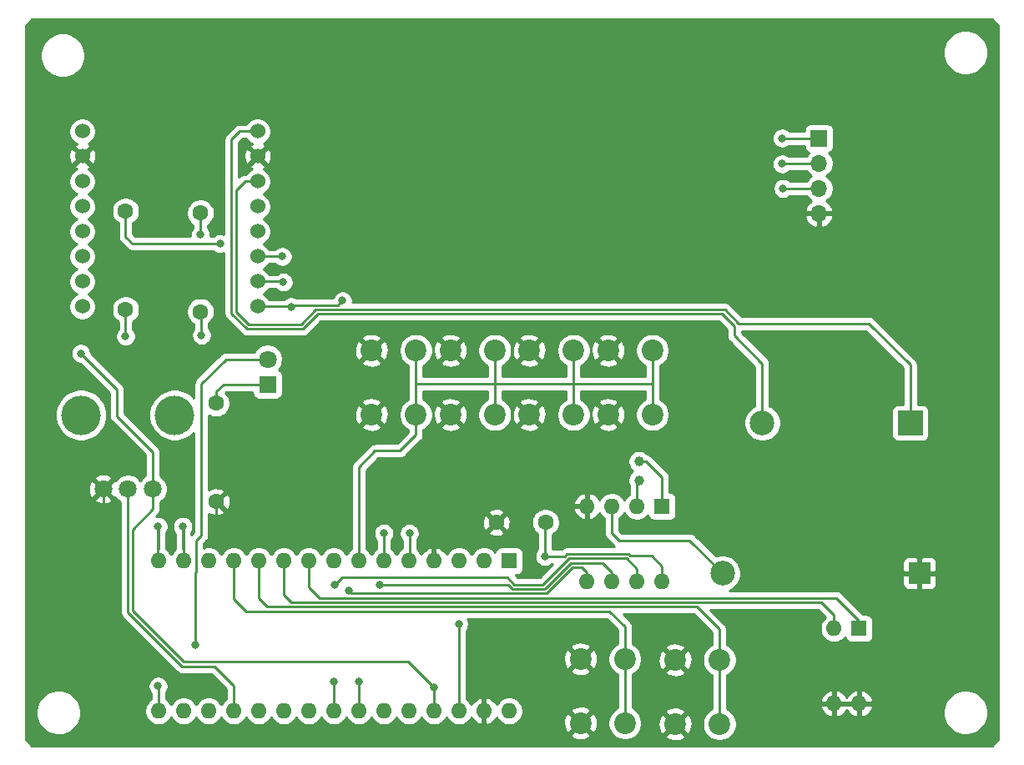
<source format=gbr>
%TF.GenerationSoftware,KiCad,Pcbnew,(5.1.9)-1*%
%TF.CreationDate,2021-05-25T12:28:24-04:00*%
%TF.ProjectId,Alarm Clock Kit,416c6172-6d20-4436-9c6f-636b204b6974,rev?*%
%TF.SameCoordinates,Original*%
%TF.FileFunction,Copper,L1,Top*%
%TF.FilePolarity,Positive*%
%FSLAX46Y46*%
G04 Gerber Fmt 4.6, Leading zero omitted, Abs format (unit mm)*
G04 Created by KiCad (PCBNEW (5.1.9)-1) date 2021-05-25 12:28:24*
%MOMM*%
%LPD*%
G01*
G04 APERTURE LIST*
%TA.AperFunction,ComponentPad*%
%ADD10O,1.600000X1.600000*%
%TD*%
%TA.AperFunction,ComponentPad*%
%ADD11R,1.600000X1.600000*%
%TD*%
%TA.AperFunction,ComponentPad*%
%ADD12C,1.600000*%
%TD*%
%TA.AperFunction,ComponentPad*%
%ADD13C,2.200000*%
%TD*%
%TA.AperFunction,ComponentPad*%
%ADD14R,1.700000X1.700000*%
%TD*%
%TA.AperFunction,ComponentPad*%
%ADD15O,1.700000X1.700000*%
%TD*%
%TA.AperFunction,ComponentPad*%
%ADD16C,2.500000*%
%TD*%
%TA.AperFunction,ComponentPad*%
%ADD17R,2.500000X2.500000*%
%TD*%
%TA.AperFunction,ComponentPad*%
%ADD18C,1.524000*%
%TD*%
%TA.AperFunction,ComponentPad*%
%ADD19C,1.800000*%
%TD*%
%TA.AperFunction,ComponentPad*%
%ADD20R,1.800000X1.800000*%
%TD*%
%TA.AperFunction,WasherPad*%
%ADD21C,4.000000*%
%TD*%
%TA.AperFunction,ComponentPad*%
%ADD22R,2.170000X2.170000*%
%TD*%
%TA.AperFunction,ComponentPad*%
%ADD23C,1.000000*%
%TD*%
%TA.AperFunction,ViaPad*%
%ADD24C,0.800000*%
%TD*%
%TA.AperFunction,Conductor*%
%ADD25C,0.250000*%
%TD*%
%TA.AperFunction,Conductor*%
%ADD26C,0.254000*%
%TD*%
%TA.AperFunction,Conductor*%
%ADD27C,0.100000*%
%TD*%
G04 APERTURE END LIST*
D10*
%TO.P,SW7,4*%
%TO.N,GND*%
X135220000Y-132580000D03*
%TO.P,SW7,2*%
%TO.N,ALARM_EN*%
X132680000Y-124960000D03*
%TO.P,SW7,3*%
%TO.N,GND*%
X132680000Y-132580000D03*
D11*
%TO.P,SW7,1*%
%TO.N,D06*%
X135220000Y-124960000D03*
%TD*%
D12*
%TO.P,C1,1*%
%TO.N,GND*%
X98400000Y-114200000D03*
%TO.P,C1,2*%
%TO.N,5V+*%
X103400000Y-114200000D03*
%TD*%
D13*
%TO.P,SW6,2*%
%TO.N,GND*%
X109750000Y-103250000D03*
X109750000Y-96750000D03*
%TO.P,SW6,1*%
%TO.N,D04*%
X114250000Y-103250000D03*
X114250000Y-96750000D03*
%TD*%
%TO.P,SW5,2*%
%TO.N,GND*%
X101750000Y-103250000D03*
X101750000Y-96750000D03*
%TO.P,SW5,1*%
%TO.N,D04*%
X106250000Y-103250000D03*
X106250000Y-96750000D03*
%TD*%
%TO.P,SW4,2*%
%TO.N,GND*%
X93750000Y-103250000D03*
X93750000Y-96750000D03*
%TO.P,SW4,1*%
%TO.N,D04*%
X98250000Y-103250000D03*
X98250000Y-96750000D03*
%TD*%
%TO.P,SW3,2*%
%TO.N,GND*%
X85750000Y-103250000D03*
X85750000Y-96750000D03*
%TO.P,SW3,1*%
%TO.N,D04*%
X90250000Y-103250000D03*
X90250000Y-96750000D03*
%TD*%
D14*
%TO.P,J1,1*%
%TO.N,D03*%
X131140000Y-75210000D03*
D15*
%TO.P,J1,2*%
%TO.N,D02*%
X131140000Y-77750000D03*
%TO.P,J1,3*%
%TO.N,5V+*%
X131140000Y-80290000D03*
%TO.P,J1,4*%
%TO.N,GND*%
X131140000Y-82830000D03*
%TD*%
D16*
%TO.P,LS1,1*%
%TO.N,SPKR-*%
X125400000Y-104100000D03*
D17*
%TO.P,LS1,2*%
%TO.N,SPKR+*%
X140400000Y-104100000D03*
%TD*%
D18*
%TO.P,U1,1*%
%TO.N,5V+*%
X74190000Y-92290000D03*
%TO.P,U1,2*%
%TO.N,Net-(R1-Pad1)*%
X74190000Y-89750000D03*
%TO.P,U1,3*%
%TO.N,Net-(R2-Pad1)*%
X74190000Y-87210000D03*
%TO.P,U1,4*%
%TO.N,Phono_Out_R*%
X74190000Y-84670000D03*
%TO.P,U1,5*%
%TO.N,Phono_Out_L*%
X74190000Y-82130000D03*
%TO.P,U1,6*%
%TO.N,SPKR+*%
X74190000Y-79590000D03*
%TO.P,U1,7*%
%TO.N,GND*%
X74190000Y-77050000D03*
%TO.P,U1,8*%
%TO.N,SPKR-*%
X74190000Y-74510000D03*
%TO.P,U1,16*%
%TO.N,Net-(U1-Pad16)*%
X56410000Y-92290000D03*
%TO.P,U1,15*%
%TO.N,Net-(U1-Pad15)*%
X56410000Y-89750000D03*
%TO.P,U1,14*%
%TO.N,Net-(U1-Pad14)*%
X56410000Y-87210000D03*
%TO.P,U1,13*%
%TO.N,Net-(U1-Pad13)*%
X56410000Y-84670000D03*
%TO.P,U1,12*%
%TO.N,Net-(U1-Pad12)*%
X56410000Y-82130000D03*
%TO.P,U1,11*%
%TO.N,Net-(U1-Pad11)*%
X56410000Y-79590000D03*
%TO.P,U1,10*%
%TO.N,GND*%
X56410000Y-77050000D03*
%TO.P,U1,9*%
%TO.N,Net-(U1-Pad9)*%
X56410000Y-74510000D03*
%TD*%
D11*
%TO.P,A1,1*%
%TO.N,TX*%
X99700000Y-118100000D03*
D10*
%TO.P,A1,17*%
%TO.N,Net-(A1-Pad17)*%
X66680000Y-133340000D03*
%TO.P,A1,2*%
%TO.N,RX*%
X97160000Y-118100000D03*
%TO.P,A1,18*%
%TO.N,AREF*%
X69220000Y-133340000D03*
%TO.P,A1,3*%
%TO.N,RESET*%
X94620000Y-118100000D03*
%TO.P,A1,19*%
%TO.N,A0*%
X71760000Y-133340000D03*
%TO.P,A1,4*%
%TO.N,GND*%
X92080000Y-118100000D03*
%TO.P,A1,20*%
%TO.N,A1*%
X74300000Y-133340000D03*
%TO.P,A1,5*%
%TO.N,D02*%
X89540000Y-118100000D03*
%TO.P,A1,21*%
%TO.N,A2*%
X76840000Y-133340000D03*
%TO.P,A1,6*%
%TO.N,D03*%
X87000000Y-118100000D03*
%TO.P,A1,22*%
%TO.N,A3*%
X79380000Y-133340000D03*
%TO.P,A1,7*%
%TO.N,D04*%
X84460000Y-118100000D03*
%TO.P,A1,23*%
%TO.N,RTC_SDA*%
X81920000Y-133340000D03*
%TO.P,A1,8*%
%TO.N,D05*%
X81920000Y-118100000D03*
%TO.P,A1,24*%
%TO.N,RTC_SCL*%
X84460000Y-133340000D03*
%TO.P,A1,9*%
%TO.N,D06*%
X79380000Y-118100000D03*
%TO.P,A1,25*%
%TO.N,A6*%
X87000000Y-133340000D03*
%TO.P,A1,10*%
%TO.N,ALARM_EN*%
X76840000Y-118100000D03*
%TO.P,A1,26*%
%TO.N,A7*%
X89540000Y-133340000D03*
%TO.P,A1,11*%
%TO.N,D08*%
X74300000Y-118100000D03*
%TO.P,A1,27*%
%TO.N,5V+*%
X92080000Y-133340000D03*
%TO.P,A1,12*%
%TO.N,D09*%
X71760000Y-118100000D03*
%TO.P,A1,28*%
%TO.N,RESET*%
X94620000Y-133340000D03*
%TO.P,A1,13*%
%TO.N,D10*%
X69220000Y-118100000D03*
%TO.P,A1,29*%
%TO.N,GND*%
X97160000Y-133340000D03*
%TO.P,A1,14*%
%TO.N,DFPLAYER_RX*%
X66680000Y-118100000D03*
%TO.P,A1,30*%
%TO.N,Net-(A1-Pad30)*%
X99700000Y-133340000D03*
%TO.P,A1,15*%
%TO.N,DFPLAYER_TX*%
X64140000Y-118100000D03*
%TO.P,A1,16*%
%TO.N,BLINK*%
X64140000Y-133340000D03*
%TD*%
D19*
%TO.P,D1,2*%
%TO.N,BLINK*%
X75200000Y-97630000D03*
D20*
%TO.P,D1,1*%
%TO.N,Net-(D1-Pad1)*%
X75200000Y-100170000D03*
%TD*%
D12*
%TO.P,R1,2*%
%TO.N,DFPLAYER_RX*%
X68400000Y-92800000D03*
%TO.P,R1,1*%
%TO.N,Net-(R1-Pad1)*%
X68400000Y-82800000D03*
%TD*%
%TO.P,R2,1*%
%TO.N,Net-(R2-Pad1)*%
X60800000Y-82600000D03*
%TO.P,R2,2*%
%TO.N,DFPLAYER_TX*%
X60800000Y-92600000D03*
%TD*%
%TO.P,R3,2*%
%TO.N,GND*%
X70000000Y-112100000D03*
%TO.P,R3,1*%
%TO.N,Net-(D1-Pad1)*%
X70000000Y-102100000D03*
%TD*%
D21*
%TO.P,RV1,*%
%TO.N,*%
X65790000Y-103300000D03*
X56290000Y-103300000D03*
D19*
%TO.P,RV1,1*%
%TO.N,5V+*%
X63540000Y-110800000D03*
%TO.P,RV1,2*%
%TO.N,A0*%
X61040000Y-110800000D03*
%TO.P,RV1,3*%
%TO.N,GND*%
X58540000Y-110800000D03*
%TD*%
D13*
%TO.P,SW1,1*%
%TO.N,D09*%
X111450000Y-128050000D03*
X111450000Y-134550000D03*
%TO.P,SW1,2*%
%TO.N,GND*%
X106950000Y-128050000D03*
X106950000Y-134550000D03*
%TD*%
%TO.P,SW2,2*%
%TO.N,GND*%
X116550000Y-134650000D03*
X116550000Y-128150000D03*
%TO.P,SW2,1*%
%TO.N,D08*%
X121050000Y-134650000D03*
X121050000Y-128150000D03*
%TD*%
D16*
%TO.P,BT1,1*%
%TO.N,Net-(BT1-Pad1)*%
X121346000Y-119350000D03*
D22*
%TO.P,BT1,2*%
%TO.N,GND*%
X141346000Y-119350000D03*
%TD*%
D11*
%TO.P,U2,1*%
%TO.N,Net-(U2-Pad1)*%
X115220000Y-112560000D03*
D10*
%TO.P,U2,5*%
%TO.N,RTC_SDA*%
X107600000Y-120180000D03*
%TO.P,U2,2*%
%TO.N,Net-(U2-Pad2)*%
X112680000Y-112560000D03*
%TO.P,U2,6*%
%TO.N,RTC_SCL*%
X110140000Y-120180000D03*
%TO.P,U2,3*%
%TO.N,Net-(BT1-Pad1)*%
X110140000Y-112560000D03*
%TO.P,U2,7*%
%TO.N,D10*%
X112680000Y-120180000D03*
%TO.P,U2,4*%
%TO.N,GND*%
X107600000Y-112560000D03*
%TO.P,U2,8*%
%TO.N,5V+*%
X115220000Y-120180000D03*
%TD*%
D23*
%TO.P,Y1,1*%
%TO.N,Net-(U2-Pad1)*%
X112880000Y-108010000D03*
%TO.P,Y1,2*%
%TO.N,Net-(U2-Pad2)*%
X112880000Y-109910000D03*
%TD*%
D24*
%TO.N,RESET*%
X94600000Y-124500000D03*
%TO.N,GND*%
X70000000Y-114300000D03*
X58540000Y-116560000D03*
%TO.N,D02*%
X89600000Y-115300000D03*
X127400000Y-77800000D03*
%TO.N,D03*%
X87000000Y-115300000D03*
X127400000Y-75200000D03*
%TO.N,5V+*%
X127500000Y-80300000D03*
X92080000Y-130980000D03*
X77600000Y-92300000D03*
X56250000Y-97050000D03*
X103330000Y-117630000D03*
X82804000Y-91694000D03*
%TO.N,Net-(R1-Pad1)*%
X76800000Y-89800000D03*
X68400000Y-85000000D03*
%TO.N,Net-(R2-Pad1)*%
X76700000Y-87200000D03*
X70400000Y-85900000D03*
%TO.N,DFPLAYER_RX*%
X68500000Y-95200000D03*
X66600000Y-114600000D03*
%TO.N,DFPLAYER_TX*%
X60800000Y-95300000D03*
X64100000Y-114600000D03*
%TO.N,D10*%
X81990000Y-120520000D03*
%TO.N,BLINK*%
X64100000Y-130800000D03*
X67900000Y-126600000D03*
%TO.N,RTC_SDA*%
X81960000Y-130380000D03*
X83450000Y-121124971D03*
%TO.N,RTC_SCL*%
X84460000Y-130380000D03*
X86620000Y-120495000D03*
%TD*%
D25*
%TO.N,RESET*%
X94620000Y-124520000D02*
X94600000Y-124500000D01*
X94620000Y-133340000D02*
X94620000Y-124520000D01*
%TO.N,A0*%
X61040000Y-110800000D02*
X61040000Y-123340000D01*
X61040000Y-123340000D02*
X66500000Y-128800000D01*
X66500000Y-128800000D02*
X69800000Y-128800000D01*
X71760000Y-130760000D02*
X71760000Y-133340000D01*
X69800000Y-128800000D02*
X71760000Y-130760000D01*
%TO.N,GND*%
X70000000Y-114300000D02*
X70000000Y-112100000D01*
X58540000Y-116560000D02*
X58500000Y-116600000D01*
X58540000Y-110800000D02*
X58540000Y-116560000D01*
%TO.N,D02*%
X89600000Y-118100000D02*
X89600000Y-115300000D01*
X127450000Y-77750000D02*
X127400000Y-77800000D01*
X131140000Y-77750000D02*
X127450000Y-77750000D01*
%TO.N,D03*%
X87000000Y-118100000D02*
X87000000Y-115300000D01*
X127410000Y-75210000D02*
X127400000Y-75200000D01*
X131140000Y-75210000D02*
X127410000Y-75210000D01*
%TO.N,D06*%
X79380000Y-118100000D02*
X79380000Y-120780000D01*
X79380000Y-120780000D02*
X80449971Y-121849971D01*
X135220000Y-124960000D02*
X135220000Y-124180000D01*
X132889971Y-121849971D02*
X128910029Y-121849971D01*
X135220000Y-124180000D02*
X132889971Y-121849971D01*
X128910029Y-121849971D02*
X129249971Y-121849971D01*
X80449971Y-121849971D02*
X128910029Y-121849971D01*
%TO.N,ALARM_EN*%
X76840000Y-118100000D02*
X76840000Y-121539980D01*
X76840000Y-121539980D02*
X77600000Y-122299980D01*
X117970020Y-122299980D02*
X118936391Y-122299981D01*
X77600000Y-122299980D02*
X117970020Y-122299980D01*
X122610020Y-122299980D02*
X117970020Y-122299980D01*
X131379981Y-122299981D02*
X122610020Y-122299980D01*
X132680000Y-123600000D02*
X131379981Y-122299981D01*
X132680000Y-124960000D02*
X132680000Y-123600000D01*
%TO.N,D08*%
X121050000Y-128150000D02*
X121050000Y-125050000D01*
X121050000Y-125050000D02*
X118749990Y-122749990D01*
X118749990Y-122749990D02*
X75149990Y-122749990D01*
X74300000Y-121900000D02*
X74300000Y-118100000D01*
X75149990Y-122749990D02*
X74300000Y-121900000D01*
X121050000Y-128150000D02*
X121050000Y-134650000D01*
%TO.N,5V+*%
X66686400Y-128349990D02*
X89449990Y-128349990D01*
X92080000Y-130980000D02*
X92080000Y-133340000D01*
X61490010Y-123153600D02*
X66686400Y-128349990D01*
X61490010Y-114909990D02*
X61490010Y-123153600D01*
X89449990Y-128349990D02*
X92080000Y-130980000D01*
X63540000Y-112860000D02*
X61490010Y-114909990D01*
X63540000Y-110800000D02*
X63540000Y-112860000D01*
X59900000Y-103400000D02*
X59900000Y-100700000D01*
X63540000Y-107040000D02*
X59900000Y-103400000D01*
X63540000Y-110800000D02*
X63540000Y-107040000D01*
X127510000Y-80290000D02*
X127500000Y-80300000D01*
X131140000Y-80290000D02*
X127510000Y-80290000D01*
X77590000Y-92290000D02*
X77600000Y-92300000D01*
X74190000Y-92290000D02*
X77590000Y-92290000D01*
X59900000Y-100700000D02*
X56250000Y-97050000D01*
X103390000Y-117570000D02*
X103330000Y-117630000D01*
X104930000Y-117630000D02*
X103330000Y-117630000D01*
X105347180Y-117630000D02*
X104930000Y-117630000D01*
X105577200Y-117399980D02*
X105347180Y-117630000D01*
X111836390Y-117399980D02*
X105577200Y-117399980D01*
X112006410Y-117570000D02*
X111836390Y-117399980D01*
X114160000Y-117570000D02*
X112006410Y-117570000D01*
X115220000Y-118630000D02*
X114160000Y-117570000D01*
X115220000Y-120180000D02*
X115220000Y-118630000D01*
X77600000Y-92300000D02*
X77750010Y-92149990D01*
X77750010Y-92149990D02*
X79913600Y-92149990D01*
X82348010Y-92149990D02*
X82804000Y-91694000D01*
X79913600Y-92149990D02*
X82348010Y-92149990D01*
X103330000Y-114270000D02*
X103400000Y-114200000D01*
X103330000Y-117630000D02*
X103330000Y-114270000D01*
%TO.N,D09*%
X111450000Y-128050000D02*
X111450000Y-124750000D01*
X111450000Y-124750000D02*
X109900000Y-123200000D01*
X109900000Y-123200000D02*
X73000000Y-123200000D01*
X71760000Y-121960000D02*
X71760000Y-118100000D01*
X73000000Y-123200000D02*
X71760000Y-121960000D01*
X111450000Y-128050000D02*
X111450000Y-134550000D01*
%TO.N,Net-(D1-Pad1)*%
X70730000Y-100170000D02*
X70000000Y-100900000D01*
X75200000Y-100170000D02*
X70730000Y-100170000D01*
X70000000Y-102100000D02*
X70000000Y-100900000D01*
%TO.N,SPKR+*%
X72910000Y-79590000D02*
X74190000Y-79590000D01*
X72000000Y-80500000D02*
X72910000Y-79590000D01*
X72000000Y-92800000D02*
X72000000Y-80500000D01*
X78600000Y-94100000D02*
X73300000Y-94100000D01*
X80100000Y-92600000D02*
X78600000Y-94100000D01*
X73300000Y-94100000D02*
X72000000Y-92800000D01*
X140400000Y-104100000D02*
X140400000Y-98200000D01*
X140400000Y-98200000D02*
X136200000Y-94000000D01*
X136200000Y-94000000D02*
X123000000Y-94000000D01*
X123000000Y-94000000D02*
X121600000Y-92600000D01*
X121600000Y-92600000D02*
X80100000Y-92600000D01*
%TO.N,SPKR-*%
X125400000Y-98100000D02*
X125400000Y-104100000D01*
X71549991Y-92986401D02*
X73113600Y-94550010D01*
X73113600Y-94550010D02*
X78786400Y-94550010D01*
X78786400Y-94550010D02*
X80286400Y-93050010D01*
X74190000Y-74510000D02*
X72390000Y-74510000D01*
X72390000Y-74510000D02*
X71549990Y-75350010D01*
X71549990Y-90349990D02*
X71549991Y-90349991D01*
X71549990Y-75350010D02*
X71549990Y-90349990D01*
X71549991Y-90349991D02*
X71549991Y-92986401D01*
X71549990Y-90186400D02*
X71549991Y-90349991D01*
X122550000Y-95250000D02*
X125400000Y-98100000D01*
X122550000Y-94286410D02*
X122550000Y-95250000D01*
X121313600Y-93050010D02*
X122550000Y-94286410D01*
X80286400Y-93050010D02*
X121313600Y-93050010D01*
%TO.N,Net-(R1-Pad1)*%
X76750000Y-89750000D02*
X76800000Y-89800000D01*
X74190000Y-89750000D02*
X76750000Y-89750000D01*
X68400000Y-82800000D02*
X68400000Y-85000000D01*
%TO.N,Net-(R2-Pad1)*%
X76690000Y-87210000D02*
X76700000Y-87200000D01*
X74190000Y-87210000D02*
X76690000Y-87210000D01*
X70400000Y-85900000D02*
X61500000Y-85900000D01*
X60800000Y-85200000D02*
X60800000Y-82600000D01*
X61500000Y-85900000D02*
X60800000Y-85200000D01*
%TO.N,DFPLAYER_RX*%
X68460000Y-92900000D02*
X68460000Y-95160000D01*
X66640000Y-116900000D02*
X66640000Y-114640000D01*
X66680000Y-114680000D02*
X66600000Y-114600000D01*
X66680000Y-118100000D02*
X66680000Y-114680000D01*
%TO.N,DFPLAYER_TX*%
X60800000Y-92500000D02*
X60800000Y-95300000D01*
X64140000Y-115840000D02*
X64100000Y-115800000D01*
X64140000Y-116900000D02*
X64140000Y-114640000D01*
X64100000Y-118060000D02*
X64140000Y-118100000D01*
X64100000Y-114600000D02*
X64100000Y-118060000D01*
%TO.N,D10*%
X82030000Y-120560000D02*
X81990000Y-120520000D01*
X112680000Y-118880000D02*
X112680000Y-120180000D01*
X111649990Y-117849990D02*
X112680000Y-118880000D01*
X105763600Y-117849990D02*
X111649990Y-117849990D01*
X103113649Y-120499941D02*
X105763600Y-117849990D01*
X100239941Y-120499941D02*
X103113649Y-120499941D01*
X99510000Y-119770000D02*
X100239941Y-120499941D01*
X82740000Y-119770000D02*
X99510000Y-119770000D01*
X81990000Y-120520000D02*
X82740000Y-119770000D01*
%TO.N,BLINK*%
X64140000Y-130840000D02*
X64100000Y-130800000D01*
X64140000Y-133340000D02*
X64140000Y-130840000D01*
X70970000Y-97630000D02*
X75200000Y-97630000D01*
X68500000Y-100100000D02*
X70970000Y-97630000D01*
X68500000Y-115500000D02*
X68500000Y-100100000D01*
X67930000Y-119270000D02*
X67930000Y-116070000D01*
X67930000Y-116070000D02*
X68500000Y-115500000D01*
X67900000Y-119300000D02*
X67930000Y-119270000D01*
X67900000Y-126600000D02*
X67900000Y-119300000D01*
%TO.N,RTC_SDA*%
X81960000Y-133340000D02*
X81960000Y-130380000D01*
X83724990Y-121399961D02*
X83450000Y-121124971D01*
X103486449Y-121399961D02*
X83724990Y-121399961D01*
X106136400Y-118750010D02*
X103486449Y-121399961D01*
X107080010Y-118750010D02*
X106136400Y-118750010D01*
X107600000Y-119270000D02*
X107080010Y-118750010D01*
X107600000Y-120180000D02*
X107600000Y-119270000D01*
%TO.N,RTC_SCL*%
X110160000Y-120160000D02*
X110140000Y-120180000D01*
X110140000Y-120180000D02*
X110140000Y-119280000D01*
X110140000Y-119280000D02*
X109160000Y-118300000D01*
X109160000Y-118300000D02*
X105950000Y-118300000D01*
X104160000Y-120090000D02*
X103410000Y-120840000D01*
X105950000Y-118300000D02*
X104160000Y-120090000D01*
X104160000Y-120090000D02*
X104050000Y-120200000D01*
X103410000Y-120840000D02*
X103300049Y-120949951D01*
X84460000Y-133340000D02*
X84460000Y-130380000D01*
X100660049Y-120949951D02*
X100053540Y-120949950D01*
X103300049Y-120949951D02*
X100660049Y-120949951D01*
X99598590Y-120495000D02*
X98075000Y-120495000D01*
X100053540Y-120949950D02*
X99598590Y-120495000D01*
X98075000Y-120495000D02*
X98345098Y-120495000D01*
X86620000Y-120495000D02*
X98075000Y-120495000D01*
%TO.N,Net-(BT1-Pad1)*%
X110140000Y-115320000D02*
X110140000Y-112560000D01*
X110840000Y-116020000D02*
X110140000Y-115320000D01*
X118016000Y-116020000D02*
X111920000Y-116020000D01*
X121346000Y-119350000D02*
X118016000Y-116020000D01*
X111920000Y-116020000D02*
X110840000Y-116020000D01*
X115750000Y-116020000D02*
X111920000Y-116020000D01*
%TO.N,Net-(U2-Pad1)*%
X115220000Y-112560000D02*
X115220000Y-109610000D01*
X113620000Y-108010000D02*
X112880000Y-108010000D01*
X115220000Y-109610000D02*
X113620000Y-108010000D01*
%TO.N,Net-(U2-Pad2)*%
X112680000Y-110110000D02*
X112880000Y-109910000D01*
X112680000Y-112560000D02*
X112680000Y-110110000D01*
%TO.N,D04*%
X84460000Y-118100000D02*
X84460000Y-108590000D01*
X84460000Y-108590000D02*
X86116000Y-106934000D01*
X86116000Y-106934000D02*
X88646000Y-106934000D01*
X90250000Y-105330000D02*
X90250000Y-103250000D01*
X88646000Y-106934000D02*
X90250000Y-105330000D01*
X90250000Y-103250000D02*
X90250000Y-101520000D01*
X114250000Y-101042000D02*
X114250000Y-103250000D01*
X106250000Y-103250000D02*
X106250000Y-96750000D01*
X114120000Y-100156000D02*
X114250000Y-100026000D01*
X114250000Y-100026000D02*
X114250000Y-96750000D01*
X114250000Y-103250000D02*
X114250000Y-100026000D01*
X90250000Y-103250000D02*
X90250000Y-100156000D01*
X106346000Y-100156000D02*
X114120000Y-100156000D01*
X106250000Y-100060000D02*
X106346000Y-100156000D01*
X106250000Y-96750000D02*
X106250000Y-100060000D01*
X98250000Y-96750000D02*
X98250000Y-100028000D01*
X98250000Y-100028000D02*
X98250000Y-103250000D01*
X90250000Y-96750000D02*
X90250000Y-100156000D01*
X98250000Y-100124000D02*
X98218000Y-100156000D01*
X98218000Y-100156000D02*
X106346000Y-100156000D01*
X98250000Y-96750000D02*
X98250000Y-100124000D01*
X90250000Y-100156000D02*
X98218000Y-100156000D01*
%TD*%
D26*
%TO.N,GND*%
X149340000Y-63773381D02*
X149340001Y-136226618D01*
X148726620Y-136840000D01*
X51273381Y-136840000D01*
X50660000Y-136226620D01*
X50660000Y-133274947D01*
X51715000Y-133274947D01*
X51715000Y-133725053D01*
X51802811Y-134166510D01*
X51975059Y-134582353D01*
X52225125Y-134956603D01*
X52543397Y-135274875D01*
X52917647Y-135524941D01*
X53333490Y-135697189D01*
X53774947Y-135785000D01*
X54225053Y-135785000D01*
X54367266Y-135756712D01*
X105922893Y-135756712D01*
X106030726Y-136031338D01*
X106337384Y-136182216D01*
X106667585Y-136270369D01*
X107008639Y-136292409D01*
X107347439Y-136247489D01*
X107670966Y-136137336D01*
X107869274Y-136031338D01*
X107977107Y-135756712D01*
X106950000Y-134729605D01*
X105922893Y-135756712D01*
X54367266Y-135756712D01*
X54666510Y-135697189D01*
X55082353Y-135524941D01*
X55456603Y-135274875D01*
X55774875Y-134956603D01*
X56024941Y-134582353D01*
X56197189Y-134166510D01*
X56285000Y-133725053D01*
X56285000Y-133274947D01*
X56197189Y-132833490D01*
X56024941Y-132417647D01*
X55774875Y-132043397D01*
X55456603Y-131725125D01*
X55082353Y-131475059D01*
X54666510Y-131302811D01*
X54225053Y-131215000D01*
X53774947Y-131215000D01*
X53333490Y-131302811D01*
X52917647Y-131475059D01*
X52543397Y-131725125D01*
X52225125Y-132043397D01*
X51975059Y-132417647D01*
X51802811Y-132833490D01*
X51715000Y-133274947D01*
X50660000Y-133274947D01*
X50660000Y-111864080D01*
X57655525Y-111864080D01*
X57739208Y-112118261D01*
X58011775Y-112249158D01*
X58304642Y-112324365D01*
X58606553Y-112340991D01*
X58905907Y-112298397D01*
X59191199Y-112198222D01*
X59340792Y-112118261D01*
X59424475Y-111864080D01*
X58540000Y-110979605D01*
X57655525Y-111864080D01*
X50660000Y-111864080D01*
X50660000Y-110866553D01*
X56999009Y-110866553D01*
X57041603Y-111165907D01*
X57141778Y-111451199D01*
X57221739Y-111600792D01*
X57475920Y-111684475D01*
X58360395Y-110800000D01*
X57475920Y-109915525D01*
X57221739Y-109999208D01*
X57090842Y-110271775D01*
X57015635Y-110564642D01*
X56999009Y-110866553D01*
X50660000Y-110866553D01*
X50660000Y-109735920D01*
X57655525Y-109735920D01*
X58540000Y-110620395D01*
X59424475Y-109735920D01*
X59340792Y-109481739D01*
X59068225Y-109350842D01*
X58775358Y-109275635D01*
X58473447Y-109259009D01*
X58174093Y-109301603D01*
X57888801Y-109401778D01*
X57739208Y-109481739D01*
X57655525Y-109735920D01*
X50660000Y-109735920D01*
X50660000Y-103040475D01*
X53655000Y-103040475D01*
X53655000Y-103559525D01*
X53756261Y-104068601D01*
X53954893Y-104548141D01*
X54243262Y-104979715D01*
X54610285Y-105346738D01*
X55041859Y-105635107D01*
X55521399Y-105833739D01*
X56030475Y-105935000D01*
X56549525Y-105935000D01*
X57058601Y-105833739D01*
X57538141Y-105635107D01*
X57969715Y-105346738D01*
X58336738Y-104979715D01*
X58625107Y-104548141D01*
X58823739Y-104068601D01*
X58925000Y-103559525D01*
X58925000Y-103040475D01*
X58823739Y-102531399D01*
X58625107Y-102051859D01*
X58336738Y-101620285D01*
X57969715Y-101253262D01*
X57538141Y-100964893D01*
X57058601Y-100766261D01*
X56549525Y-100665000D01*
X56030475Y-100665000D01*
X55521399Y-100766261D01*
X55041859Y-100964893D01*
X54610285Y-101253262D01*
X54243262Y-101620285D01*
X53954893Y-102051859D01*
X53756261Y-102531399D01*
X53655000Y-103040475D01*
X50660000Y-103040475D01*
X50660000Y-96948061D01*
X55215000Y-96948061D01*
X55215000Y-97151939D01*
X55254774Y-97351898D01*
X55332795Y-97540256D01*
X55446063Y-97709774D01*
X55590226Y-97853937D01*
X55759744Y-97967205D01*
X55948102Y-98045226D01*
X56148061Y-98085000D01*
X56210199Y-98085000D01*
X59140001Y-101014803D01*
X59140000Y-103362677D01*
X59136324Y-103400000D01*
X59140000Y-103437322D01*
X59140000Y-103437332D01*
X59150997Y-103548985D01*
X59180862Y-103647439D01*
X59194454Y-103692246D01*
X59265026Y-103824276D01*
X59296491Y-103862616D01*
X59359999Y-103940001D01*
X59389003Y-103963804D01*
X62780001Y-107354803D01*
X62780000Y-109461687D01*
X62561495Y-109607688D01*
X62347688Y-109821495D01*
X62290000Y-109907831D01*
X62232312Y-109821495D01*
X62018505Y-109607688D01*
X61767095Y-109439701D01*
X61487743Y-109323989D01*
X61191184Y-109265000D01*
X60888816Y-109265000D01*
X60592257Y-109323989D01*
X60312905Y-109439701D01*
X60061495Y-109607688D01*
X59847688Y-109821495D01*
X59752262Y-109964310D01*
X59604080Y-109915525D01*
X58719605Y-110800000D01*
X59604080Y-111684475D01*
X59752262Y-111635690D01*
X59847688Y-111778505D01*
X60061495Y-111992312D01*
X60280000Y-112138313D01*
X60280001Y-123302668D01*
X60276324Y-123340000D01*
X60280001Y-123377333D01*
X60290998Y-123488986D01*
X60300991Y-123521928D01*
X60334454Y-123632246D01*
X60405026Y-123764276D01*
X60471573Y-123845363D01*
X60500000Y-123880001D01*
X60528998Y-123903799D01*
X65936200Y-129311002D01*
X65959999Y-129340001D01*
X65988997Y-129363799D01*
X66075723Y-129434974D01*
X66193005Y-129497663D01*
X66207753Y-129505546D01*
X66351014Y-129549003D01*
X66462667Y-129560000D01*
X66462676Y-129560000D01*
X66499999Y-129563676D01*
X66537322Y-129560000D01*
X69485199Y-129560000D01*
X71000000Y-131074802D01*
X71000001Y-132121956D01*
X70845241Y-132225363D01*
X70645363Y-132425241D01*
X70490000Y-132657759D01*
X70334637Y-132425241D01*
X70134759Y-132225363D01*
X69899727Y-132068320D01*
X69638574Y-131960147D01*
X69361335Y-131905000D01*
X69078665Y-131905000D01*
X68801426Y-131960147D01*
X68540273Y-132068320D01*
X68305241Y-132225363D01*
X68105363Y-132425241D01*
X67950000Y-132657759D01*
X67794637Y-132425241D01*
X67594759Y-132225363D01*
X67359727Y-132068320D01*
X67098574Y-131960147D01*
X66821335Y-131905000D01*
X66538665Y-131905000D01*
X66261426Y-131960147D01*
X66000273Y-132068320D01*
X65765241Y-132225363D01*
X65565363Y-132425241D01*
X65410000Y-132657759D01*
X65254637Y-132425241D01*
X65054759Y-132225363D01*
X64900000Y-132121957D01*
X64900000Y-131463711D01*
X64903937Y-131459774D01*
X65017205Y-131290256D01*
X65095226Y-131101898D01*
X65135000Y-130901939D01*
X65135000Y-130698061D01*
X65095226Y-130498102D01*
X65017205Y-130309744D01*
X64903937Y-130140226D01*
X64759774Y-129996063D01*
X64590256Y-129882795D01*
X64401898Y-129804774D01*
X64201939Y-129765000D01*
X63998061Y-129765000D01*
X63798102Y-129804774D01*
X63609744Y-129882795D01*
X63440226Y-129996063D01*
X63296063Y-130140226D01*
X63182795Y-130309744D01*
X63104774Y-130498102D01*
X63065000Y-130698061D01*
X63065000Y-130901939D01*
X63104774Y-131101898D01*
X63182795Y-131290256D01*
X63296063Y-131459774D01*
X63380001Y-131543712D01*
X63380000Y-132121956D01*
X63225241Y-132225363D01*
X63025363Y-132425241D01*
X62868320Y-132660273D01*
X62760147Y-132921426D01*
X62705000Y-133198665D01*
X62705000Y-133481335D01*
X62760147Y-133758574D01*
X62868320Y-134019727D01*
X63025363Y-134254759D01*
X63225241Y-134454637D01*
X63460273Y-134611680D01*
X63721426Y-134719853D01*
X63998665Y-134775000D01*
X64281335Y-134775000D01*
X64558574Y-134719853D01*
X64819727Y-134611680D01*
X65054759Y-134454637D01*
X65254637Y-134254759D01*
X65410000Y-134022241D01*
X65565363Y-134254759D01*
X65765241Y-134454637D01*
X66000273Y-134611680D01*
X66261426Y-134719853D01*
X66538665Y-134775000D01*
X66821335Y-134775000D01*
X67098574Y-134719853D01*
X67359727Y-134611680D01*
X67594759Y-134454637D01*
X67794637Y-134254759D01*
X67950000Y-134022241D01*
X68105363Y-134254759D01*
X68305241Y-134454637D01*
X68540273Y-134611680D01*
X68801426Y-134719853D01*
X69078665Y-134775000D01*
X69361335Y-134775000D01*
X69638574Y-134719853D01*
X69899727Y-134611680D01*
X70134759Y-134454637D01*
X70334637Y-134254759D01*
X70490000Y-134022241D01*
X70645363Y-134254759D01*
X70845241Y-134454637D01*
X71080273Y-134611680D01*
X71341426Y-134719853D01*
X71618665Y-134775000D01*
X71901335Y-134775000D01*
X72178574Y-134719853D01*
X72439727Y-134611680D01*
X72674759Y-134454637D01*
X72874637Y-134254759D01*
X73030000Y-134022241D01*
X73185363Y-134254759D01*
X73385241Y-134454637D01*
X73620273Y-134611680D01*
X73881426Y-134719853D01*
X74158665Y-134775000D01*
X74441335Y-134775000D01*
X74718574Y-134719853D01*
X74979727Y-134611680D01*
X75214759Y-134454637D01*
X75414637Y-134254759D01*
X75570000Y-134022241D01*
X75725363Y-134254759D01*
X75925241Y-134454637D01*
X76160273Y-134611680D01*
X76421426Y-134719853D01*
X76698665Y-134775000D01*
X76981335Y-134775000D01*
X77258574Y-134719853D01*
X77519727Y-134611680D01*
X77754759Y-134454637D01*
X77954637Y-134254759D01*
X78110000Y-134022241D01*
X78265363Y-134254759D01*
X78465241Y-134454637D01*
X78700273Y-134611680D01*
X78961426Y-134719853D01*
X79238665Y-134775000D01*
X79521335Y-134775000D01*
X79798574Y-134719853D01*
X80059727Y-134611680D01*
X80294759Y-134454637D01*
X80494637Y-134254759D01*
X80650000Y-134022241D01*
X80805363Y-134254759D01*
X81005241Y-134454637D01*
X81240273Y-134611680D01*
X81501426Y-134719853D01*
X81778665Y-134775000D01*
X82061335Y-134775000D01*
X82338574Y-134719853D01*
X82599727Y-134611680D01*
X82834759Y-134454637D01*
X83034637Y-134254759D01*
X83190000Y-134022241D01*
X83345363Y-134254759D01*
X83545241Y-134454637D01*
X83780273Y-134611680D01*
X84041426Y-134719853D01*
X84318665Y-134775000D01*
X84601335Y-134775000D01*
X84878574Y-134719853D01*
X85139727Y-134611680D01*
X85374759Y-134454637D01*
X85574637Y-134254759D01*
X85730000Y-134022241D01*
X85885363Y-134254759D01*
X86085241Y-134454637D01*
X86320273Y-134611680D01*
X86581426Y-134719853D01*
X86858665Y-134775000D01*
X87141335Y-134775000D01*
X87418574Y-134719853D01*
X87679727Y-134611680D01*
X87914759Y-134454637D01*
X88114637Y-134254759D01*
X88270000Y-134022241D01*
X88425363Y-134254759D01*
X88625241Y-134454637D01*
X88860273Y-134611680D01*
X89121426Y-134719853D01*
X89398665Y-134775000D01*
X89681335Y-134775000D01*
X89958574Y-134719853D01*
X90219727Y-134611680D01*
X90454759Y-134454637D01*
X90654637Y-134254759D01*
X90810000Y-134022241D01*
X90965363Y-134254759D01*
X91165241Y-134454637D01*
X91400273Y-134611680D01*
X91661426Y-134719853D01*
X91938665Y-134775000D01*
X92221335Y-134775000D01*
X92498574Y-134719853D01*
X92759727Y-134611680D01*
X92994759Y-134454637D01*
X93194637Y-134254759D01*
X93350000Y-134022241D01*
X93505363Y-134254759D01*
X93705241Y-134454637D01*
X93940273Y-134611680D01*
X94201426Y-134719853D01*
X94478665Y-134775000D01*
X94761335Y-134775000D01*
X95038574Y-134719853D01*
X95299727Y-134611680D01*
X95534759Y-134454637D01*
X95734637Y-134254759D01*
X95891680Y-134019727D01*
X95896067Y-134009135D01*
X96007615Y-134195131D01*
X96196586Y-134403519D01*
X96422580Y-134571037D01*
X96676913Y-134691246D01*
X96810961Y-134731904D01*
X97033000Y-134609915D01*
X97033000Y-133467000D01*
X97013000Y-133467000D01*
X97013000Y-133213000D01*
X97033000Y-133213000D01*
X97033000Y-132070085D01*
X97287000Y-132070085D01*
X97287000Y-133213000D01*
X97307000Y-133213000D01*
X97307000Y-133467000D01*
X97287000Y-133467000D01*
X97287000Y-134609915D01*
X97509039Y-134731904D01*
X97643087Y-134691246D01*
X97897420Y-134571037D01*
X98123414Y-134403519D01*
X98312385Y-134195131D01*
X98423933Y-134009135D01*
X98428320Y-134019727D01*
X98585363Y-134254759D01*
X98785241Y-134454637D01*
X99020273Y-134611680D01*
X99281426Y-134719853D01*
X99558665Y-134775000D01*
X99841335Y-134775000D01*
X100118574Y-134719853D01*
X100379727Y-134611680D01*
X100384278Y-134608639D01*
X105207591Y-134608639D01*
X105252511Y-134947439D01*
X105362664Y-135270966D01*
X105468662Y-135469274D01*
X105743288Y-135577107D01*
X106770395Y-134550000D01*
X107129605Y-134550000D01*
X108156712Y-135577107D01*
X108431338Y-135469274D01*
X108582216Y-135162616D01*
X108670369Y-134832415D01*
X108692409Y-134491361D01*
X108647489Y-134152561D01*
X108537336Y-133829034D01*
X108431338Y-133630726D01*
X108156712Y-133522893D01*
X107129605Y-134550000D01*
X106770395Y-134550000D01*
X105743288Y-133522893D01*
X105468662Y-133630726D01*
X105317784Y-133937384D01*
X105229631Y-134267585D01*
X105207591Y-134608639D01*
X100384278Y-134608639D01*
X100614759Y-134454637D01*
X100814637Y-134254759D01*
X100971680Y-134019727D01*
X101079853Y-133758574D01*
X101135000Y-133481335D01*
X101135000Y-133343288D01*
X105922893Y-133343288D01*
X106950000Y-134370395D01*
X107977107Y-133343288D01*
X107869274Y-133068662D01*
X107562616Y-132917784D01*
X107232415Y-132829631D01*
X106891361Y-132807591D01*
X106552561Y-132852511D01*
X106229034Y-132962664D01*
X106030726Y-133068662D01*
X105922893Y-133343288D01*
X101135000Y-133343288D01*
X101135000Y-133198665D01*
X101079853Y-132921426D01*
X100971680Y-132660273D01*
X100814637Y-132425241D01*
X100614759Y-132225363D01*
X100379727Y-132068320D01*
X100118574Y-131960147D01*
X99841335Y-131905000D01*
X99558665Y-131905000D01*
X99281426Y-131960147D01*
X99020273Y-132068320D01*
X98785241Y-132225363D01*
X98585363Y-132425241D01*
X98428320Y-132660273D01*
X98423933Y-132670865D01*
X98312385Y-132484869D01*
X98123414Y-132276481D01*
X97897420Y-132108963D01*
X97643087Y-131988754D01*
X97509039Y-131948096D01*
X97287000Y-132070085D01*
X97033000Y-132070085D01*
X96810961Y-131948096D01*
X96676913Y-131988754D01*
X96422580Y-132108963D01*
X96196586Y-132276481D01*
X96007615Y-132484869D01*
X95896067Y-132670865D01*
X95891680Y-132660273D01*
X95734637Y-132425241D01*
X95534759Y-132225363D01*
X95380000Y-132121957D01*
X95380000Y-129256712D01*
X105922893Y-129256712D01*
X106030726Y-129531338D01*
X106337384Y-129682216D01*
X106667585Y-129770369D01*
X107008639Y-129792409D01*
X107347439Y-129747489D01*
X107670966Y-129637336D01*
X107869274Y-129531338D01*
X107977107Y-129256712D01*
X106950000Y-128229605D01*
X105922893Y-129256712D01*
X95380000Y-129256712D01*
X95380000Y-128108639D01*
X105207591Y-128108639D01*
X105252511Y-128447439D01*
X105362664Y-128770966D01*
X105468662Y-128969274D01*
X105743288Y-129077107D01*
X106770395Y-128050000D01*
X107129605Y-128050000D01*
X108156712Y-129077107D01*
X108431338Y-128969274D01*
X108582216Y-128662616D01*
X108670369Y-128332415D01*
X108692409Y-127991361D01*
X108647489Y-127652561D01*
X108537336Y-127329034D01*
X108431338Y-127130726D01*
X108156712Y-127022893D01*
X107129605Y-128050000D01*
X106770395Y-128050000D01*
X105743288Y-127022893D01*
X105468662Y-127130726D01*
X105317784Y-127437384D01*
X105229631Y-127767585D01*
X105207591Y-128108639D01*
X95380000Y-128108639D01*
X95380000Y-126843288D01*
X105922893Y-126843288D01*
X106950000Y-127870395D01*
X107977107Y-126843288D01*
X107869274Y-126568662D01*
X107562616Y-126417784D01*
X107232415Y-126329631D01*
X106891361Y-126307591D01*
X106552561Y-126352511D01*
X106229034Y-126462664D01*
X106030726Y-126568662D01*
X105922893Y-126843288D01*
X95380000Y-126843288D01*
X95380000Y-125183711D01*
X95403937Y-125159774D01*
X95517205Y-124990256D01*
X95595226Y-124801898D01*
X95635000Y-124601939D01*
X95635000Y-124398061D01*
X95595226Y-124198102D01*
X95517205Y-124009744D01*
X95483967Y-123960000D01*
X109585199Y-123960000D01*
X110690001Y-125064803D01*
X110690000Y-126486852D01*
X110628169Y-126512463D01*
X110344002Y-126702337D01*
X110102337Y-126944002D01*
X109912463Y-127228169D01*
X109781675Y-127543919D01*
X109715000Y-127879117D01*
X109715000Y-128220883D01*
X109781675Y-128556081D01*
X109912463Y-128871831D01*
X110102337Y-129155998D01*
X110344002Y-129397663D01*
X110628169Y-129587537D01*
X110690000Y-129613148D01*
X110690001Y-132986851D01*
X110628169Y-133012463D01*
X110344002Y-133202337D01*
X110102337Y-133444002D01*
X109912463Y-133728169D01*
X109781675Y-134043919D01*
X109715000Y-134379117D01*
X109715000Y-134720883D01*
X109781675Y-135056081D01*
X109912463Y-135371831D01*
X110102337Y-135655998D01*
X110344002Y-135897663D01*
X110628169Y-136087537D01*
X110943919Y-136218325D01*
X111279117Y-136285000D01*
X111620883Y-136285000D01*
X111956081Y-136218325D01*
X112271831Y-136087537D01*
X112555998Y-135897663D01*
X112596949Y-135856712D01*
X115522893Y-135856712D01*
X115630726Y-136131338D01*
X115937384Y-136282216D01*
X116267585Y-136370369D01*
X116608639Y-136392409D01*
X116947439Y-136347489D01*
X117270966Y-136237336D01*
X117469274Y-136131338D01*
X117577107Y-135856712D01*
X116550000Y-134829605D01*
X115522893Y-135856712D01*
X112596949Y-135856712D01*
X112797663Y-135655998D01*
X112987537Y-135371831D01*
X113118325Y-135056081D01*
X113185000Y-134720883D01*
X113185000Y-134708639D01*
X114807591Y-134708639D01*
X114852511Y-135047439D01*
X114962664Y-135370966D01*
X115068662Y-135569274D01*
X115343288Y-135677107D01*
X116370395Y-134650000D01*
X116729605Y-134650000D01*
X117756712Y-135677107D01*
X118031338Y-135569274D01*
X118182216Y-135262616D01*
X118270369Y-134932415D01*
X118292409Y-134591361D01*
X118247489Y-134252561D01*
X118137336Y-133929034D01*
X118031338Y-133730726D01*
X117756712Y-133622893D01*
X116729605Y-134650000D01*
X116370395Y-134650000D01*
X115343288Y-133622893D01*
X115068662Y-133730726D01*
X114917784Y-134037384D01*
X114829631Y-134367585D01*
X114807591Y-134708639D01*
X113185000Y-134708639D01*
X113185000Y-134379117D01*
X113118325Y-134043919D01*
X112987537Y-133728169D01*
X112797663Y-133444002D01*
X112796949Y-133443288D01*
X115522893Y-133443288D01*
X116550000Y-134470395D01*
X117577107Y-133443288D01*
X117469274Y-133168662D01*
X117162616Y-133017784D01*
X116832415Y-132929631D01*
X116491361Y-132907591D01*
X116152561Y-132952511D01*
X115829034Y-133062664D01*
X115630726Y-133168662D01*
X115522893Y-133443288D01*
X112796949Y-133443288D01*
X112555998Y-133202337D01*
X112271831Y-133012463D01*
X112210000Y-132986852D01*
X112210000Y-129613148D01*
X112271831Y-129587537D01*
X112555998Y-129397663D01*
X112596949Y-129356712D01*
X115522893Y-129356712D01*
X115630726Y-129631338D01*
X115937384Y-129782216D01*
X116267585Y-129870369D01*
X116608639Y-129892409D01*
X116947439Y-129847489D01*
X117270966Y-129737336D01*
X117469274Y-129631338D01*
X117577107Y-129356712D01*
X116550000Y-128329605D01*
X115522893Y-129356712D01*
X112596949Y-129356712D01*
X112797663Y-129155998D01*
X112987537Y-128871831D01*
X113118325Y-128556081D01*
X113185000Y-128220883D01*
X113185000Y-128208639D01*
X114807591Y-128208639D01*
X114852511Y-128547439D01*
X114962664Y-128870966D01*
X115068662Y-129069274D01*
X115343288Y-129177107D01*
X116370395Y-128150000D01*
X116729605Y-128150000D01*
X117756712Y-129177107D01*
X118031338Y-129069274D01*
X118182216Y-128762616D01*
X118270369Y-128432415D01*
X118292409Y-128091361D01*
X118247489Y-127752561D01*
X118137336Y-127429034D01*
X118031338Y-127230726D01*
X117756712Y-127122893D01*
X116729605Y-128150000D01*
X116370395Y-128150000D01*
X115343288Y-127122893D01*
X115068662Y-127230726D01*
X114917784Y-127537384D01*
X114829631Y-127867585D01*
X114807591Y-128208639D01*
X113185000Y-128208639D01*
X113185000Y-127879117D01*
X113118325Y-127543919D01*
X112987537Y-127228169D01*
X112797663Y-126944002D01*
X112796949Y-126943288D01*
X115522893Y-126943288D01*
X116550000Y-127970395D01*
X117577107Y-126943288D01*
X117469274Y-126668662D01*
X117162616Y-126517784D01*
X116832415Y-126429631D01*
X116491361Y-126407591D01*
X116152561Y-126452511D01*
X115829034Y-126562664D01*
X115630726Y-126668662D01*
X115522893Y-126943288D01*
X112796949Y-126943288D01*
X112555998Y-126702337D01*
X112271831Y-126512463D01*
X112210000Y-126486852D01*
X112210000Y-124787322D01*
X112213676Y-124749999D01*
X112210000Y-124712677D01*
X112210000Y-124712667D01*
X112199003Y-124601014D01*
X112155546Y-124457753D01*
X112132708Y-124415026D01*
X112084974Y-124325723D01*
X112013799Y-124238997D01*
X111990001Y-124209999D01*
X111961003Y-124186201D01*
X111284792Y-123509990D01*
X118435189Y-123509990D01*
X120290001Y-125364803D01*
X120290001Y-126586852D01*
X120228169Y-126612463D01*
X119944002Y-126802337D01*
X119702337Y-127044002D01*
X119512463Y-127328169D01*
X119381675Y-127643919D01*
X119315000Y-127979117D01*
X119315000Y-128320883D01*
X119381675Y-128656081D01*
X119512463Y-128971831D01*
X119702337Y-129255998D01*
X119944002Y-129497663D01*
X120228169Y-129687537D01*
X120290000Y-129713148D01*
X120290001Y-133086851D01*
X120228169Y-133112463D01*
X119944002Y-133302337D01*
X119702337Y-133544002D01*
X119512463Y-133828169D01*
X119381675Y-134143919D01*
X119315000Y-134479117D01*
X119315000Y-134820883D01*
X119381675Y-135156081D01*
X119512463Y-135471831D01*
X119702337Y-135755998D01*
X119944002Y-135997663D01*
X120228169Y-136187537D01*
X120543919Y-136318325D01*
X120879117Y-136385000D01*
X121220883Y-136385000D01*
X121556081Y-136318325D01*
X121871831Y-136187537D01*
X122155998Y-135997663D01*
X122397663Y-135755998D01*
X122587537Y-135471831D01*
X122718325Y-135156081D01*
X122785000Y-134820883D01*
X122785000Y-134479117D01*
X122718325Y-134143919D01*
X122587537Y-133828169D01*
X122397663Y-133544002D01*
X122155998Y-133302337D01*
X121871831Y-133112463D01*
X121810000Y-133086852D01*
X121810000Y-132929040D01*
X131288091Y-132929040D01*
X131382930Y-133193881D01*
X131527615Y-133435131D01*
X131716586Y-133643519D01*
X131942580Y-133811037D01*
X132196913Y-133931246D01*
X132330961Y-133971904D01*
X132553000Y-133849915D01*
X132553000Y-132707000D01*
X132807000Y-132707000D01*
X132807000Y-133849915D01*
X133029039Y-133971904D01*
X133163087Y-133931246D01*
X133417420Y-133811037D01*
X133643414Y-133643519D01*
X133832385Y-133435131D01*
X133950000Y-133239018D01*
X134067615Y-133435131D01*
X134256586Y-133643519D01*
X134482580Y-133811037D01*
X134736913Y-133931246D01*
X134870961Y-133971904D01*
X135093000Y-133849915D01*
X135093000Y-132707000D01*
X135347000Y-132707000D01*
X135347000Y-133849915D01*
X135569039Y-133971904D01*
X135703087Y-133931246D01*
X135957420Y-133811037D01*
X136183414Y-133643519D01*
X136372385Y-133435131D01*
X136468452Y-133274947D01*
X143715000Y-133274947D01*
X143715000Y-133725053D01*
X143802811Y-134166510D01*
X143975059Y-134582353D01*
X144225125Y-134956603D01*
X144543397Y-135274875D01*
X144917647Y-135524941D01*
X145333490Y-135697189D01*
X145774947Y-135785000D01*
X146225053Y-135785000D01*
X146666510Y-135697189D01*
X147082353Y-135524941D01*
X147456603Y-135274875D01*
X147774875Y-134956603D01*
X148024941Y-134582353D01*
X148197189Y-134166510D01*
X148285000Y-133725053D01*
X148285000Y-133274947D01*
X148197189Y-132833490D01*
X148024941Y-132417647D01*
X147774875Y-132043397D01*
X147456603Y-131725125D01*
X147082353Y-131475059D01*
X146666510Y-131302811D01*
X146225053Y-131215000D01*
X145774947Y-131215000D01*
X145333490Y-131302811D01*
X144917647Y-131475059D01*
X144543397Y-131725125D01*
X144225125Y-132043397D01*
X143975059Y-132417647D01*
X143802811Y-132833490D01*
X143715000Y-133274947D01*
X136468452Y-133274947D01*
X136517070Y-133193881D01*
X136611909Y-132929040D01*
X136490624Y-132707000D01*
X135347000Y-132707000D01*
X135093000Y-132707000D01*
X132807000Y-132707000D01*
X132553000Y-132707000D01*
X131409376Y-132707000D01*
X131288091Y-132929040D01*
X121810000Y-132929040D01*
X121810000Y-132230960D01*
X131288091Y-132230960D01*
X131409376Y-132453000D01*
X132553000Y-132453000D01*
X132553000Y-131310085D01*
X132807000Y-131310085D01*
X132807000Y-132453000D01*
X135093000Y-132453000D01*
X135093000Y-131310085D01*
X135347000Y-131310085D01*
X135347000Y-132453000D01*
X136490624Y-132453000D01*
X136611909Y-132230960D01*
X136517070Y-131966119D01*
X136372385Y-131724869D01*
X136183414Y-131516481D01*
X135957420Y-131348963D01*
X135703087Y-131228754D01*
X135569039Y-131188096D01*
X135347000Y-131310085D01*
X135093000Y-131310085D01*
X134870961Y-131188096D01*
X134736913Y-131228754D01*
X134482580Y-131348963D01*
X134256586Y-131516481D01*
X134067615Y-131724869D01*
X133950000Y-131920982D01*
X133832385Y-131724869D01*
X133643414Y-131516481D01*
X133417420Y-131348963D01*
X133163087Y-131228754D01*
X133029039Y-131188096D01*
X132807000Y-131310085D01*
X132553000Y-131310085D01*
X132330961Y-131188096D01*
X132196913Y-131228754D01*
X131942580Y-131348963D01*
X131716586Y-131516481D01*
X131527615Y-131724869D01*
X131382930Y-131966119D01*
X131288091Y-132230960D01*
X121810000Y-132230960D01*
X121810000Y-129713148D01*
X121871831Y-129687537D01*
X122155998Y-129497663D01*
X122397663Y-129255998D01*
X122587537Y-128971831D01*
X122718325Y-128656081D01*
X122785000Y-128320883D01*
X122785000Y-127979117D01*
X122718325Y-127643919D01*
X122587537Y-127328169D01*
X122397663Y-127044002D01*
X122155998Y-126802337D01*
X121871831Y-126612463D01*
X121810000Y-126586852D01*
X121810000Y-125087322D01*
X121813676Y-125049999D01*
X121810000Y-125012676D01*
X121810000Y-125012667D01*
X121799003Y-124901014D01*
X121755546Y-124757753D01*
X121684974Y-124625724D01*
X121590001Y-124509999D01*
X121561003Y-124486201D01*
X120134781Y-123059980D01*
X122647353Y-123059980D01*
X122647363Y-123059979D01*
X131065180Y-123059981D01*
X131816387Y-123811189D01*
X131765241Y-123845363D01*
X131565363Y-124045241D01*
X131408320Y-124280273D01*
X131300147Y-124541426D01*
X131245000Y-124818665D01*
X131245000Y-125101335D01*
X131300147Y-125378574D01*
X131408320Y-125639727D01*
X131565363Y-125874759D01*
X131765241Y-126074637D01*
X132000273Y-126231680D01*
X132261426Y-126339853D01*
X132538665Y-126395000D01*
X132821335Y-126395000D01*
X133098574Y-126339853D01*
X133359727Y-126231680D01*
X133594759Y-126074637D01*
X133793357Y-125876039D01*
X133794188Y-125884482D01*
X133830498Y-126004180D01*
X133889463Y-126114494D01*
X133968815Y-126211185D01*
X134065506Y-126290537D01*
X134175820Y-126349502D01*
X134295518Y-126385812D01*
X134420000Y-126398072D01*
X136020000Y-126398072D01*
X136144482Y-126385812D01*
X136264180Y-126349502D01*
X136374494Y-126290537D01*
X136471185Y-126211185D01*
X136550537Y-126114494D01*
X136609502Y-126004180D01*
X136645812Y-125884482D01*
X136658072Y-125760000D01*
X136658072Y-124160000D01*
X136645812Y-124035518D01*
X136609502Y-123915820D01*
X136550537Y-123805506D01*
X136471185Y-123708815D01*
X136374494Y-123629463D01*
X136264180Y-123570498D01*
X136144482Y-123534188D01*
X136020000Y-123521928D01*
X135636730Y-123521928D01*
X133453775Y-121338974D01*
X133429972Y-121309970D01*
X133314247Y-121214997D01*
X133182218Y-121144425D01*
X133038957Y-121100968D01*
X132927304Y-121089971D01*
X132927293Y-121089971D01*
X132889971Y-121086295D01*
X132852649Y-121089971D01*
X122071082Y-121089971D01*
X122238882Y-121020466D01*
X122547618Y-120814175D01*
X122810175Y-120551618D01*
X122888096Y-120435000D01*
X139622928Y-120435000D01*
X139635188Y-120559482D01*
X139671498Y-120679180D01*
X139730463Y-120789494D01*
X139809815Y-120886185D01*
X139906506Y-120965537D01*
X140016820Y-121024502D01*
X140136518Y-121060812D01*
X140261000Y-121073072D01*
X141060250Y-121070000D01*
X141219000Y-120911250D01*
X141219000Y-119477000D01*
X141473000Y-119477000D01*
X141473000Y-120911250D01*
X141631750Y-121070000D01*
X142431000Y-121073072D01*
X142555482Y-121060812D01*
X142675180Y-121024502D01*
X142785494Y-120965537D01*
X142882185Y-120886185D01*
X142961537Y-120789494D01*
X143020502Y-120679180D01*
X143056812Y-120559482D01*
X143069072Y-120435000D01*
X143066000Y-119635750D01*
X142907250Y-119477000D01*
X141473000Y-119477000D01*
X141219000Y-119477000D01*
X139784750Y-119477000D01*
X139626000Y-119635750D01*
X139622928Y-120435000D01*
X122888096Y-120435000D01*
X123016466Y-120242882D01*
X123158561Y-119899834D01*
X123231000Y-119535656D01*
X123231000Y-119164344D01*
X123158561Y-118800166D01*
X123016466Y-118457118D01*
X122888097Y-118265000D01*
X139622928Y-118265000D01*
X139626000Y-119064250D01*
X139784750Y-119223000D01*
X141219000Y-119223000D01*
X141219000Y-117788750D01*
X141473000Y-117788750D01*
X141473000Y-119223000D01*
X142907250Y-119223000D01*
X143066000Y-119064250D01*
X143069072Y-118265000D01*
X143056812Y-118140518D01*
X143020502Y-118020820D01*
X142961537Y-117910506D01*
X142882185Y-117813815D01*
X142785494Y-117734463D01*
X142675180Y-117675498D01*
X142555482Y-117639188D01*
X142431000Y-117626928D01*
X141631750Y-117630000D01*
X141473000Y-117788750D01*
X141219000Y-117788750D01*
X141060250Y-117630000D01*
X140261000Y-117626928D01*
X140136518Y-117639188D01*
X140016820Y-117675498D01*
X139906506Y-117734463D01*
X139809815Y-117813815D01*
X139730463Y-117910506D01*
X139671498Y-118020820D01*
X139635188Y-118140518D01*
X139622928Y-118265000D01*
X122888097Y-118265000D01*
X122810175Y-118148382D01*
X122547618Y-117885825D01*
X122238882Y-117679534D01*
X121895834Y-117537439D01*
X121531656Y-117465000D01*
X121160344Y-117465000D01*
X120796166Y-117537439D01*
X120663283Y-117592481D01*
X118579804Y-115509003D01*
X118556001Y-115479999D01*
X118440276Y-115385026D01*
X118308247Y-115314454D01*
X118164986Y-115270997D01*
X118053333Y-115260000D01*
X118053322Y-115260000D01*
X118016000Y-115256324D01*
X117978678Y-115260000D01*
X111154802Y-115260000D01*
X110900000Y-115005198D01*
X110900000Y-113778043D01*
X111054759Y-113674637D01*
X111254637Y-113474759D01*
X111410000Y-113242241D01*
X111565363Y-113474759D01*
X111765241Y-113674637D01*
X112000273Y-113831680D01*
X112261426Y-113939853D01*
X112538665Y-113995000D01*
X112821335Y-113995000D01*
X113098574Y-113939853D01*
X113359727Y-113831680D01*
X113594759Y-113674637D01*
X113793357Y-113476039D01*
X113794188Y-113484482D01*
X113830498Y-113604180D01*
X113889463Y-113714494D01*
X113968815Y-113811185D01*
X114065506Y-113890537D01*
X114175820Y-113949502D01*
X114295518Y-113985812D01*
X114420000Y-113998072D01*
X116020000Y-113998072D01*
X116144482Y-113985812D01*
X116264180Y-113949502D01*
X116374494Y-113890537D01*
X116471185Y-113811185D01*
X116550537Y-113714494D01*
X116609502Y-113604180D01*
X116645812Y-113484482D01*
X116658072Y-113360000D01*
X116658072Y-111760000D01*
X116645812Y-111635518D01*
X116609502Y-111515820D01*
X116550537Y-111405506D01*
X116471185Y-111308815D01*
X116374494Y-111229463D01*
X116264180Y-111170498D01*
X116144482Y-111134188D01*
X116020000Y-111121928D01*
X115980000Y-111121928D01*
X115980000Y-109647325D01*
X115983676Y-109610000D01*
X115980000Y-109572675D01*
X115980000Y-109572667D01*
X115969003Y-109461014D01*
X115925546Y-109317753D01*
X115854974Y-109185724D01*
X115760001Y-109069999D01*
X115731003Y-109046201D01*
X114183804Y-107499003D01*
X114160001Y-107469999D01*
X114044276Y-107375026D01*
X113912247Y-107304454D01*
X113768986Y-107260997D01*
X113732539Y-107257407D01*
X113603520Y-107128388D01*
X113417624Y-107004176D01*
X113211067Y-106918617D01*
X112991788Y-106875000D01*
X112768212Y-106875000D01*
X112548933Y-106918617D01*
X112342376Y-107004176D01*
X112156480Y-107128388D01*
X111998388Y-107286480D01*
X111874176Y-107472376D01*
X111788617Y-107678933D01*
X111745000Y-107898212D01*
X111745000Y-108121788D01*
X111788617Y-108341067D01*
X111874176Y-108547624D01*
X111998388Y-108733520D01*
X112156480Y-108891612D01*
X112258830Y-108960000D01*
X112156480Y-109028388D01*
X111998388Y-109186480D01*
X111874176Y-109372376D01*
X111788617Y-109578933D01*
X111745000Y-109798212D01*
X111745000Y-110021788D01*
X111788617Y-110241067D01*
X111874176Y-110447624D01*
X111920001Y-110516206D01*
X111920000Y-111341956D01*
X111765241Y-111445363D01*
X111565363Y-111645241D01*
X111410000Y-111877759D01*
X111254637Y-111645241D01*
X111054759Y-111445363D01*
X110819727Y-111288320D01*
X110558574Y-111180147D01*
X110281335Y-111125000D01*
X109998665Y-111125000D01*
X109721426Y-111180147D01*
X109460273Y-111288320D01*
X109225241Y-111445363D01*
X109025363Y-111645241D01*
X108868320Y-111880273D01*
X108863933Y-111890865D01*
X108752385Y-111704869D01*
X108563414Y-111496481D01*
X108337420Y-111328963D01*
X108083087Y-111208754D01*
X107949039Y-111168096D01*
X107727000Y-111290085D01*
X107727000Y-112433000D01*
X107747000Y-112433000D01*
X107747000Y-112687000D01*
X107727000Y-112687000D01*
X107727000Y-113829915D01*
X107949039Y-113951904D01*
X108083087Y-113911246D01*
X108337420Y-113791037D01*
X108563414Y-113623519D01*
X108752385Y-113415131D01*
X108863933Y-113229135D01*
X108868320Y-113239727D01*
X109025363Y-113474759D01*
X109225241Y-113674637D01*
X109380001Y-113778044D01*
X109380000Y-115282677D01*
X109376324Y-115320000D01*
X109380000Y-115357322D01*
X109380000Y-115357332D01*
X109390997Y-115468985D01*
X109411730Y-115537333D01*
X109434454Y-115612246D01*
X109505026Y-115744276D01*
X109532500Y-115777753D01*
X109599999Y-115860001D01*
X109629002Y-115883803D01*
X110276205Y-116531008D01*
X110299999Y-116560001D01*
X110328992Y-116583795D01*
X110328996Y-116583799D01*
X110397454Y-116639980D01*
X105614522Y-116639980D01*
X105577199Y-116636304D01*
X105539876Y-116639980D01*
X105539867Y-116639980D01*
X105428214Y-116650977D01*
X105284953Y-116694434D01*
X105152924Y-116765006D01*
X105037199Y-116859979D01*
X105028975Y-116870000D01*
X104090000Y-116870000D01*
X104090000Y-115464816D01*
X104314759Y-115314637D01*
X104514637Y-115114759D01*
X104671680Y-114879727D01*
X104779853Y-114618574D01*
X104835000Y-114341335D01*
X104835000Y-114058665D01*
X104779853Y-113781426D01*
X104671680Y-113520273D01*
X104514637Y-113285241D01*
X104314759Y-113085363D01*
X104079727Y-112928320D01*
X104033181Y-112909040D01*
X106208091Y-112909040D01*
X106302930Y-113173881D01*
X106447615Y-113415131D01*
X106636586Y-113623519D01*
X106862580Y-113791037D01*
X107116913Y-113911246D01*
X107250961Y-113951904D01*
X107473000Y-113829915D01*
X107473000Y-112687000D01*
X106329376Y-112687000D01*
X106208091Y-112909040D01*
X104033181Y-112909040D01*
X103818574Y-112820147D01*
X103541335Y-112765000D01*
X103258665Y-112765000D01*
X102981426Y-112820147D01*
X102720273Y-112928320D01*
X102485241Y-113085363D01*
X102285363Y-113285241D01*
X102128320Y-113520273D01*
X102020147Y-113781426D01*
X101965000Y-114058665D01*
X101965000Y-114341335D01*
X102020147Y-114618574D01*
X102128320Y-114879727D01*
X102285363Y-115114759D01*
X102485241Y-115314637D01*
X102570001Y-115371271D01*
X102570000Y-116926289D01*
X102526063Y-116970226D01*
X102412795Y-117139744D01*
X102334774Y-117328102D01*
X102295000Y-117528061D01*
X102295000Y-117731939D01*
X102334774Y-117931898D01*
X102412795Y-118120256D01*
X102526063Y-118289774D01*
X102670226Y-118433937D01*
X102839744Y-118547205D01*
X103028102Y-118625226D01*
X103228061Y-118665000D01*
X103431939Y-118665000D01*
X103631898Y-118625226D01*
X103820256Y-118547205D01*
X103989774Y-118433937D01*
X104033711Y-118390000D01*
X104148788Y-118390000D01*
X102798848Y-119739941D01*
X100554743Y-119739941D01*
X100352874Y-119538072D01*
X100500000Y-119538072D01*
X100624482Y-119525812D01*
X100744180Y-119489502D01*
X100854494Y-119430537D01*
X100951185Y-119351185D01*
X101030537Y-119254494D01*
X101089502Y-119144180D01*
X101125812Y-119024482D01*
X101138072Y-118900000D01*
X101138072Y-117300000D01*
X101125812Y-117175518D01*
X101089502Y-117055820D01*
X101030537Y-116945506D01*
X100951185Y-116848815D01*
X100854494Y-116769463D01*
X100744180Y-116710498D01*
X100624482Y-116674188D01*
X100500000Y-116661928D01*
X98900000Y-116661928D01*
X98775518Y-116674188D01*
X98655820Y-116710498D01*
X98545506Y-116769463D01*
X98448815Y-116848815D01*
X98369463Y-116945506D01*
X98310498Y-117055820D01*
X98274188Y-117175518D01*
X98273357Y-117183961D01*
X98074759Y-116985363D01*
X97839727Y-116828320D01*
X97578574Y-116720147D01*
X97301335Y-116665000D01*
X97018665Y-116665000D01*
X96741426Y-116720147D01*
X96480273Y-116828320D01*
X96245241Y-116985363D01*
X96045363Y-117185241D01*
X95890000Y-117417759D01*
X95734637Y-117185241D01*
X95534759Y-116985363D01*
X95299727Y-116828320D01*
X95038574Y-116720147D01*
X94761335Y-116665000D01*
X94478665Y-116665000D01*
X94201426Y-116720147D01*
X93940273Y-116828320D01*
X93705241Y-116985363D01*
X93505363Y-117185241D01*
X93348320Y-117420273D01*
X93343933Y-117430865D01*
X93232385Y-117244869D01*
X93043414Y-117036481D01*
X92817420Y-116868963D01*
X92563087Y-116748754D01*
X92429039Y-116708096D01*
X92207000Y-116830085D01*
X92207000Y-117973000D01*
X92227000Y-117973000D01*
X92227000Y-118227000D01*
X92207000Y-118227000D01*
X92207000Y-118247000D01*
X91953000Y-118247000D01*
X91953000Y-118227000D01*
X91933000Y-118227000D01*
X91933000Y-117973000D01*
X91953000Y-117973000D01*
X91953000Y-116830085D01*
X91730961Y-116708096D01*
X91596913Y-116748754D01*
X91342580Y-116868963D01*
X91116586Y-117036481D01*
X90927615Y-117244869D01*
X90816067Y-117430865D01*
X90811680Y-117420273D01*
X90654637Y-117185241D01*
X90454759Y-116985363D01*
X90360000Y-116922047D01*
X90360000Y-116003711D01*
X90403937Y-115959774D01*
X90517205Y-115790256D01*
X90595226Y-115601898D01*
X90635000Y-115401939D01*
X90635000Y-115198061D01*
X90633935Y-115192702D01*
X97586903Y-115192702D01*
X97658486Y-115436671D01*
X97913996Y-115557571D01*
X98188184Y-115626300D01*
X98470512Y-115640217D01*
X98750130Y-115598787D01*
X99016292Y-115503603D01*
X99141514Y-115436671D01*
X99213097Y-115192702D01*
X98400000Y-114379605D01*
X97586903Y-115192702D01*
X90633935Y-115192702D01*
X90595226Y-114998102D01*
X90517205Y-114809744D01*
X90403937Y-114640226D01*
X90259774Y-114496063D01*
X90090256Y-114382795D01*
X89901898Y-114304774D01*
X89729650Y-114270512D01*
X96959783Y-114270512D01*
X97001213Y-114550130D01*
X97096397Y-114816292D01*
X97163329Y-114941514D01*
X97407298Y-115013097D01*
X98220395Y-114200000D01*
X98579605Y-114200000D01*
X99392702Y-115013097D01*
X99636671Y-114941514D01*
X99757571Y-114686004D01*
X99826300Y-114411816D01*
X99840217Y-114129488D01*
X99798787Y-113849870D01*
X99703603Y-113583708D01*
X99636671Y-113458486D01*
X99392702Y-113386903D01*
X98579605Y-114200000D01*
X98220395Y-114200000D01*
X97407298Y-113386903D01*
X97163329Y-113458486D01*
X97042429Y-113713996D01*
X96973700Y-113988184D01*
X96959783Y-114270512D01*
X89729650Y-114270512D01*
X89701939Y-114265000D01*
X89498061Y-114265000D01*
X89298102Y-114304774D01*
X89109744Y-114382795D01*
X88940226Y-114496063D01*
X88796063Y-114640226D01*
X88682795Y-114809744D01*
X88604774Y-114998102D01*
X88565000Y-115198061D01*
X88565000Y-115401939D01*
X88604774Y-115601898D01*
X88682795Y-115790256D01*
X88796063Y-115959774D01*
X88840001Y-116003712D01*
X88840000Y-116841866D01*
X88625241Y-116985363D01*
X88425363Y-117185241D01*
X88270000Y-117417759D01*
X88114637Y-117185241D01*
X87914759Y-116985363D01*
X87760000Y-116881957D01*
X87760000Y-116003711D01*
X87803937Y-115959774D01*
X87917205Y-115790256D01*
X87995226Y-115601898D01*
X88035000Y-115401939D01*
X88035000Y-115198061D01*
X87995226Y-114998102D01*
X87917205Y-114809744D01*
X87803937Y-114640226D01*
X87659774Y-114496063D01*
X87490256Y-114382795D01*
X87301898Y-114304774D01*
X87101939Y-114265000D01*
X86898061Y-114265000D01*
X86698102Y-114304774D01*
X86509744Y-114382795D01*
X86340226Y-114496063D01*
X86196063Y-114640226D01*
X86082795Y-114809744D01*
X86004774Y-114998102D01*
X85965000Y-115198061D01*
X85965000Y-115401939D01*
X86004774Y-115601898D01*
X86082795Y-115790256D01*
X86196063Y-115959774D01*
X86240001Y-116003712D01*
X86240000Y-116881956D01*
X86085241Y-116985363D01*
X85885363Y-117185241D01*
X85730000Y-117417759D01*
X85574637Y-117185241D01*
X85374759Y-116985363D01*
X85220000Y-116881957D01*
X85220000Y-113207298D01*
X97586903Y-113207298D01*
X98400000Y-114020395D01*
X99213097Y-113207298D01*
X99141514Y-112963329D01*
X98886004Y-112842429D01*
X98611816Y-112773700D01*
X98329488Y-112759783D01*
X98049870Y-112801213D01*
X97783708Y-112896397D01*
X97658486Y-112963329D01*
X97586903Y-113207298D01*
X85220000Y-113207298D01*
X85220000Y-112210960D01*
X106208091Y-112210960D01*
X106329376Y-112433000D01*
X107473000Y-112433000D01*
X107473000Y-111290085D01*
X107250961Y-111168096D01*
X107116913Y-111208754D01*
X106862580Y-111328963D01*
X106636586Y-111496481D01*
X106447615Y-111704869D01*
X106302930Y-111946119D01*
X106208091Y-112210960D01*
X85220000Y-112210960D01*
X85220000Y-108904801D01*
X86430802Y-107694000D01*
X88608678Y-107694000D01*
X88646000Y-107697676D01*
X88683322Y-107694000D01*
X88683333Y-107694000D01*
X88794986Y-107683003D01*
X88938247Y-107639546D01*
X89070276Y-107568974D01*
X89186001Y-107474001D01*
X89209804Y-107444997D01*
X90761004Y-105893798D01*
X90790001Y-105870001D01*
X90884974Y-105754276D01*
X90955546Y-105622247D01*
X90999003Y-105478986D01*
X91010000Y-105367333D01*
X91010000Y-105367332D01*
X91013677Y-105330000D01*
X91010000Y-105292667D01*
X91010000Y-104813148D01*
X91071831Y-104787537D01*
X91355998Y-104597663D01*
X91496949Y-104456712D01*
X92722893Y-104456712D01*
X92830726Y-104731338D01*
X93137384Y-104882216D01*
X93467585Y-104970369D01*
X93808639Y-104992409D01*
X94147439Y-104947489D01*
X94470966Y-104837336D01*
X94669274Y-104731338D01*
X94777107Y-104456712D01*
X93750000Y-103429605D01*
X92722893Y-104456712D01*
X91496949Y-104456712D01*
X91597663Y-104355998D01*
X91787537Y-104071831D01*
X91918325Y-103756081D01*
X91985000Y-103420883D01*
X91985000Y-103308639D01*
X92007591Y-103308639D01*
X92052511Y-103647439D01*
X92162664Y-103970966D01*
X92268662Y-104169274D01*
X92543288Y-104277107D01*
X93570395Y-103250000D01*
X93929605Y-103250000D01*
X94956712Y-104277107D01*
X95231338Y-104169274D01*
X95382216Y-103862616D01*
X95470369Y-103532415D01*
X95492409Y-103191361D01*
X95447489Y-102852561D01*
X95337336Y-102529034D01*
X95231338Y-102330726D01*
X94956712Y-102222893D01*
X93929605Y-103250000D01*
X93570395Y-103250000D01*
X92543288Y-102222893D01*
X92268662Y-102330726D01*
X92117784Y-102637384D01*
X92029631Y-102967585D01*
X92007591Y-103308639D01*
X91985000Y-103308639D01*
X91985000Y-103079117D01*
X91918325Y-102743919D01*
X91787537Y-102428169D01*
X91597663Y-102144002D01*
X91496949Y-102043288D01*
X92722893Y-102043288D01*
X93750000Y-103070395D01*
X94777107Y-102043288D01*
X94669274Y-101768662D01*
X94362616Y-101617784D01*
X94032415Y-101529631D01*
X93691361Y-101507591D01*
X93352561Y-101552511D01*
X93029034Y-101662664D01*
X92830726Y-101768662D01*
X92722893Y-102043288D01*
X91496949Y-102043288D01*
X91355998Y-101902337D01*
X91071831Y-101712463D01*
X91010000Y-101686852D01*
X91010000Y-100916000D01*
X97490000Y-100916000D01*
X97490001Y-101686852D01*
X97428169Y-101712463D01*
X97144002Y-101902337D01*
X96902337Y-102144002D01*
X96712463Y-102428169D01*
X96581675Y-102743919D01*
X96515000Y-103079117D01*
X96515000Y-103420883D01*
X96581675Y-103756081D01*
X96712463Y-104071831D01*
X96902337Y-104355998D01*
X97144002Y-104597663D01*
X97428169Y-104787537D01*
X97743919Y-104918325D01*
X98079117Y-104985000D01*
X98420883Y-104985000D01*
X98756081Y-104918325D01*
X99071831Y-104787537D01*
X99355998Y-104597663D01*
X99496949Y-104456712D01*
X100722893Y-104456712D01*
X100830726Y-104731338D01*
X101137384Y-104882216D01*
X101467585Y-104970369D01*
X101808639Y-104992409D01*
X102147439Y-104947489D01*
X102470966Y-104837336D01*
X102669274Y-104731338D01*
X102777107Y-104456712D01*
X101750000Y-103429605D01*
X100722893Y-104456712D01*
X99496949Y-104456712D01*
X99597663Y-104355998D01*
X99787537Y-104071831D01*
X99918325Y-103756081D01*
X99985000Y-103420883D01*
X99985000Y-103308639D01*
X100007591Y-103308639D01*
X100052511Y-103647439D01*
X100162664Y-103970966D01*
X100268662Y-104169274D01*
X100543288Y-104277107D01*
X101570395Y-103250000D01*
X101929605Y-103250000D01*
X102956712Y-104277107D01*
X103231338Y-104169274D01*
X103382216Y-103862616D01*
X103470369Y-103532415D01*
X103492409Y-103191361D01*
X103447489Y-102852561D01*
X103337336Y-102529034D01*
X103231338Y-102330726D01*
X102956712Y-102222893D01*
X101929605Y-103250000D01*
X101570395Y-103250000D01*
X100543288Y-102222893D01*
X100268662Y-102330726D01*
X100117784Y-102637384D01*
X100029631Y-102967585D01*
X100007591Y-103308639D01*
X99985000Y-103308639D01*
X99985000Y-103079117D01*
X99918325Y-102743919D01*
X99787537Y-102428169D01*
X99597663Y-102144002D01*
X99496949Y-102043288D01*
X100722893Y-102043288D01*
X101750000Y-103070395D01*
X102777107Y-102043288D01*
X102669274Y-101768662D01*
X102362616Y-101617784D01*
X102032415Y-101529631D01*
X101691361Y-101507591D01*
X101352561Y-101552511D01*
X101029034Y-101662664D01*
X100830726Y-101768662D01*
X100722893Y-102043288D01*
X99496949Y-102043288D01*
X99355998Y-101902337D01*
X99071831Y-101712463D01*
X99010000Y-101686852D01*
X99010000Y-100916000D01*
X105490000Y-100916000D01*
X105490000Y-101686852D01*
X105428169Y-101712463D01*
X105144002Y-101902337D01*
X104902337Y-102144002D01*
X104712463Y-102428169D01*
X104581675Y-102743919D01*
X104515000Y-103079117D01*
X104515000Y-103420883D01*
X104581675Y-103756081D01*
X104712463Y-104071831D01*
X104902337Y-104355998D01*
X105144002Y-104597663D01*
X105428169Y-104787537D01*
X105743919Y-104918325D01*
X106079117Y-104985000D01*
X106420883Y-104985000D01*
X106756081Y-104918325D01*
X107071831Y-104787537D01*
X107355998Y-104597663D01*
X107496949Y-104456712D01*
X108722893Y-104456712D01*
X108830726Y-104731338D01*
X109137384Y-104882216D01*
X109467585Y-104970369D01*
X109808639Y-104992409D01*
X110147439Y-104947489D01*
X110470966Y-104837336D01*
X110669274Y-104731338D01*
X110777107Y-104456712D01*
X109750000Y-103429605D01*
X108722893Y-104456712D01*
X107496949Y-104456712D01*
X107597663Y-104355998D01*
X107787537Y-104071831D01*
X107918325Y-103756081D01*
X107985000Y-103420883D01*
X107985000Y-103308639D01*
X108007591Y-103308639D01*
X108052511Y-103647439D01*
X108162664Y-103970966D01*
X108268662Y-104169274D01*
X108543288Y-104277107D01*
X109570395Y-103250000D01*
X109929605Y-103250000D01*
X110956712Y-104277107D01*
X111231338Y-104169274D01*
X111382216Y-103862616D01*
X111470369Y-103532415D01*
X111492409Y-103191361D01*
X111447489Y-102852561D01*
X111337336Y-102529034D01*
X111231338Y-102330726D01*
X110956712Y-102222893D01*
X109929605Y-103250000D01*
X109570395Y-103250000D01*
X108543288Y-102222893D01*
X108268662Y-102330726D01*
X108117784Y-102637384D01*
X108029631Y-102967585D01*
X108007591Y-103308639D01*
X107985000Y-103308639D01*
X107985000Y-103079117D01*
X107918325Y-102743919D01*
X107787537Y-102428169D01*
X107597663Y-102144002D01*
X107496949Y-102043288D01*
X108722893Y-102043288D01*
X109750000Y-103070395D01*
X110777107Y-102043288D01*
X110669274Y-101768662D01*
X110362616Y-101617784D01*
X110032415Y-101529631D01*
X109691361Y-101507591D01*
X109352561Y-101552511D01*
X109029034Y-101662664D01*
X108830726Y-101768662D01*
X108722893Y-102043288D01*
X107496949Y-102043288D01*
X107355998Y-101902337D01*
X107071831Y-101712463D01*
X107010000Y-101686852D01*
X107010000Y-100916000D01*
X113490001Y-100916000D01*
X113490001Y-101004661D01*
X113490000Y-101004668D01*
X113490000Y-101686852D01*
X113428169Y-101712463D01*
X113144002Y-101902337D01*
X112902337Y-102144002D01*
X112712463Y-102428169D01*
X112581675Y-102743919D01*
X112515000Y-103079117D01*
X112515000Y-103420883D01*
X112581675Y-103756081D01*
X112712463Y-104071831D01*
X112902337Y-104355998D01*
X113144002Y-104597663D01*
X113428169Y-104787537D01*
X113743919Y-104918325D01*
X114079117Y-104985000D01*
X114420883Y-104985000D01*
X114756081Y-104918325D01*
X115071831Y-104787537D01*
X115355998Y-104597663D01*
X115597663Y-104355998D01*
X115787537Y-104071831D01*
X115918325Y-103756081D01*
X115985000Y-103420883D01*
X115985000Y-103079117D01*
X115918325Y-102743919D01*
X115787537Y-102428169D01*
X115597663Y-102144002D01*
X115355998Y-101902337D01*
X115071831Y-101712463D01*
X115010000Y-101686852D01*
X115010000Y-100063325D01*
X115013676Y-100026000D01*
X115010000Y-99988675D01*
X115010000Y-98313148D01*
X115071831Y-98287537D01*
X115355998Y-98097663D01*
X115597663Y-97855998D01*
X115787537Y-97571831D01*
X115918325Y-97256081D01*
X115985000Y-96920883D01*
X115985000Y-96579117D01*
X115918325Y-96243919D01*
X115787537Y-95928169D01*
X115597663Y-95644002D01*
X115355998Y-95402337D01*
X115071831Y-95212463D01*
X114756081Y-95081675D01*
X114420883Y-95015000D01*
X114079117Y-95015000D01*
X113743919Y-95081675D01*
X113428169Y-95212463D01*
X113144002Y-95402337D01*
X112902337Y-95644002D01*
X112712463Y-95928169D01*
X112581675Y-96243919D01*
X112515000Y-96579117D01*
X112515000Y-96920883D01*
X112581675Y-97256081D01*
X112712463Y-97571831D01*
X112902337Y-97855998D01*
X113144002Y-98097663D01*
X113428169Y-98287537D01*
X113490001Y-98313148D01*
X113490000Y-99396000D01*
X107010000Y-99396000D01*
X107010000Y-98313148D01*
X107071831Y-98287537D01*
X107355998Y-98097663D01*
X107496949Y-97956712D01*
X108722893Y-97956712D01*
X108830726Y-98231338D01*
X109137384Y-98382216D01*
X109467585Y-98470369D01*
X109808639Y-98492409D01*
X110147439Y-98447489D01*
X110470966Y-98337336D01*
X110669274Y-98231338D01*
X110777107Y-97956712D01*
X109750000Y-96929605D01*
X108722893Y-97956712D01*
X107496949Y-97956712D01*
X107597663Y-97855998D01*
X107787537Y-97571831D01*
X107918325Y-97256081D01*
X107985000Y-96920883D01*
X107985000Y-96808639D01*
X108007591Y-96808639D01*
X108052511Y-97147439D01*
X108162664Y-97470966D01*
X108268662Y-97669274D01*
X108543288Y-97777107D01*
X109570395Y-96750000D01*
X109929605Y-96750000D01*
X110956712Y-97777107D01*
X111231338Y-97669274D01*
X111382216Y-97362616D01*
X111470369Y-97032415D01*
X111492409Y-96691361D01*
X111447489Y-96352561D01*
X111337336Y-96029034D01*
X111231338Y-95830726D01*
X110956712Y-95722893D01*
X109929605Y-96750000D01*
X109570395Y-96750000D01*
X108543288Y-95722893D01*
X108268662Y-95830726D01*
X108117784Y-96137384D01*
X108029631Y-96467585D01*
X108007591Y-96808639D01*
X107985000Y-96808639D01*
X107985000Y-96579117D01*
X107918325Y-96243919D01*
X107787537Y-95928169D01*
X107597663Y-95644002D01*
X107496949Y-95543288D01*
X108722893Y-95543288D01*
X109750000Y-96570395D01*
X110777107Y-95543288D01*
X110669274Y-95268662D01*
X110362616Y-95117784D01*
X110032415Y-95029631D01*
X109691361Y-95007591D01*
X109352561Y-95052511D01*
X109029034Y-95162664D01*
X108830726Y-95268662D01*
X108722893Y-95543288D01*
X107496949Y-95543288D01*
X107355998Y-95402337D01*
X107071831Y-95212463D01*
X106756081Y-95081675D01*
X106420883Y-95015000D01*
X106079117Y-95015000D01*
X105743919Y-95081675D01*
X105428169Y-95212463D01*
X105144002Y-95402337D01*
X104902337Y-95644002D01*
X104712463Y-95928169D01*
X104581675Y-96243919D01*
X104515000Y-96579117D01*
X104515000Y-96920883D01*
X104581675Y-97256081D01*
X104712463Y-97571831D01*
X104902337Y-97855998D01*
X105144002Y-98097663D01*
X105428169Y-98287537D01*
X105490000Y-98313148D01*
X105490001Y-98418325D01*
X105490001Y-99396000D01*
X99010000Y-99396000D01*
X99010000Y-98313148D01*
X99071831Y-98287537D01*
X99355998Y-98097663D01*
X99496949Y-97956712D01*
X100722893Y-97956712D01*
X100830726Y-98231338D01*
X101137384Y-98382216D01*
X101467585Y-98470369D01*
X101808639Y-98492409D01*
X102147439Y-98447489D01*
X102470966Y-98337336D01*
X102669274Y-98231338D01*
X102777107Y-97956712D01*
X101750000Y-96929605D01*
X100722893Y-97956712D01*
X99496949Y-97956712D01*
X99597663Y-97855998D01*
X99787537Y-97571831D01*
X99918325Y-97256081D01*
X99985000Y-96920883D01*
X99985000Y-96808639D01*
X100007591Y-96808639D01*
X100052511Y-97147439D01*
X100162664Y-97470966D01*
X100268662Y-97669274D01*
X100543288Y-97777107D01*
X101570395Y-96750000D01*
X101929605Y-96750000D01*
X102956712Y-97777107D01*
X103231338Y-97669274D01*
X103382216Y-97362616D01*
X103470369Y-97032415D01*
X103492409Y-96691361D01*
X103447489Y-96352561D01*
X103337336Y-96029034D01*
X103231338Y-95830726D01*
X102956712Y-95722893D01*
X101929605Y-96750000D01*
X101570395Y-96750000D01*
X100543288Y-95722893D01*
X100268662Y-95830726D01*
X100117784Y-96137384D01*
X100029631Y-96467585D01*
X100007591Y-96808639D01*
X99985000Y-96808639D01*
X99985000Y-96579117D01*
X99918325Y-96243919D01*
X99787537Y-95928169D01*
X99597663Y-95644002D01*
X99496949Y-95543288D01*
X100722893Y-95543288D01*
X101750000Y-96570395D01*
X102777107Y-95543288D01*
X102669274Y-95268662D01*
X102362616Y-95117784D01*
X102032415Y-95029631D01*
X101691361Y-95007591D01*
X101352561Y-95052511D01*
X101029034Y-95162664D01*
X100830726Y-95268662D01*
X100722893Y-95543288D01*
X99496949Y-95543288D01*
X99355998Y-95402337D01*
X99071831Y-95212463D01*
X98756081Y-95081675D01*
X98420883Y-95015000D01*
X98079117Y-95015000D01*
X97743919Y-95081675D01*
X97428169Y-95212463D01*
X97144002Y-95402337D01*
X96902337Y-95644002D01*
X96712463Y-95928169D01*
X96581675Y-96243919D01*
X96515000Y-96579117D01*
X96515000Y-96920883D01*
X96581675Y-97256081D01*
X96712463Y-97571831D01*
X96902337Y-97855998D01*
X97144002Y-98097663D01*
X97428169Y-98287537D01*
X97490000Y-98313148D01*
X97490001Y-99396000D01*
X91010000Y-99396000D01*
X91010000Y-98313148D01*
X91071831Y-98287537D01*
X91355998Y-98097663D01*
X91496949Y-97956712D01*
X92722893Y-97956712D01*
X92830726Y-98231338D01*
X93137384Y-98382216D01*
X93467585Y-98470369D01*
X93808639Y-98492409D01*
X94147439Y-98447489D01*
X94470966Y-98337336D01*
X94669274Y-98231338D01*
X94777107Y-97956712D01*
X93750000Y-96929605D01*
X92722893Y-97956712D01*
X91496949Y-97956712D01*
X91597663Y-97855998D01*
X91787537Y-97571831D01*
X91918325Y-97256081D01*
X91985000Y-96920883D01*
X91985000Y-96808639D01*
X92007591Y-96808639D01*
X92052511Y-97147439D01*
X92162664Y-97470966D01*
X92268662Y-97669274D01*
X92543288Y-97777107D01*
X93570395Y-96750000D01*
X93929605Y-96750000D01*
X94956712Y-97777107D01*
X95231338Y-97669274D01*
X95382216Y-97362616D01*
X95470369Y-97032415D01*
X95492409Y-96691361D01*
X95447489Y-96352561D01*
X95337336Y-96029034D01*
X95231338Y-95830726D01*
X94956712Y-95722893D01*
X93929605Y-96750000D01*
X93570395Y-96750000D01*
X92543288Y-95722893D01*
X92268662Y-95830726D01*
X92117784Y-96137384D01*
X92029631Y-96467585D01*
X92007591Y-96808639D01*
X91985000Y-96808639D01*
X91985000Y-96579117D01*
X91918325Y-96243919D01*
X91787537Y-95928169D01*
X91597663Y-95644002D01*
X91496949Y-95543288D01*
X92722893Y-95543288D01*
X93750000Y-96570395D01*
X94777107Y-95543288D01*
X94669274Y-95268662D01*
X94362616Y-95117784D01*
X94032415Y-95029631D01*
X93691361Y-95007591D01*
X93352561Y-95052511D01*
X93029034Y-95162664D01*
X92830726Y-95268662D01*
X92722893Y-95543288D01*
X91496949Y-95543288D01*
X91355998Y-95402337D01*
X91071831Y-95212463D01*
X90756081Y-95081675D01*
X90420883Y-95015000D01*
X90079117Y-95015000D01*
X89743919Y-95081675D01*
X89428169Y-95212463D01*
X89144002Y-95402337D01*
X88902337Y-95644002D01*
X88712463Y-95928169D01*
X88581675Y-96243919D01*
X88515000Y-96579117D01*
X88515000Y-96920883D01*
X88581675Y-97256081D01*
X88712463Y-97571831D01*
X88902337Y-97855998D01*
X89144002Y-98097663D01*
X89428169Y-98287537D01*
X89490000Y-98313148D01*
X89490001Y-100118657D01*
X89486323Y-100156000D01*
X89490001Y-100193343D01*
X89490001Y-101686852D01*
X89428169Y-101712463D01*
X89144002Y-101902337D01*
X88902337Y-102144002D01*
X88712463Y-102428169D01*
X88581675Y-102743919D01*
X88515000Y-103079117D01*
X88515000Y-103420883D01*
X88581675Y-103756081D01*
X88712463Y-104071831D01*
X88902337Y-104355998D01*
X89144002Y-104597663D01*
X89428169Y-104787537D01*
X89490000Y-104813148D01*
X89490000Y-105015198D01*
X88331199Y-106174000D01*
X86153325Y-106174000D01*
X86116000Y-106170324D01*
X86078675Y-106174000D01*
X86078667Y-106174000D01*
X85967014Y-106184997D01*
X85823753Y-106228454D01*
X85691724Y-106299026D01*
X85575999Y-106393999D01*
X85552201Y-106422997D01*
X83948998Y-108026201D01*
X83920000Y-108049999D01*
X83896202Y-108078997D01*
X83896201Y-108078998D01*
X83825026Y-108165724D01*
X83754454Y-108297754D01*
X83710998Y-108441015D01*
X83696324Y-108590000D01*
X83700001Y-108627332D01*
X83700000Y-116881956D01*
X83545241Y-116985363D01*
X83345363Y-117185241D01*
X83190000Y-117417759D01*
X83034637Y-117185241D01*
X82834759Y-116985363D01*
X82599727Y-116828320D01*
X82338574Y-116720147D01*
X82061335Y-116665000D01*
X81778665Y-116665000D01*
X81501426Y-116720147D01*
X81240273Y-116828320D01*
X81005241Y-116985363D01*
X80805363Y-117185241D01*
X80650000Y-117417759D01*
X80494637Y-117185241D01*
X80294759Y-116985363D01*
X80059727Y-116828320D01*
X79798574Y-116720147D01*
X79521335Y-116665000D01*
X79238665Y-116665000D01*
X78961426Y-116720147D01*
X78700273Y-116828320D01*
X78465241Y-116985363D01*
X78265363Y-117185241D01*
X78110000Y-117417759D01*
X77954637Y-117185241D01*
X77754759Y-116985363D01*
X77519727Y-116828320D01*
X77258574Y-116720147D01*
X76981335Y-116665000D01*
X76698665Y-116665000D01*
X76421426Y-116720147D01*
X76160273Y-116828320D01*
X75925241Y-116985363D01*
X75725363Y-117185241D01*
X75570000Y-117417759D01*
X75414637Y-117185241D01*
X75214759Y-116985363D01*
X74979727Y-116828320D01*
X74718574Y-116720147D01*
X74441335Y-116665000D01*
X74158665Y-116665000D01*
X73881426Y-116720147D01*
X73620273Y-116828320D01*
X73385241Y-116985363D01*
X73185363Y-117185241D01*
X73030000Y-117417759D01*
X72874637Y-117185241D01*
X72674759Y-116985363D01*
X72439727Y-116828320D01*
X72178574Y-116720147D01*
X71901335Y-116665000D01*
X71618665Y-116665000D01*
X71341426Y-116720147D01*
X71080273Y-116828320D01*
X70845241Y-116985363D01*
X70645363Y-117185241D01*
X70490000Y-117417759D01*
X70334637Y-117185241D01*
X70134759Y-116985363D01*
X69899727Y-116828320D01*
X69638574Y-116720147D01*
X69361335Y-116665000D01*
X69078665Y-116665000D01*
X68801426Y-116720147D01*
X68690000Y-116766301D01*
X68690000Y-116384801D01*
X69011004Y-116063798D01*
X69040001Y-116040001D01*
X69134974Y-115924276D01*
X69205546Y-115792247D01*
X69249003Y-115648986D01*
X69260000Y-115537333D01*
X69260000Y-115537325D01*
X69263676Y-115500000D01*
X69260000Y-115462675D01*
X69260000Y-113337387D01*
X69513996Y-113457571D01*
X69788184Y-113526300D01*
X70070512Y-113540217D01*
X70350130Y-113498787D01*
X70616292Y-113403603D01*
X70741514Y-113336671D01*
X70813097Y-113092702D01*
X70000000Y-112279605D01*
X69985858Y-112293748D01*
X69806253Y-112114143D01*
X69820395Y-112100000D01*
X70179605Y-112100000D01*
X70992702Y-112913097D01*
X71236671Y-112841514D01*
X71357571Y-112586004D01*
X71426300Y-112311816D01*
X71440217Y-112029488D01*
X71398787Y-111749870D01*
X71303603Y-111483708D01*
X71236671Y-111358486D01*
X70992702Y-111286903D01*
X70179605Y-112100000D01*
X69820395Y-112100000D01*
X69806253Y-112085858D01*
X69985858Y-111906253D01*
X70000000Y-111920395D01*
X70813097Y-111107298D01*
X70741514Y-110863329D01*
X70486004Y-110742429D01*
X70211816Y-110673700D01*
X69929488Y-110659783D01*
X69649870Y-110701213D01*
X69383708Y-110796397D01*
X69260000Y-110862520D01*
X69260000Y-104456712D01*
X84722893Y-104456712D01*
X84830726Y-104731338D01*
X85137384Y-104882216D01*
X85467585Y-104970369D01*
X85808639Y-104992409D01*
X86147439Y-104947489D01*
X86470966Y-104837336D01*
X86669274Y-104731338D01*
X86777107Y-104456712D01*
X85750000Y-103429605D01*
X84722893Y-104456712D01*
X69260000Y-104456712D01*
X69260000Y-103331407D01*
X69320273Y-103371680D01*
X69581426Y-103479853D01*
X69858665Y-103535000D01*
X70141335Y-103535000D01*
X70418574Y-103479853D01*
X70679727Y-103371680D01*
X70774074Y-103308639D01*
X84007591Y-103308639D01*
X84052511Y-103647439D01*
X84162664Y-103970966D01*
X84268662Y-104169274D01*
X84543288Y-104277107D01*
X85570395Y-103250000D01*
X85929605Y-103250000D01*
X86956712Y-104277107D01*
X87231338Y-104169274D01*
X87382216Y-103862616D01*
X87470369Y-103532415D01*
X87492409Y-103191361D01*
X87447489Y-102852561D01*
X87337336Y-102529034D01*
X87231338Y-102330726D01*
X86956712Y-102222893D01*
X85929605Y-103250000D01*
X85570395Y-103250000D01*
X84543288Y-102222893D01*
X84268662Y-102330726D01*
X84117784Y-102637384D01*
X84029631Y-102967585D01*
X84007591Y-103308639D01*
X70774074Y-103308639D01*
X70914759Y-103214637D01*
X71114637Y-103014759D01*
X71271680Y-102779727D01*
X71379853Y-102518574D01*
X71435000Y-102241335D01*
X71435000Y-102043288D01*
X84722893Y-102043288D01*
X85750000Y-103070395D01*
X86777107Y-102043288D01*
X86669274Y-101768662D01*
X86362616Y-101617784D01*
X86032415Y-101529631D01*
X85691361Y-101507591D01*
X85352561Y-101552511D01*
X85029034Y-101662664D01*
X84830726Y-101768662D01*
X84722893Y-102043288D01*
X71435000Y-102043288D01*
X71435000Y-101958665D01*
X71379853Y-101681426D01*
X71271680Y-101420273D01*
X71114637Y-101185241D01*
X70952099Y-101022703D01*
X71044802Y-100930000D01*
X73661928Y-100930000D01*
X73661928Y-101070000D01*
X73674188Y-101194482D01*
X73710498Y-101314180D01*
X73769463Y-101424494D01*
X73848815Y-101521185D01*
X73945506Y-101600537D01*
X74055820Y-101659502D01*
X74175518Y-101695812D01*
X74300000Y-101708072D01*
X76100000Y-101708072D01*
X76224482Y-101695812D01*
X76344180Y-101659502D01*
X76454494Y-101600537D01*
X76551185Y-101521185D01*
X76630537Y-101424494D01*
X76689502Y-101314180D01*
X76725812Y-101194482D01*
X76738072Y-101070000D01*
X76738072Y-99270000D01*
X76725812Y-99145518D01*
X76689502Y-99025820D01*
X76630537Y-98915506D01*
X76551185Y-98818815D01*
X76454494Y-98739463D01*
X76344180Y-98680498D01*
X76325873Y-98674944D01*
X76392312Y-98608505D01*
X76560299Y-98357095D01*
X76676011Y-98077743D01*
X76700085Y-97956712D01*
X84722893Y-97956712D01*
X84830726Y-98231338D01*
X85137384Y-98382216D01*
X85467585Y-98470369D01*
X85808639Y-98492409D01*
X86147439Y-98447489D01*
X86470966Y-98337336D01*
X86669274Y-98231338D01*
X86777107Y-97956712D01*
X85750000Y-96929605D01*
X84722893Y-97956712D01*
X76700085Y-97956712D01*
X76735000Y-97781184D01*
X76735000Y-97478816D01*
X76676011Y-97182257D01*
X76560299Y-96902905D01*
X76497313Y-96808639D01*
X84007591Y-96808639D01*
X84052511Y-97147439D01*
X84162664Y-97470966D01*
X84268662Y-97669274D01*
X84543288Y-97777107D01*
X85570395Y-96750000D01*
X85929605Y-96750000D01*
X86956712Y-97777107D01*
X87231338Y-97669274D01*
X87382216Y-97362616D01*
X87470369Y-97032415D01*
X87492409Y-96691361D01*
X87447489Y-96352561D01*
X87337336Y-96029034D01*
X87231338Y-95830726D01*
X86956712Y-95722893D01*
X85929605Y-96750000D01*
X85570395Y-96750000D01*
X84543288Y-95722893D01*
X84268662Y-95830726D01*
X84117784Y-96137384D01*
X84029631Y-96467585D01*
X84007591Y-96808639D01*
X76497313Y-96808639D01*
X76392312Y-96651495D01*
X76178505Y-96437688D01*
X75927095Y-96269701D01*
X75647743Y-96153989D01*
X75351184Y-96095000D01*
X75048816Y-96095000D01*
X74752257Y-96153989D01*
X74472905Y-96269701D01*
X74221495Y-96437688D01*
X74007688Y-96651495D01*
X73861687Y-96870000D01*
X71007322Y-96870000D01*
X70969999Y-96866324D01*
X70932676Y-96870000D01*
X70932667Y-96870000D01*
X70821014Y-96880997D01*
X70677753Y-96924454D01*
X70545724Y-96995026D01*
X70545722Y-96995027D01*
X70545723Y-96995027D01*
X70458996Y-97066201D01*
X70458992Y-97066205D01*
X70429999Y-97089999D01*
X70406205Y-97118992D01*
X67988998Y-99536201D01*
X67960000Y-99559999D01*
X67936202Y-99588997D01*
X67936201Y-99588998D01*
X67865026Y-99675724D01*
X67794454Y-99807754D01*
X67772838Y-99879015D01*
X67750998Y-99951014D01*
X67745482Y-100007014D01*
X67736324Y-100100000D01*
X67740001Y-100137333D01*
X67740001Y-101523548D01*
X67469715Y-101253262D01*
X67038141Y-100964893D01*
X66558601Y-100766261D01*
X66049525Y-100665000D01*
X65530475Y-100665000D01*
X65021399Y-100766261D01*
X64541859Y-100964893D01*
X64110285Y-101253262D01*
X63743262Y-101620285D01*
X63454893Y-102051859D01*
X63256261Y-102531399D01*
X63155000Y-103040475D01*
X63155000Y-103559525D01*
X63256261Y-104068601D01*
X63454893Y-104548141D01*
X63743262Y-104979715D01*
X64110285Y-105346738D01*
X64541859Y-105635107D01*
X65021399Y-105833739D01*
X65530475Y-105935000D01*
X66049525Y-105935000D01*
X66558601Y-105833739D01*
X67038141Y-105635107D01*
X67469715Y-105346738D01*
X67740001Y-105076452D01*
X67740000Y-115185198D01*
X67440000Y-115485199D01*
X67440000Y-115205802D01*
X67517205Y-115090256D01*
X67595226Y-114901898D01*
X67635000Y-114701939D01*
X67635000Y-114498061D01*
X67595226Y-114298102D01*
X67517205Y-114109744D01*
X67403937Y-113940226D01*
X67259774Y-113796063D01*
X67090256Y-113682795D01*
X66901898Y-113604774D01*
X66701939Y-113565000D01*
X66498061Y-113565000D01*
X66298102Y-113604774D01*
X66109744Y-113682795D01*
X65940226Y-113796063D01*
X65796063Y-113940226D01*
X65682795Y-114109744D01*
X65604774Y-114298102D01*
X65565000Y-114498061D01*
X65565000Y-114701939D01*
X65604774Y-114901898D01*
X65682795Y-115090256D01*
X65796063Y-115259774D01*
X65880001Y-115343712D01*
X65880000Y-116908684D01*
X65765241Y-116985363D01*
X65565363Y-117185241D01*
X65410000Y-117417759D01*
X65254637Y-117185241D01*
X65054759Y-116985363D01*
X64900000Y-116881957D01*
X64900000Y-115877333D01*
X64903677Y-115840000D01*
X64900000Y-115802667D01*
X64900000Y-115263711D01*
X64903937Y-115259774D01*
X65017205Y-115090256D01*
X65095226Y-114901898D01*
X65135000Y-114701939D01*
X65135000Y-114498061D01*
X65095226Y-114298102D01*
X65017205Y-114109744D01*
X64903937Y-113940226D01*
X64759774Y-113796063D01*
X64590256Y-113682795D01*
X64401898Y-113604774D01*
X64201939Y-113565000D01*
X63998061Y-113565000D01*
X63887887Y-113586915D01*
X64051003Y-113423799D01*
X64080001Y-113400001D01*
X64174974Y-113284276D01*
X64245546Y-113152247D01*
X64289003Y-113008986D01*
X64300000Y-112897333D01*
X64300000Y-112897325D01*
X64303676Y-112860000D01*
X64300000Y-112822675D01*
X64300000Y-112138313D01*
X64518505Y-111992312D01*
X64732312Y-111778505D01*
X64900299Y-111527095D01*
X65016011Y-111247743D01*
X65075000Y-110951184D01*
X65075000Y-110648816D01*
X65016011Y-110352257D01*
X64900299Y-110072905D01*
X64732312Y-109821495D01*
X64518505Y-109607688D01*
X64300000Y-109461687D01*
X64300000Y-107077322D01*
X64303676Y-107039999D01*
X64300000Y-107002676D01*
X64300000Y-107002667D01*
X64289003Y-106891014D01*
X64245546Y-106747753D01*
X64174974Y-106615724D01*
X64080001Y-106499999D01*
X64051003Y-106476201D01*
X60660000Y-103085199D01*
X60660000Y-100737333D01*
X60663677Y-100700000D01*
X60649003Y-100551014D01*
X60605546Y-100407753D01*
X60534974Y-100275724D01*
X60463799Y-100188997D01*
X60440001Y-100159999D01*
X60411003Y-100136201D01*
X57285000Y-97010199D01*
X57285000Y-96948061D01*
X57245226Y-96748102D01*
X57167205Y-96559744D01*
X57053937Y-96390226D01*
X56909774Y-96246063D01*
X56740256Y-96132795D01*
X56551898Y-96054774D01*
X56351939Y-96015000D01*
X56148061Y-96015000D01*
X55948102Y-96054774D01*
X55759744Y-96132795D01*
X55590226Y-96246063D01*
X55446063Y-96390226D01*
X55332795Y-96559744D01*
X55254774Y-96748102D01*
X55215000Y-96948061D01*
X50660000Y-96948061D01*
X50660000Y-79452408D01*
X55013000Y-79452408D01*
X55013000Y-79727592D01*
X55066686Y-79997490D01*
X55171995Y-80251727D01*
X55324880Y-80480535D01*
X55519465Y-80675120D01*
X55748273Y-80828005D01*
X55825515Y-80860000D01*
X55748273Y-80891995D01*
X55519465Y-81044880D01*
X55324880Y-81239465D01*
X55171995Y-81468273D01*
X55066686Y-81722510D01*
X55013000Y-81992408D01*
X55013000Y-82267592D01*
X55066686Y-82537490D01*
X55171995Y-82791727D01*
X55324880Y-83020535D01*
X55519465Y-83215120D01*
X55748273Y-83368005D01*
X55825515Y-83400000D01*
X55748273Y-83431995D01*
X55519465Y-83584880D01*
X55324880Y-83779465D01*
X55171995Y-84008273D01*
X55066686Y-84262510D01*
X55013000Y-84532408D01*
X55013000Y-84807592D01*
X55066686Y-85077490D01*
X55171995Y-85331727D01*
X55324880Y-85560535D01*
X55519465Y-85755120D01*
X55748273Y-85908005D01*
X55825515Y-85940000D01*
X55748273Y-85971995D01*
X55519465Y-86124880D01*
X55324880Y-86319465D01*
X55171995Y-86548273D01*
X55066686Y-86802510D01*
X55013000Y-87072408D01*
X55013000Y-87347592D01*
X55066686Y-87617490D01*
X55171995Y-87871727D01*
X55324880Y-88100535D01*
X55519465Y-88295120D01*
X55748273Y-88448005D01*
X55825515Y-88480000D01*
X55748273Y-88511995D01*
X55519465Y-88664880D01*
X55324880Y-88859465D01*
X55171995Y-89088273D01*
X55066686Y-89342510D01*
X55013000Y-89612408D01*
X55013000Y-89887592D01*
X55066686Y-90157490D01*
X55171995Y-90411727D01*
X55324880Y-90640535D01*
X55519465Y-90835120D01*
X55748273Y-90988005D01*
X55825515Y-91020000D01*
X55748273Y-91051995D01*
X55519465Y-91204880D01*
X55324880Y-91399465D01*
X55171995Y-91628273D01*
X55066686Y-91882510D01*
X55013000Y-92152408D01*
X55013000Y-92427592D01*
X55066686Y-92697490D01*
X55171995Y-92951727D01*
X55324880Y-93180535D01*
X55519465Y-93375120D01*
X55748273Y-93528005D01*
X56002510Y-93633314D01*
X56272408Y-93687000D01*
X56547592Y-93687000D01*
X56817490Y-93633314D01*
X57071727Y-93528005D01*
X57300535Y-93375120D01*
X57495120Y-93180535D01*
X57648005Y-92951727D01*
X57753314Y-92697490D01*
X57800819Y-92458665D01*
X59365000Y-92458665D01*
X59365000Y-92741335D01*
X59420147Y-93018574D01*
X59528320Y-93279727D01*
X59685363Y-93514759D01*
X59885241Y-93714637D01*
X60040000Y-93818044D01*
X60040001Y-94596288D01*
X59996063Y-94640226D01*
X59882795Y-94809744D01*
X59804774Y-94998102D01*
X59765000Y-95198061D01*
X59765000Y-95401939D01*
X59804774Y-95601898D01*
X59882795Y-95790256D01*
X59996063Y-95959774D01*
X60140226Y-96103937D01*
X60309744Y-96217205D01*
X60498102Y-96295226D01*
X60698061Y-96335000D01*
X60901939Y-96335000D01*
X61101898Y-96295226D01*
X61290256Y-96217205D01*
X61459774Y-96103937D01*
X61603937Y-95959774D01*
X61717205Y-95790256D01*
X61795226Y-95601898D01*
X61835000Y-95401939D01*
X61835000Y-95198061D01*
X61795226Y-94998102D01*
X61717205Y-94809744D01*
X61603937Y-94640226D01*
X61560000Y-94596289D01*
X61560000Y-93818043D01*
X61714759Y-93714637D01*
X61914637Y-93514759D01*
X62071680Y-93279727D01*
X62179853Y-93018574D01*
X62235000Y-92741335D01*
X62235000Y-92658665D01*
X66965000Y-92658665D01*
X66965000Y-92941335D01*
X67020147Y-93218574D01*
X67128320Y-93479727D01*
X67285363Y-93714759D01*
X67485241Y-93914637D01*
X67700001Y-94058134D01*
X67700001Y-94536288D01*
X67696063Y-94540226D01*
X67582795Y-94709744D01*
X67504774Y-94898102D01*
X67465000Y-95098061D01*
X67465000Y-95301939D01*
X67504774Y-95501898D01*
X67582795Y-95690256D01*
X67696063Y-95859774D01*
X67840226Y-96003937D01*
X68009744Y-96117205D01*
X68198102Y-96195226D01*
X68398061Y-96235000D01*
X68601939Y-96235000D01*
X68801898Y-96195226D01*
X68990256Y-96117205D01*
X69159774Y-96003937D01*
X69303937Y-95859774D01*
X69417205Y-95690256D01*
X69478081Y-95543288D01*
X84722893Y-95543288D01*
X85750000Y-96570395D01*
X86777107Y-95543288D01*
X86669274Y-95268662D01*
X86362616Y-95117784D01*
X86032415Y-95029631D01*
X85691361Y-95007591D01*
X85352561Y-95052511D01*
X85029034Y-95162664D01*
X84830726Y-95268662D01*
X84722893Y-95543288D01*
X69478081Y-95543288D01*
X69495226Y-95501898D01*
X69535000Y-95301939D01*
X69535000Y-95098061D01*
X69495226Y-94898102D01*
X69417205Y-94709744D01*
X69303937Y-94540226D01*
X69220000Y-94456289D01*
X69220000Y-93977953D01*
X69314759Y-93914637D01*
X69514637Y-93714759D01*
X69671680Y-93479727D01*
X69779853Y-93218574D01*
X69835000Y-92941335D01*
X69835000Y-92658665D01*
X69779853Y-92381426D01*
X69671680Y-92120273D01*
X69514637Y-91885241D01*
X69314759Y-91685363D01*
X69079727Y-91528320D01*
X68818574Y-91420147D01*
X68541335Y-91365000D01*
X68258665Y-91365000D01*
X67981426Y-91420147D01*
X67720273Y-91528320D01*
X67485241Y-91685363D01*
X67285363Y-91885241D01*
X67128320Y-92120273D01*
X67020147Y-92381426D01*
X66965000Y-92658665D01*
X62235000Y-92658665D01*
X62235000Y-92458665D01*
X62179853Y-92181426D01*
X62071680Y-91920273D01*
X61914637Y-91685241D01*
X61714759Y-91485363D01*
X61479727Y-91328320D01*
X61218574Y-91220147D01*
X60941335Y-91165000D01*
X60658665Y-91165000D01*
X60381426Y-91220147D01*
X60120273Y-91328320D01*
X59885241Y-91485363D01*
X59685363Y-91685241D01*
X59528320Y-91920273D01*
X59420147Y-92181426D01*
X59365000Y-92458665D01*
X57800819Y-92458665D01*
X57807000Y-92427592D01*
X57807000Y-92152408D01*
X57753314Y-91882510D01*
X57648005Y-91628273D01*
X57495120Y-91399465D01*
X57300535Y-91204880D01*
X57071727Y-91051995D01*
X56994485Y-91020000D01*
X57071727Y-90988005D01*
X57300535Y-90835120D01*
X57495120Y-90640535D01*
X57648005Y-90411727D01*
X57753314Y-90157490D01*
X57807000Y-89887592D01*
X57807000Y-89612408D01*
X57753314Y-89342510D01*
X57648005Y-89088273D01*
X57495120Y-88859465D01*
X57300535Y-88664880D01*
X57071727Y-88511995D01*
X56994485Y-88480000D01*
X57071727Y-88448005D01*
X57300535Y-88295120D01*
X57495120Y-88100535D01*
X57648005Y-87871727D01*
X57753314Y-87617490D01*
X57807000Y-87347592D01*
X57807000Y-87072408D01*
X57753314Y-86802510D01*
X57648005Y-86548273D01*
X57495120Y-86319465D01*
X57300535Y-86124880D01*
X57071727Y-85971995D01*
X56994485Y-85940000D01*
X57071727Y-85908005D01*
X57300535Y-85755120D01*
X57495120Y-85560535D01*
X57648005Y-85331727D01*
X57753314Y-85077490D01*
X57807000Y-84807592D01*
X57807000Y-84532408D01*
X57753314Y-84262510D01*
X57648005Y-84008273D01*
X57495120Y-83779465D01*
X57300535Y-83584880D01*
X57071727Y-83431995D01*
X56994485Y-83400000D01*
X57071727Y-83368005D01*
X57300535Y-83215120D01*
X57495120Y-83020535D01*
X57648005Y-82791727D01*
X57753314Y-82537490D01*
X57768993Y-82458665D01*
X59365000Y-82458665D01*
X59365000Y-82741335D01*
X59420147Y-83018574D01*
X59528320Y-83279727D01*
X59685363Y-83514759D01*
X59885241Y-83714637D01*
X60040001Y-83818044D01*
X60040000Y-85162677D01*
X60036324Y-85200000D01*
X60040000Y-85237322D01*
X60040000Y-85237332D01*
X60050997Y-85348985D01*
X60069428Y-85409744D01*
X60094454Y-85492246D01*
X60165026Y-85624276D01*
X60173806Y-85634974D01*
X60259999Y-85740001D01*
X60289002Y-85763803D01*
X60936205Y-86411008D01*
X60959999Y-86440001D01*
X60988992Y-86463795D01*
X60988996Y-86463799D01*
X61026350Y-86494454D01*
X61075724Y-86534974D01*
X61207753Y-86605546D01*
X61351014Y-86649003D01*
X61462667Y-86660000D01*
X61462676Y-86660000D01*
X61499999Y-86663676D01*
X61537322Y-86660000D01*
X69696289Y-86660000D01*
X69740226Y-86703937D01*
X69909744Y-86817205D01*
X70098102Y-86895226D01*
X70298061Y-86935000D01*
X70501939Y-86935000D01*
X70701898Y-86895226D01*
X70789991Y-86858737D01*
X70789991Y-90149062D01*
X70789990Y-90149072D01*
X70789991Y-90224276D01*
X70789991Y-90312657D01*
X70786314Y-90349990D01*
X70789991Y-90387319D01*
X70789992Y-92949069D01*
X70786315Y-92986401D01*
X70789992Y-93023734D01*
X70790046Y-93024277D01*
X70800989Y-93135386D01*
X70844445Y-93278647D01*
X70915017Y-93410677D01*
X70986192Y-93497403D01*
X71009991Y-93526402D01*
X71038989Y-93550200D01*
X72549801Y-95061013D01*
X72573599Y-95090011D01*
X72602597Y-95113809D01*
X72689323Y-95184984D01*
X72810959Y-95250000D01*
X72821353Y-95255556D01*
X72964614Y-95299013D01*
X73076267Y-95310010D01*
X73076276Y-95310010D01*
X73113599Y-95313686D01*
X73150922Y-95310010D01*
X78749078Y-95310010D01*
X78786400Y-95313686D01*
X78823722Y-95310010D01*
X78823733Y-95310010D01*
X78935386Y-95299013D01*
X79078647Y-95255556D01*
X79210676Y-95184984D01*
X79326401Y-95090011D01*
X79350204Y-95061007D01*
X80601202Y-93810010D01*
X120998799Y-93810010D01*
X121790000Y-94601212D01*
X121790001Y-95212668D01*
X121786324Y-95250000D01*
X121790001Y-95287333D01*
X121800998Y-95398986D01*
X121814180Y-95442442D01*
X121844454Y-95542246D01*
X121915026Y-95674276D01*
X121986201Y-95761002D01*
X122010000Y-95790001D01*
X122038998Y-95813799D01*
X124640000Y-98414802D01*
X124640001Y-102374492D01*
X124507118Y-102429534D01*
X124198382Y-102635825D01*
X123935825Y-102898382D01*
X123729534Y-103207118D01*
X123587439Y-103550166D01*
X123515000Y-103914344D01*
X123515000Y-104285656D01*
X123587439Y-104649834D01*
X123729534Y-104992882D01*
X123935825Y-105301618D01*
X124198382Y-105564175D01*
X124507118Y-105770466D01*
X124850166Y-105912561D01*
X125214344Y-105985000D01*
X125585656Y-105985000D01*
X125949834Y-105912561D01*
X126292882Y-105770466D01*
X126601618Y-105564175D01*
X126864175Y-105301618D01*
X127070466Y-104992882D01*
X127212561Y-104649834D01*
X127285000Y-104285656D01*
X127285000Y-103914344D01*
X127212561Y-103550166D01*
X127070466Y-103207118D01*
X126864175Y-102898382D01*
X126601618Y-102635825D01*
X126292882Y-102429534D01*
X126160000Y-102374493D01*
X126160000Y-98137325D01*
X126163676Y-98100000D01*
X126160000Y-98062675D01*
X126160000Y-98062667D01*
X126149003Y-97951014D01*
X126105546Y-97807753D01*
X126034974Y-97675724D01*
X125940001Y-97559999D01*
X125911004Y-97536202D01*
X123310000Y-94935199D01*
X123310000Y-94760000D01*
X135885199Y-94760000D01*
X139640001Y-98514803D01*
X139640000Y-102211928D01*
X139150000Y-102211928D01*
X139025518Y-102224188D01*
X138905820Y-102260498D01*
X138795506Y-102319463D01*
X138698815Y-102398815D01*
X138619463Y-102495506D01*
X138560498Y-102605820D01*
X138524188Y-102725518D01*
X138511928Y-102850000D01*
X138511928Y-105350000D01*
X138524188Y-105474482D01*
X138560498Y-105594180D01*
X138619463Y-105704494D01*
X138698815Y-105801185D01*
X138795506Y-105880537D01*
X138905820Y-105939502D01*
X139025518Y-105975812D01*
X139150000Y-105988072D01*
X141650000Y-105988072D01*
X141774482Y-105975812D01*
X141894180Y-105939502D01*
X142004494Y-105880537D01*
X142101185Y-105801185D01*
X142180537Y-105704494D01*
X142239502Y-105594180D01*
X142275812Y-105474482D01*
X142288072Y-105350000D01*
X142288072Y-102850000D01*
X142275812Y-102725518D01*
X142239502Y-102605820D01*
X142180537Y-102495506D01*
X142101185Y-102398815D01*
X142004494Y-102319463D01*
X141894180Y-102260498D01*
X141774482Y-102224188D01*
X141650000Y-102211928D01*
X141160000Y-102211928D01*
X141160000Y-98237323D01*
X141163676Y-98200000D01*
X141160000Y-98162677D01*
X141160000Y-98162667D01*
X141149003Y-98051014D01*
X141105546Y-97907753D01*
X141077882Y-97855998D01*
X141034974Y-97775723D01*
X140963799Y-97688997D01*
X140940001Y-97659999D01*
X140911003Y-97636201D01*
X136763804Y-93489003D01*
X136740001Y-93459999D01*
X136624276Y-93365026D01*
X136492247Y-93294454D01*
X136348986Y-93250997D01*
X136237333Y-93240000D01*
X136237322Y-93240000D01*
X136200000Y-93236324D01*
X136162678Y-93240000D01*
X123314802Y-93240000D01*
X122163804Y-92089003D01*
X122140001Y-92059999D01*
X122024276Y-91965026D01*
X121892247Y-91894454D01*
X121748986Y-91850997D01*
X121637333Y-91840000D01*
X121637322Y-91840000D01*
X121600000Y-91836324D01*
X121562678Y-91840000D01*
X83830236Y-91840000D01*
X83839000Y-91795939D01*
X83839000Y-91592061D01*
X83799226Y-91392102D01*
X83721205Y-91203744D01*
X83607937Y-91034226D01*
X83463774Y-90890063D01*
X83294256Y-90776795D01*
X83105898Y-90698774D01*
X82905939Y-90659000D01*
X82702061Y-90659000D01*
X82502102Y-90698774D01*
X82313744Y-90776795D01*
X82144226Y-90890063D01*
X82000063Y-91034226D01*
X81886795Y-91203744D01*
X81809649Y-91389990D01*
X78101024Y-91389990D01*
X78090256Y-91382795D01*
X77901898Y-91304774D01*
X77701939Y-91265000D01*
X77498061Y-91265000D01*
X77298102Y-91304774D01*
X77109744Y-91382795D01*
X76940226Y-91496063D01*
X76906289Y-91530000D01*
X75362341Y-91530000D01*
X75275120Y-91399465D01*
X75080535Y-91204880D01*
X74851727Y-91051995D01*
X74774485Y-91020000D01*
X74851727Y-90988005D01*
X75080535Y-90835120D01*
X75275120Y-90640535D01*
X75362341Y-90510000D01*
X76046289Y-90510000D01*
X76140226Y-90603937D01*
X76309744Y-90717205D01*
X76498102Y-90795226D01*
X76698061Y-90835000D01*
X76901939Y-90835000D01*
X77101898Y-90795226D01*
X77290256Y-90717205D01*
X77459774Y-90603937D01*
X77603937Y-90459774D01*
X77717205Y-90290256D01*
X77795226Y-90101898D01*
X77835000Y-89901939D01*
X77835000Y-89698061D01*
X77795226Y-89498102D01*
X77717205Y-89309744D01*
X77603937Y-89140226D01*
X77459774Y-88996063D01*
X77290256Y-88882795D01*
X77101898Y-88804774D01*
X76901939Y-88765000D01*
X76698061Y-88765000D01*
X76498102Y-88804774D01*
X76309744Y-88882795D01*
X76149300Y-88990000D01*
X75362341Y-88990000D01*
X75275120Y-88859465D01*
X75080535Y-88664880D01*
X74851727Y-88511995D01*
X74774485Y-88480000D01*
X74851727Y-88448005D01*
X75080535Y-88295120D01*
X75275120Y-88100535D01*
X75362341Y-87970000D01*
X76006289Y-87970000D01*
X76040226Y-88003937D01*
X76209744Y-88117205D01*
X76398102Y-88195226D01*
X76598061Y-88235000D01*
X76801939Y-88235000D01*
X77001898Y-88195226D01*
X77190256Y-88117205D01*
X77359774Y-88003937D01*
X77503937Y-87859774D01*
X77617205Y-87690256D01*
X77695226Y-87501898D01*
X77735000Y-87301939D01*
X77735000Y-87098061D01*
X77695226Y-86898102D01*
X77617205Y-86709744D01*
X77503937Y-86540226D01*
X77359774Y-86396063D01*
X77190256Y-86282795D01*
X77001898Y-86204774D01*
X76801939Y-86165000D01*
X76598061Y-86165000D01*
X76398102Y-86204774D01*
X76209744Y-86282795D01*
X76040226Y-86396063D01*
X75986289Y-86450000D01*
X75362341Y-86450000D01*
X75275120Y-86319465D01*
X75080535Y-86124880D01*
X74851727Y-85971995D01*
X74774485Y-85940000D01*
X74851727Y-85908005D01*
X75080535Y-85755120D01*
X75275120Y-85560535D01*
X75428005Y-85331727D01*
X75533314Y-85077490D01*
X75587000Y-84807592D01*
X75587000Y-84532408D01*
X75533314Y-84262510D01*
X75428005Y-84008273D01*
X75275120Y-83779465D01*
X75080535Y-83584880D01*
X74851727Y-83431995D01*
X74774485Y-83400000D01*
X74851727Y-83368005D01*
X75080535Y-83215120D01*
X75108765Y-83186890D01*
X129698524Y-83186890D01*
X129743175Y-83334099D01*
X129868359Y-83596920D01*
X130042412Y-83830269D01*
X130258645Y-84025178D01*
X130508748Y-84174157D01*
X130783109Y-84271481D01*
X131013000Y-84150814D01*
X131013000Y-82957000D01*
X131267000Y-82957000D01*
X131267000Y-84150814D01*
X131496891Y-84271481D01*
X131771252Y-84174157D01*
X132021355Y-84025178D01*
X132237588Y-83830269D01*
X132411641Y-83596920D01*
X132536825Y-83334099D01*
X132581476Y-83186890D01*
X132460155Y-82957000D01*
X131267000Y-82957000D01*
X131013000Y-82957000D01*
X129819845Y-82957000D01*
X129698524Y-83186890D01*
X75108765Y-83186890D01*
X75275120Y-83020535D01*
X75428005Y-82791727D01*
X75533314Y-82537490D01*
X75587000Y-82267592D01*
X75587000Y-81992408D01*
X75533314Y-81722510D01*
X75428005Y-81468273D01*
X75275120Y-81239465D01*
X75080535Y-81044880D01*
X74851727Y-80891995D01*
X74774485Y-80860000D01*
X74851727Y-80828005D01*
X75080535Y-80675120D01*
X75275120Y-80480535D01*
X75428005Y-80251727D01*
X75533314Y-79997490D01*
X75587000Y-79727592D01*
X75587000Y-79452408D01*
X75533314Y-79182510D01*
X75428005Y-78928273D01*
X75275120Y-78699465D01*
X75080535Y-78504880D01*
X74851727Y-78351995D01*
X74780057Y-78322308D01*
X74793023Y-78317636D01*
X74908980Y-78255656D01*
X74975960Y-78015565D01*
X74190000Y-77229605D01*
X73404040Y-78015565D01*
X73471020Y-78255656D01*
X73606760Y-78319485D01*
X73528273Y-78351995D01*
X73299465Y-78504880D01*
X73104880Y-78699465D01*
X73017659Y-78830000D01*
X72947322Y-78830000D01*
X72909999Y-78826324D01*
X72872676Y-78830000D01*
X72872667Y-78830000D01*
X72761014Y-78840997D01*
X72617753Y-78884454D01*
X72485724Y-78955026D01*
X72369999Y-79049999D01*
X72346201Y-79078997D01*
X72309990Y-79115208D01*
X72309990Y-77122017D01*
X72788090Y-77122017D01*
X72829078Y-77394133D01*
X72922364Y-77653023D01*
X72984344Y-77768980D01*
X73224435Y-77835960D01*
X74010395Y-77050000D01*
X74369605Y-77050000D01*
X75155565Y-77835960D01*
X75395656Y-77768980D01*
X75512756Y-77519952D01*
X75579023Y-77252865D01*
X75591910Y-76977983D01*
X75550922Y-76705867D01*
X75457636Y-76446977D01*
X75395656Y-76331020D01*
X75155565Y-76264040D01*
X74369605Y-77050000D01*
X74010395Y-77050000D01*
X73224435Y-76264040D01*
X72984344Y-76331020D01*
X72867244Y-76580048D01*
X72800977Y-76847135D01*
X72788090Y-77122017D01*
X72309990Y-77122017D01*
X72309990Y-75664811D01*
X72704802Y-75270000D01*
X73017659Y-75270000D01*
X73104880Y-75400535D01*
X73299465Y-75595120D01*
X73528273Y-75748005D01*
X73599943Y-75777692D01*
X73586977Y-75782364D01*
X73471020Y-75844344D01*
X73404040Y-76084435D01*
X74190000Y-76870395D01*
X74975960Y-76084435D01*
X74908980Y-75844344D01*
X74773240Y-75780515D01*
X74851727Y-75748005D01*
X75080535Y-75595120D01*
X75275120Y-75400535D01*
X75428005Y-75171727D01*
X75458518Y-75098061D01*
X126365000Y-75098061D01*
X126365000Y-75301939D01*
X126404774Y-75501898D01*
X126482795Y-75690256D01*
X126596063Y-75859774D01*
X126740226Y-76003937D01*
X126909744Y-76117205D01*
X127098102Y-76195226D01*
X127298061Y-76235000D01*
X127501939Y-76235000D01*
X127701898Y-76195226D01*
X127890256Y-76117205D01*
X128059774Y-76003937D01*
X128093711Y-75970000D01*
X129651928Y-75970000D01*
X129651928Y-76060000D01*
X129664188Y-76184482D01*
X129700498Y-76304180D01*
X129759463Y-76414494D01*
X129838815Y-76511185D01*
X129935506Y-76590537D01*
X130045820Y-76649502D01*
X130118380Y-76671513D01*
X129986525Y-76803368D01*
X129861822Y-76990000D01*
X128050700Y-76990000D01*
X127890256Y-76882795D01*
X127701898Y-76804774D01*
X127501939Y-76765000D01*
X127298061Y-76765000D01*
X127098102Y-76804774D01*
X126909744Y-76882795D01*
X126740226Y-76996063D01*
X126596063Y-77140226D01*
X126482795Y-77309744D01*
X126404774Y-77498102D01*
X126365000Y-77698061D01*
X126365000Y-77901939D01*
X126404774Y-78101898D01*
X126482795Y-78290256D01*
X126596063Y-78459774D01*
X126740226Y-78603937D01*
X126909744Y-78717205D01*
X127098102Y-78795226D01*
X127298061Y-78835000D01*
X127501939Y-78835000D01*
X127701898Y-78795226D01*
X127890256Y-78717205D01*
X128059774Y-78603937D01*
X128153711Y-78510000D01*
X129861822Y-78510000D01*
X129986525Y-78696632D01*
X130193368Y-78903475D01*
X130367760Y-79020000D01*
X130193368Y-79136525D01*
X129986525Y-79343368D01*
X129861822Y-79530000D01*
X128193711Y-79530000D01*
X128159774Y-79496063D01*
X127990256Y-79382795D01*
X127801898Y-79304774D01*
X127601939Y-79265000D01*
X127398061Y-79265000D01*
X127198102Y-79304774D01*
X127009744Y-79382795D01*
X126840226Y-79496063D01*
X126696063Y-79640226D01*
X126582795Y-79809744D01*
X126504774Y-79998102D01*
X126465000Y-80198061D01*
X126465000Y-80401939D01*
X126504774Y-80601898D01*
X126582795Y-80790256D01*
X126696063Y-80959774D01*
X126840226Y-81103937D01*
X127009744Y-81217205D01*
X127198102Y-81295226D01*
X127398061Y-81335000D01*
X127601939Y-81335000D01*
X127801898Y-81295226D01*
X127990256Y-81217205D01*
X128159774Y-81103937D01*
X128213711Y-81050000D01*
X129861822Y-81050000D01*
X129986525Y-81236632D01*
X130193368Y-81443475D01*
X130375534Y-81565195D01*
X130258645Y-81634822D01*
X130042412Y-81829731D01*
X129868359Y-82063080D01*
X129743175Y-82325901D01*
X129698524Y-82473110D01*
X129819845Y-82703000D01*
X131013000Y-82703000D01*
X131013000Y-82683000D01*
X131267000Y-82683000D01*
X131267000Y-82703000D01*
X132460155Y-82703000D01*
X132581476Y-82473110D01*
X132536825Y-82325901D01*
X132411641Y-82063080D01*
X132237588Y-81829731D01*
X132021355Y-81634822D01*
X131904466Y-81565195D01*
X132086632Y-81443475D01*
X132293475Y-81236632D01*
X132455990Y-80993411D01*
X132567932Y-80723158D01*
X132625000Y-80436260D01*
X132625000Y-80143740D01*
X132567932Y-79856842D01*
X132455990Y-79586589D01*
X132293475Y-79343368D01*
X132086632Y-79136525D01*
X131912240Y-79020000D01*
X132086632Y-78903475D01*
X132293475Y-78696632D01*
X132455990Y-78453411D01*
X132567932Y-78183158D01*
X132625000Y-77896260D01*
X132625000Y-77603740D01*
X132567932Y-77316842D01*
X132455990Y-77046589D01*
X132293475Y-76803368D01*
X132161620Y-76671513D01*
X132234180Y-76649502D01*
X132344494Y-76590537D01*
X132441185Y-76511185D01*
X132520537Y-76414494D01*
X132579502Y-76304180D01*
X132615812Y-76184482D01*
X132628072Y-76060000D01*
X132628072Y-74360000D01*
X132615812Y-74235518D01*
X132579502Y-74115820D01*
X132520537Y-74005506D01*
X132441185Y-73908815D01*
X132344494Y-73829463D01*
X132234180Y-73770498D01*
X132114482Y-73734188D01*
X131990000Y-73721928D01*
X130290000Y-73721928D01*
X130165518Y-73734188D01*
X130045820Y-73770498D01*
X129935506Y-73829463D01*
X129838815Y-73908815D01*
X129759463Y-74005506D01*
X129700498Y-74115820D01*
X129664188Y-74235518D01*
X129651928Y-74360000D01*
X129651928Y-74450000D01*
X128113711Y-74450000D01*
X128059774Y-74396063D01*
X127890256Y-74282795D01*
X127701898Y-74204774D01*
X127501939Y-74165000D01*
X127298061Y-74165000D01*
X127098102Y-74204774D01*
X126909744Y-74282795D01*
X126740226Y-74396063D01*
X126596063Y-74540226D01*
X126482795Y-74709744D01*
X126404774Y-74898102D01*
X126365000Y-75098061D01*
X75458518Y-75098061D01*
X75533314Y-74917490D01*
X75587000Y-74647592D01*
X75587000Y-74372408D01*
X75533314Y-74102510D01*
X75428005Y-73848273D01*
X75275120Y-73619465D01*
X75080535Y-73424880D01*
X74851727Y-73271995D01*
X74597490Y-73166686D01*
X74327592Y-73113000D01*
X74052408Y-73113000D01*
X73782510Y-73166686D01*
X73528273Y-73271995D01*
X73299465Y-73424880D01*
X73104880Y-73619465D01*
X73017659Y-73750000D01*
X72427333Y-73750000D01*
X72390000Y-73746323D01*
X72352667Y-73750000D01*
X72241014Y-73760997D01*
X72097753Y-73804454D01*
X71965724Y-73875026D01*
X71849999Y-73969999D01*
X71826201Y-73998997D01*
X71038992Y-74786207D01*
X71009989Y-74810009D01*
X70954861Y-74877184D01*
X70915016Y-74925734D01*
X70864093Y-75021003D01*
X70844444Y-75057764D01*
X70800987Y-75201025D01*
X70789990Y-75312678D01*
X70789990Y-75312688D01*
X70786314Y-75350010D01*
X70789990Y-75387332D01*
X70789991Y-84941263D01*
X70701898Y-84904774D01*
X70501939Y-84865000D01*
X70298061Y-84865000D01*
X70098102Y-84904774D01*
X69909744Y-84982795D01*
X69740226Y-85096063D01*
X69696289Y-85140000D01*
X69427429Y-85140000D01*
X69435000Y-85101939D01*
X69435000Y-84898061D01*
X69395226Y-84698102D01*
X69317205Y-84509744D01*
X69203937Y-84340226D01*
X69160000Y-84296289D01*
X69160000Y-84018043D01*
X69314759Y-83914637D01*
X69514637Y-83714759D01*
X69671680Y-83479727D01*
X69779853Y-83218574D01*
X69835000Y-82941335D01*
X69835000Y-82658665D01*
X69779853Y-82381426D01*
X69671680Y-82120273D01*
X69514637Y-81885241D01*
X69314759Y-81685363D01*
X69079727Y-81528320D01*
X68818574Y-81420147D01*
X68541335Y-81365000D01*
X68258665Y-81365000D01*
X67981426Y-81420147D01*
X67720273Y-81528320D01*
X67485241Y-81685363D01*
X67285363Y-81885241D01*
X67128320Y-82120273D01*
X67020147Y-82381426D01*
X66965000Y-82658665D01*
X66965000Y-82941335D01*
X67020147Y-83218574D01*
X67128320Y-83479727D01*
X67285363Y-83714759D01*
X67485241Y-83914637D01*
X67640001Y-84018044D01*
X67640001Y-84296288D01*
X67596063Y-84340226D01*
X67482795Y-84509744D01*
X67404774Y-84698102D01*
X67365000Y-84898061D01*
X67365000Y-85101939D01*
X67372571Y-85140000D01*
X61814802Y-85140000D01*
X61560000Y-84885198D01*
X61560000Y-83818043D01*
X61714759Y-83714637D01*
X61914637Y-83514759D01*
X62071680Y-83279727D01*
X62179853Y-83018574D01*
X62235000Y-82741335D01*
X62235000Y-82458665D01*
X62179853Y-82181426D01*
X62071680Y-81920273D01*
X61914637Y-81685241D01*
X61714759Y-81485363D01*
X61479727Y-81328320D01*
X61218574Y-81220147D01*
X60941335Y-81165000D01*
X60658665Y-81165000D01*
X60381426Y-81220147D01*
X60120273Y-81328320D01*
X59885241Y-81485363D01*
X59685363Y-81685241D01*
X59528320Y-81920273D01*
X59420147Y-82181426D01*
X59365000Y-82458665D01*
X57768993Y-82458665D01*
X57807000Y-82267592D01*
X57807000Y-81992408D01*
X57753314Y-81722510D01*
X57648005Y-81468273D01*
X57495120Y-81239465D01*
X57300535Y-81044880D01*
X57071727Y-80891995D01*
X56994485Y-80860000D01*
X57071727Y-80828005D01*
X57300535Y-80675120D01*
X57495120Y-80480535D01*
X57648005Y-80251727D01*
X57753314Y-79997490D01*
X57807000Y-79727592D01*
X57807000Y-79452408D01*
X57753314Y-79182510D01*
X57648005Y-78928273D01*
X57495120Y-78699465D01*
X57300535Y-78504880D01*
X57071727Y-78351995D01*
X57000057Y-78322308D01*
X57013023Y-78317636D01*
X57128980Y-78255656D01*
X57195960Y-78015565D01*
X56410000Y-77229605D01*
X55624040Y-78015565D01*
X55691020Y-78255656D01*
X55826760Y-78319485D01*
X55748273Y-78351995D01*
X55519465Y-78504880D01*
X55324880Y-78699465D01*
X55171995Y-78928273D01*
X55066686Y-79182510D01*
X55013000Y-79452408D01*
X50660000Y-79452408D01*
X50660000Y-77122017D01*
X55008090Y-77122017D01*
X55049078Y-77394133D01*
X55142364Y-77653023D01*
X55204344Y-77768980D01*
X55444435Y-77835960D01*
X56230395Y-77050000D01*
X56589605Y-77050000D01*
X57375565Y-77835960D01*
X57615656Y-77768980D01*
X57732756Y-77519952D01*
X57799023Y-77252865D01*
X57811910Y-76977983D01*
X57770922Y-76705867D01*
X57677636Y-76446977D01*
X57615656Y-76331020D01*
X57375565Y-76264040D01*
X56589605Y-77050000D01*
X56230395Y-77050000D01*
X55444435Y-76264040D01*
X55204344Y-76331020D01*
X55087244Y-76580048D01*
X55020977Y-76847135D01*
X55008090Y-77122017D01*
X50660000Y-77122017D01*
X50660000Y-74372408D01*
X55013000Y-74372408D01*
X55013000Y-74647592D01*
X55066686Y-74917490D01*
X55171995Y-75171727D01*
X55324880Y-75400535D01*
X55519465Y-75595120D01*
X55748273Y-75748005D01*
X55819943Y-75777692D01*
X55806977Y-75782364D01*
X55691020Y-75844344D01*
X55624040Y-76084435D01*
X56410000Y-76870395D01*
X57195960Y-76084435D01*
X57128980Y-75844344D01*
X56993240Y-75780515D01*
X57071727Y-75748005D01*
X57300535Y-75595120D01*
X57495120Y-75400535D01*
X57648005Y-75171727D01*
X57753314Y-74917490D01*
X57807000Y-74647592D01*
X57807000Y-74372408D01*
X57753314Y-74102510D01*
X57648005Y-73848273D01*
X57495120Y-73619465D01*
X57300535Y-73424880D01*
X57071727Y-73271995D01*
X56817490Y-73166686D01*
X56547592Y-73113000D01*
X56272408Y-73113000D01*
X56002510Y-73166686D01*
X55748273Y-73271995D01*
X55519465Y-73424880D01*
X55324880Y-73619465D01*
X55171995Y-73848273D01*
X55066686Y-74102510D01*
X55013000Y-74372408D01*
X50660000Y-74372408D01*
X50660000Y-66574947D01*
X52115000Y-66574947D01*
X52115000Y-67025053D01*
X52202811Y-67466510D01*
X52375059Y-67882353D01*
X52625125Y-68256603D01*
X52943397Y-68574875D01*
X53317647Y-68824941D01*
X53733490Y-68997189D01*
X54174947Y-69085000D01*
X54625053Y-69085000D01*
X55066510Y-68997189D01*
X55482353Y-68824941D01*
X55856603Y-68574875D01*
X56174875Y-68256603D01*
X56424941Y-67882353D01*
X56597189Y-67466510D01*
X56685000Y-67025053D01*
X56685000Y-66574947D01*
X56625327Y-66274947D01*
X143715000Y-66274947D01*
X143715000Y-66725053D01*
X143802811Y-67166510D01*
X143975059Y-67582353D01*
X144225125Y-67956603D01*
X144543397Y-68274875D01*
X144917647Y-68524941D01*
X145333490Y-68697189D01*
X145774947Y-68785000D01*
X146225053Y-68785000D01*
X146666510Y-68697189D01*
X147082353Y-68524941D01*
X147456603Y-68274875D01*
X147774875Y-67956603D01*
X148024941Y-67582353D01*
X148197189Y-67166510D01*
X148285000Y-66725053D01*
X148285000Y-66274947D01*
X148197189Y-65833490D01*
X148024941Y-65417647D01*
X147774875Y-65043397D01*
X147456603Y-64725125D01*
X147082353Y-64475059D01*
X146666510Y-64302811D01*
X146225053Y-64215000D01*
X145774947Y-64215000D01*
X145333490Y-64302811D01*
X144917647Y-64475059D01*
X144543397Y-64725125D01*
X144225125Y-65043397D01*
X143975059Y-65417647D01*
X143802811Y-65833490D01*
X143715000Y-66274947D01*
X56625327Y-66274947D01*
X56597189Y-66133490D01*
X56424941Y-65717647D01*
X56174875Y-65343397D01*
X55856603Y-65025125D01*
X55482353Y-64775059D01*
X55066510Y-64602811D01*
X54625053Y-64515000D01*
X54174947Y-64515000D01*
X53733490Y-64602811D01*
X53317647Y-64775059D01*
X52943397Y-65025125D01*
X52625125Y-65343397D01*
X52375059Y-65717647D01*
X52202811Y-66133490D01*
X52115000Y-66574947D01*
X50660000Y-66574947D01*
X50660000Y-63773380D01*
X51273381Y-63160000D01*
X148726620Y-63160000D01*
X149340000Y-63773381D01*
%TA.AperFunction,Conductor*%
D27*
G36*
X149340000Y-63773381D02*
G01*
X149340001Y-136226618D01*
X148726620Y-136840000D01*
X51273381Y-136840000D01*
X50660000Y-136226620D01*
X50660000Y-133274947D01*
X51715000Y-133274947D01*
X51715000Y-133725053D01*
X51802811Y-134166510D01*
X51975059Y-134582353D01*
X52225125Y-134956603D01*
X52543397Y-135274875D01*
X52917647Y-135524941D01*
X53333490Y-135697189D01*
X53774947Y-135785000D01*
X54225053Y-135785000D01*
X54367266Y-135756712D01*
X105922893Y-135756712D01*
X106030726Y-136031338D01*
X106337384Y-136182216D01*
X106667585Y-136270369D01*
X107008639Y-136292409D01*
X107347439Y-136247489D01*
X107670966Y-136137336D01*
X107869274Y-136031338D01*
X107977107Y-135756712D01*
X106950000Y-134729605D01*
X105922893Y-135756712D01*
X54367266Y-135756712D01*
X54666510Y-135697189D01*
X55082353Y-135524941D01*
X55456603Y-135274875D01*
X55774875Y-134956603D01*
X56024941Y-134582353D01*
X56197189Y-134166510D01*
X56285000Y-133725053D01*
X56285000Y-133274947D01*
X56197189Y-132833490D01*
X56024941Y-132417647D01*
X55774875Y-132043397D01*
X55456603Y-131725125D01*
X55082353Y-131475059D01*
X54666510Y-131302811D01*
X54225053Y-131215000D01*
X53774947Y-131215000D01*
X53333490Y-131302811D01*
X52917647Y-131475059D01*
X52543397Y-131725125D01*
X52225125Y-132043397D01*
X51975059Y-132417647D01*
X51802811Y-132833490D01*
X51715000Y-133274947D01*
X50660000Y-133274947D01*
X50660000Y-111864080D01*
X57655525Y-111864080D01*
X57739208Y-112118261D01*
X58011775Y-112249158D01*
X58304642Y-112324365D01*
X58606553Y-112340991D01*
X58905907Y-112298397D01*
X59191199Y-112198222D01*
X59340792Y-112118261D01*
X59424475Y-111864080D01*
X58540000Y-110979605D01*
X57655525Y-111864080D01*
X50660000Y-111864080D01*
X50660000Y-110866553D01*
X56999009Y-110866553D01*
X57041603Y-111165907D01*
X57141778Y-111451199D01*
X57221739Y-111600792D01*
X57475920Y-111684475D01*
X58360395Y-110800000D01*
X57475920Y-109915525D01*
X57221739Y-109999208D01*
X57090842Y-110271775D01*
X57015635Y-110564642D01*
X56999009Y-110866553D01*
X50660000Y-110866553D01*
X50660000Y-109735920D01*
X57655525Y-109735920D01*
X58540000Y-110620395D01*
X59424475Y-109735920D01*
X59340792Y-109481739D01*
X59068225Y-109350842D01*
X58775358Y-109275635D01*
X58473447Y-109259009D01*
X58174093Y-109301603D01*
X57888801Y-109401778D01*
X57739208Y-109481739D01*
X57655525Y-109735920D01*
X50660000Y-109735920D01*
X50660000Y-103040475D01*
X53655000Y-103040475D01*
X53655000Y-103559525D01*
X53756261Y-104068601D01*
X53954893Y-104548141D01*
X54243262Y-104979715D01*
X54610285Y-105346738D01*
X55041859Y-105635107D01*
X55521399Y-105833739D01*
X56030475Y-105935000D01*
X56549525Y-105935000D01*
X57058601Y-105833739D01*
X57538141Y-105635107D01*
X57969715Y-105346738D01*
X58336738Y-104979715D01*
X58625107Y-104548141D01*
X58823739Y-104068601D01*
X58925000Y-103559525D01*
X58925000Y-103040475D01*
X58823739Y-102531399D01*
X58625107Y-102051859D01*
X58336738Y-101620285D01*
X57969715Y-101253262D01*
X57538141Y-100964893D01*
X57058601Y-100766261D01*
X56549525Y-100665000D01*
X56030475Y-100665000D01*
X55521399Y-100766261D01*
X55041859Y-100964893D01*
X54610285Y-101253262D01*
X54243262Y-101620285D01*
X53954893Y-102051859D01*
X53756261Y-102531399D01*
X53655000Y-103040475D01*
X50660000Y-103040475D01*
X50660000Y-96948061D01*
X55215000Y-96948061D01*
X55215000Y-97151939D01*
X55254774Y-97351898D01*
X55332795Y-97540256D01*
X55446063Y-97709774D01*
X55590226Y-97853937D01*
X55759744Y-97967205D01*
X55948102Y-98045226D01*
X56148061Y-98085000D01*
X56210199Y-98085000D01*
X59140001Y-101014803D01*
X59140000Y-103362677D01*
X59136324Y-103400000D01*
X59140000Y-103437322D01*
X59140000Y-103437332D01*
X59150997Y-103548985D01*
X59180862Y-103647439D01*
X59194454Y-103692246D01*
X59265026Y-103824276D01*
X59296491Y-103862616D01*
X59359999Y-103940001D01*
X59389003Y-103963804D01*
X62780001Y-107354803D01*
X62780000Y-109461687D01*
X62561495Y-109607688D01*
X62347688Y-109821495D01*
X62290000Y-109907831D01*
X62232312Y-109821495D01*
X62018505Y-109607688D01*
X61767095Y-109439701D01*
X61487743Y-109323989D01*
X61191184Y-109265000D01*
X60888816Y-109265000D01*
X60592257Y-109323989D01*
X60312905Y-109439701D01*
X60061495Y-109607688D01*
X59847688Y-109821495D01*
X59752262Y-109964310D01*
X59604080Y-109915525D01*
X58719605Y-110800000D01*
X59604080Y-111684475D01*
X59752262Y-111635690D01*
X59847688Y-111778505D01*
X60061495Y-111992312D01*
X60280000Y-112138313D01*
X60280001Y-123302668D01*
X60276324Y-123340000D01*
X60280001Y-123377333D01*
X60290998Y-123488986D01*
X60300991Y-123521928D01*
X60334454Y-123632246D01*
X60405026Y-123764276D01*
X60471573Y-123845363D01*
X60500000Y-123880001D01*
X60528998Y-123903799D01*
X65936200Y-129311002D01*
X65959999Y-129340001D01*
X65988997Y-129363799D01*
X66075723Y-129434974D01*
X66193005Y-129497663D01*
X66207753Y-129505546D01*
X66351014Y-129549003D01*
X66462667Y-129560000D01*
X66462676Y-129560000D01*
X66499999Y-129563676D01*
X66537322Y-129560000D01*
X69485199Y-129560000D01*
X71000000Y-131074802D01*
X71000001Y-132121956D01*
X70845241Y-132225363D01*
X70645363Y-132425241D01*
X70490000Y-132657759D01*
X70334637Y-132425241D01*
X70134759Y-132225363D01*
X69899727Y-132068320D01*
X69638574Y-131960147D01*
X69361335Y-131905000D01*
X69078665Y-131905000D01*
X68801426Y-131960147D01*
X68540273Y-132068320D01*
X68305241Y-132225363D01*
X68105363Y-132425241D01*
X67950000Y-132657759D01*
X67794637Y-132425241D01*
X67594759Y-132225363D01*
X67359727Y-132068320D01*
X67098574Y-131960147D01*
X66821335Y-131905000D01*
X66538665Y-131905000D01*
X66261426Y-131960147D01*
X66000273Y-132068320D01*
X65765241Y-132225363D01*
X65565363Y-132425241D01*
X65410000Y-132657759D01*
X65254637Y-132425241D01*
X65054759Y-132225363D01*
X64900000Y-132121957D01*
X64900000Y-131463711D01*
X64903937Y-131459774D01*
X65017205Y-131290256D01*
X65095226Y-131101898D01*
X65135000Y-130901939D01*
X65135000Y-130698061D01*
X65095226Y-130498102D01*
X65017205Y-130309744D01*
X64903937Y-130140226D01*
X64759774Y-129996063D01*
X64590256Y-129882795D01*
X64401898Y-129804774D01*
X64201939Y-129765000D01*
X63998061Y-129765000D01*
X63798102Y-129804774D01*
X63609744Y-129882795D01*
X63440226Y-129996063D01*
X63296063Y-130140226D01*
X63182795Y-130309744D01*
X63104774Y-130498102D01*
X63065000Y-130698061D01*
X63065000Y-130901939D01*
X63104774Y-131101898D01*
X63182795Y-131290256D01*
X63296063Y-131459774D01*
X63380001Y-131543712D01*
X63380000Y-132121956D01*
X63225241Y-132225363D01*
X63025363Y-132425241D01*
X62868320Y-132660273D01*
X62760147Y-132921426D01*
X62705000Y-133198665D01*
X62705000Y-133481335D01*
X62760147Y-133758574D01*
X62868320Y-134019727D01*
X63025363Y-134254759D01*
X63225241Y-134454637D01*
X63460273Y-134611680D01*
X63721426Y-134719853D01*
X63998665Y-134775000D01*
X64281335Y-134775000D01*
X64558574Y-134719853D01*
X64819727Y-134611680D01*
X65054759Y-134454637D01*
X65254637Y-134254759D01*
X65410000Y-134022241D01*
X65565363Y-134254759D01*
X65765241Y-134454637D01*
X66000273Y-134611680D01*
X66261426Y-134719853D01*
X66538665Y-134775000D01*
X66821335Y-134775000D01*
X67098574Y-134719853D01*
X67359727Y-134611680D01*
X67594759Y-134454637D01*
X67794637Y-134254759D01*
X67950000Y-134022241D01*
X68105363Y-134254759D01*
X68305241Y-134454637D01*
X68540273Y-134611680D01*
X68801426Y-134719853D01*
X69078665Y-134775000D01*
X69361335Y-134775000D01*
X69638574Y-134719853D01*
X69899727Y-134611680D01*
X70134759Y-134454637D01*
X70334637Y-134254759D01*
X70490000Y-134022241D01*
X70645363Y-134254759D01*
X70845241Y-134454637D01*
X71080273Y-134611680D01*
X71341426Y-134719853D01*
X71618665Y-134775000D01*
X71901335Y-134775000D01*
X72178574Y-134719853D01*
X72439727Y-134611680D01*
X72674759Y-134454637D01*
X72874637Y-134254759D01*
X73030000Y-134022241D01*
X73185363Y-134254759D01*
X73385241Y-134454637D01*
X73620273Y-134611680D01*
X73881426Y-134719853D01*
X74158665Y-134775000D01*
X74441335Y-134775000D01*
X74718574Y-134719853D01*
X74979727Y-134611680D01*
X75214759Y-134454637D01*
X75414637Y-134254759D01*
X75570000Y-134022241D01*
X75725363Y-134254759D01*
X75925241Y-134454637D01*
X76160273Y-134611680D01*
X76421426Y-134719853D01*
X76698665Y-134775000D01*
X76981335Y-134775000D01*
X77258574Y-134719853D01*
X77519727Y-134611680D01*
X77754759Y-134454637D01*
X77954637Y-134254759D01*
X78110000Y-134022241D01*
X78265363Y-134254759D01*
X78465241Y-134454637D01*
X78700273Y-134611680D01*
X78961426Y-134719853D01*
X79238665Y-134775000D01*
X79521335Y-134775000D01*
X79798574Y-134719853D01*
X80059727Y-134611680D01*
X80294759Y-134454637D01*
X80494637Y-134254759D01*
X80650000Y-134022241D01*
X80805363Y-134254759D01*
X81005241Y-134454637D01*
X81240273Y-134611680D01*
X81501426Y-134719853D01*
X81778665Y-134775000D01*
X82061335Y-134775000D01*
X82338574Y-134719853D01*
X82599727Y-134611680D01*
X82834759Y-134454637D01*
X83034637Y-134254759D01*
X83190000Y-134022241D01*
X83345363Y-134254759D01*
X83545241Y-134454637D01*
X83780273Y-134611680D01*
X84041426Y-134719853D01*
X84318665Y-134775000D01*
X84601335Y-134775000D01*
X84878574Y-134719853D01*
X85139727Y-134611680D01*
X85374759Y-134454637D01*
X85574637Y-134254759D01*
X85730000Y-134022241D01*
X85885363Y-134254759D01*
X86085241Y-134454637D01*
X86320273Y-134611680D01*
X86581426Y-134719853D01*
X86858665Y-134775000D01*
X87141335Y-134775000D01*
X87418574Y-134719853D01*
X87679727Y-134611680D01*
X87914759Y-134454637D01*
X88114637Y-134254759D01*
X88270000Y-134022241D01*
X88425363Y-134254759D01*
X88625241Y-134454637D01*
X88860273Y-134611680D01*
X89121426Y-134719853D01*
X89398665Y-134775000D01*
X89681335Y-134775000D01*
X89958574Y-134719853D01*
X90219727Y-134611680D01*
X90454759Y-134454637D01*
X90654637Y-134254759D01*
X90810000Y-134022241D01*
X90965363Y-134254759D01*
X91165241Y-134454637D01*
X91400273Y-134611680D01*
X91661426Y-134719853D01*
X91938665Y-134775000D01*
X92221335Y-134775000D01*
X92498574Y-134719853D01*
X92759727Y-134611680D01*
X92994759Y-134454637D01*
X93194637Y-134254759D01*
X93350000Y-134022241D01*
X93505363Y-134254759D01*
X93705241Y-134454637D01*
X93940273Y-134611680D01*
X94201426Y-134719853D01*
X94478665Y-134775000D01*
X94761335Y-134775000D01*
X95038574Y-134719853D01*
X95299727Y-134611680D01*
X95534759Y-134454637D01*
X95734637Y-134254759D01*
X95891680Y-134019727D01*
X95896067Y-134009135D01*
X96007615Y-134195131D01*
X96196586Y-134403519D01*
X96422580Y-134571037D01*
X96676913Y-134691246D01*
X96810961Y-134731904D01*
X97033000Y-134609915D01*
X97033000Y-133467000D01*
X97013000Y-133467000D01*
X97013000Y-133213000D01*
X97033000Y-133213000D01*
X97033000Y-132070085D01*
X97287000Y-132070085D01*
X97287000Y-133213000D01*
X97307000Y-133213000D01*
X97307000Y-133467000D01*
X97287000Y-133467000D01*
X97287000Y-134609915D01*
X97509039Y-134731904D01*
X97643087Y-134691246D01*
X97897420Y-134571037D01*
X98123414Y-134403519D01*
X98312385Y-134195131D01*
X98423933Y-134009135D01*
X98428320Y-134019727D01*
X98585363Y-134254759D01*
X98785241Y-134454637D01*
X99020273Y-134611680D01*
X99281426Y-134719853D01*
X99558665Y-134775000D01*
X99841335Y-134775000D01*
X100118574Y-134719853D01*
X100379727Y-134611680D01*
X100384278Y-134608639D01*
X105207591Y-134608639D01*
X105252511Y-134947439D01*
X105362664Y-135270966D01*
X105468662Y-135469274D01*
X105743288Y-135577107D01*
X106770395Y-134550000D01*
X107129605Y-134550000D01*
X108156712Y-135577107D01*
X108431338Y-135469274D01*
X108582216Y-135162616D01*
X108670369Y-134832415D01*
X108692409Y-134491361D01*
X108647489Y-134152561D01*
X108537336Y-133829034D01*
X108431338Y-133630726D01*
X108156712Y-133522893D01*
X107129605Y-134550000D01*
X106770395Y-134550000D01*
X105743288Y-133522893D01*
X105468662Y-133630726D01*
X105317784Y-133937384D01*
X105229631Y-134267585D01*
X105207591Y-134608639D01*
X100384278Y-134608639D01*
X100614759Y-134454637D01*
X100814637Y-134254759D01*
X100971680Y-134019727D01*
X101079853Y-133758574D01*
X101135000Y-133481335D01*
X101135000Y-133343288D01*
X105922893Y-133343288D01*
X106950000Y-134370395D01*
X107977107Y-133343288D01*
X107869274Y-133068662D01*
X107562616Y-132917784D01*
X107232415Y-132829631D01*
X106891361Y-132807591D01*
X106552561Y-132852511D01*
X106229034Y-132962664D01*
X106030726Y-133068662D01*
X105922893Y-133343288D01*
X101135000Y-133343288D01*
X101135000Y-133198665D01*
X101079853Y-132921426D01*
X100971680Y-132660273D01*
X100814637Y-132425241D01*
X100614759Y-132225363D01*
X100379727Y-132068320D01*
X100118574Y-131960147D01*
X99841335Y-131905000D01*
X99558665Y-131905000D01*
X99281426Y-131960147D01*
X99020273Y-132068320D01*
X98785241Y-132225363D01*
X98585363Y-132425241D01*
X98428320Y-132660273D01*
X98423933Y-132670865D01*
X98312385Y-132484869D01*
X98123414Y-132276481D01*
X97897420Y-132108963D01*
X97643087Y-131988754D01*
X97509039Y-131948096D01*
X97287000Y-132070085D01*
X97033000Y-132070085D01*
X96810961Y-131948096D01*
X96676913Y-131988754D01*
X96422580Y-132108963D01*
X96196586Y-132276481D01*
X96007615Y-132484869D01*
X95896067Y-132670865D01*
X95891680Y-132660273D01*
X95734637Y-132425241D01*
X95534759Y-132225363D01*
X95380000Y-132121957D01*
X95380000Y-129256712D01*
X105922893Y-129256712D01*
X106030726Y-129531338D01*
X106337384Y-129682216D01*
X106667585Y-129770369D01*
X107008639Y-129792409D01*
X107347439Y-129747489D01*
X107670966Y-129637336D01*
X107869274Y-129531338D01*
X107977107Y-129256712D01*
X106950000Y-128229605D01*
X105922893Y-129256712D01*
X95380000Y-129256712D01*
X95380000Y-128108639D01*
X105207591Y-128108639D01*
X105252511Y-128447439D01*
X105362664Y-128770966D01*
X105468662Y-128969274D01*
X105743288Y-129077107D01*
X106770395Y-128050000D01*
X107129605Y-128050000D01*
X108156712Y-129077107D01*
X108431338Y-128969274D01*
X108582216Y-128662616D01*
X108670369Y-128332415D01*
X108692409Y-127991361D01*
X108647489Y-127652561D01*
X108537336Y-127329034D01*
X108431338Y-127130726D01*
X108156712Y-127022893D01*
X107129605Y-128050000D01*
X106770395Y-128050000D01*
X105743288Y-127022893D01*
X105468662Y-127130726D01*
X105317784Y-127437384D01*
X105229631Y-127767585D01*
X105207591Y-128108639D01*
X95380000Y-128108639D01*
X95380000Y-126843288D01*
X105922893Y-126843288D01*
X106950000Y-127870395D01*
X107977107Y-126843288D01*
X107869274Y-126568662D01*
X107562616Y-126417784D01*
X107232415Y-126329631D01*
X106891361Y-126307591D01*
X106552561Y-126352511D01*
X106229034Y-126462664D01*
X106030726Y-126568662D01*
X105922893Y-126843288D01*
X95380000Y-126843288D01*
X95380000Y-125183711D01*
X95403937Y-125159774D01*
X95517205Y-124990256D01*
X95595226Y-124801898D01*
X95635000Y-124601939D01*
X95635000Y-124398061D01*
X95595226Y-124198102D01*
X95517205Y-124009744D01*
X95483967Y-123960000D01*
X109585199Y-123960000D01*
X110690001Y-125064803D01*
X110690000Y-126486852D01*
X110628169Y-126512463D01*
X110344002Y-126702337D01*
X110102337Y-126944002D01*
X109912463Y-127228169D01*
X109781675Y-127543919D01*
X109715000Y-127879117D01*
X109715000Y-128220883D01*
X109781675Y-128556081D01*
X109912463Y-128871831D01*
X110102337Y-129155998D01*
X110344002Y-129397663D01*
X110628169Y-129587537D01*
X110690000Y-129613148D01*
X110690001Y-132986851D01*
X110628169Y-133012463D01*
X110344002Y-133202337D01*
X110102337Y-133444002D01*
X109912463Y-133728169D01*
X109781675Y-134043919D01*
X109715000Y-134379117D01*
X109715000Y-134720883D01*
X109781675Y-135056081D01*
X109912463Y-135371831D01*
X110102337Y-135655998D01*
X110344002Y-135897663D01*
X110628169Y-136087537D01*
X110943919Y-136218325D01*
X111279117Y-136285000D01*
X111620883Y-136285000D01*
X111956081Y-136218325D01*
X112271831Y-136087537D01*
X112555998Y-135897663D01*
X112596949Y-135856712D01*
X115522893Y-135856712D01*
X115630726Y-136131338D01*
X115937384Y-136282216D01*
X116267585Y-136370369D01*
X116608639Y-136392409D01*
X116947439Y-136347489D01*
X117270966Y-136237336D01*
X117469274Y-136131338D01*
X117577107Y-135856712D01*
X116550000Y-134829605D01*
X115522893Y-135856712D01*
X112596949Y-135856712D01*
X112797663Y-135655998D01*
X112987537Y-135371831D01*
X113118325Y-135056081D01*
X113185000Y-134720883D01*
X113185000Y-134708639D01*
X114807591Y-134708639D01*
X114852511Y-135047439D01*
X114962664Y-135370966D01*
X115068662Y-135569274D01*
X115343288Y-135677107D01*
X116370395Y-134650000D01*
X116729605Y-134650000D01*
X117756712Y-135677107D01*
X118031338Y-135569274D01*
X118182216Y-135262616D01*
X118270369Y-134932415D01*
X118292409Y-134591361D01*
X118247489Y-134252561D01*
X118137336Y-133929034D01*
X118031338Y-133730726D01*
X117756712Y-133622893D01*
X116729605Y-134650000D01*
X116370395Y-134650000D01*
X115343288Y-133622893D01*
X115068662Y-133730726D01*
X114917784Y-134037384D01*
X114829631Y-134367585D01*
X114807591Y-134708639D01*
X113185000Y-134708639D01*
X113185000Y-134379117D01*
X113118325Y-134043919D01*
X112987537Y-133728169D01*
X112797663Y-133444002D01*
X112796949Y-133443288D01*
X115522893Y-133443288D01*
X116550000Y-134470395D01*
X117577107Y-133443288D01*
X117469274Y-133168662D01*
X117162616Y-133017784D01*
X116832415Y-132929631D01*
X116491361Y-132907591D01*
X116152561Y-132952511D01*
X115829034Y-133062664D01*
X115630726Y-133168662D01*
X115522893Y-133443288D01*
X112796949Y-133443288D01*
X112555998Y-133202337D01*
X112271831Y-133012463D01*
X112210000Y-132986852D01*
X112210000Y-129613148D01*
X112271831Y-129587537D01*
X112555998Y-129397663D01*
X112596949Y-129356712D01*
X115522893Y-129356712D01*
X115630726Y-129631338D01*
X115937384Y-129782216D01*
X116267585Y-129870369D01*
X116608639Y-129892409D01*
X116947439Y-129847489D01*
X117270966Y-129737336D01*
X117469274Y-129631338D01*
X117577107Y-129356712D01*
X116550000Y-128329605D01*
X115522893Y-129356712D01*
X112596949Y-129356712D01*
X112797663Y-129155998D01*
X112987537Y-128871831D01*
X113118325Y-128556081D01*
X113185000Y-128220883D01*
X113185000Y-128208639D01*
X114807591Y-128208639D01*
X114852511Y-128547439D01*
X114962664Y-128870966D01*
X115068662Y-129069274D01*
X115343288Y-129177107D01*
X116370395Y-128150000D01*
X116729605Y-128150000D01*
X117756712Y-129177107D01*
X118031338Y-129069274D01*
X118182216Y-128762616D01*
X118270369Y-128432415D01*
X118292409Y-128091361D01*
X118247489Y-127752561D01*
X118137336Y-127429034D01*
X118031338Y-127230726D01*
X117756712Y-127122893D01*
X116729605Y-128150000D01*
X116370395Y-128150000D01*
X115343288Y-127122893D01*
X115068662Y-127230726D01*
X114917784Y-127537384D01*
X114829631Y-127867585D01*
X114807591Y-128208639D01*
X113185000Y-128208639D01*
X113185000Y-127879117D01*
X113118325Y-127543919D01*
X112987537Y-127228169D01*
X112797663Y-126944002D01*
X112796949Y-126943288D01*
X115522893Y-126943288D01*
X116550000Y-127970395D01*
X117577107Y-126943288D01*
X117469274Y-126668662D01*
X117162616Y-126517784D01*
X116832415Y-126429631D01*
X116491361Y-126407591D01*
X116152561Y-126452511D01*
X115829034Y-126562664D01*
X115630726Y-126668662D01*
X115522893Y-126943288D01*
X112796949Y-126943288D01*
X112555998Y-126702337D01*
X112271831Y-126512463D01*
X112210000Y-126486852D01*
X112210000Y-124787322D01*
X112213676Y-124749999D01*
X112210000Y-124712677D01*
X112210000Y-124712667D01*
X112199003Y-124601014D01*
X112155546Y-124457753D01*
X112132708Y-124415026D01*
X112084974Y-124325723D01*
X112013799Y-124238997D01*
X111990001Y-124209999D01*
X111961003Y-124186201D01*
X111284792Y-123509990D01*
X118435189Y-123509990D01*
X120290001Y-125364803D01*
X120290001Y-126586852D01*
X120228169Y-126612463D01*
X119944002Y-126802337D01*
X119702337Y-127044002D01*
X119512463Y-127328169D01*
X119381675Y-127643919D01*
X119315000Y-127979117D01*
X119315000Y-128320883D01*
X119381675Y-128656081D01*
X119512463Y-128971831D01*
X119702337Y-129255998D01*
X119944002Y-129497663D01*
X120228169Y-129687537D01*
X120290000Y-129713148D01*
X120290001Y-133086851D01*
X120228169Y-133112463D01*
X119944002Y-133302337D01*
X119702337Y-133544002D01*
X119512463Y-133828169D01*
X119381675Y-134143919D01*
X119315000Y-134479117D01*
X119315000Y-134820883D01*
X119381675Y-135156081D01*
X119512463Y-135471831D01*
X119702337Y-135755998D01*
X119944002Y-135997663D01*
X120228169Y-136187537D01*
X120543919Y-136318325D01*
X120879117Y-136385000D01*
X121220883Y-136385000D01*
X121556081Y-136318325D01*
X121871831Y-136187537D01*
X122155998Y-135997663D01*
X122397663Y-135755998D01*
X122587537Y-135471831D01*
X122718325Y-135156081D01*
X122785000Y-134820883D01*
X122785000Y-134479117D01*
X122718325Y-134143919D01*
X122587537Y-133828169D01*
X122397663Y-133544002D01*
X122155998Y-133302337D01*
X121871831Y-133112463D01*
X121810000Y-133086852D01*
X121810000Y-132929040D01*
X131288091Y-132929040D01*
X131382930Y-133193881D01*
X131527615Y-133435131D01*
X131716586Y-133643519D01*
X131942580Y-133811037D01*
X132196913Y-133931246D01*
X132330961Y-133971904D01*
X132553000Y-133849915D01*
X132553000Y-132707000D01*
X132807000Y-132707000D01*
X132807000Y-133849915D01*
X133029039Y-133971904D01*
X133163087Y-133931246D01*
X133417420Y-133811037D01*
X133643414Y-133643519D01*
X133832385Y-133435131D01*
X133950000Y-133239018D01*
X134067615Y-133435131D01*
X134256586Y-133643519D01*
X134482580Y-133811037D01*
X134736913Y-133931246D01*
X134870961Y-133971904D01*
X135093000Y-133849915D01*
X135093000Y-132707000D01*
X135347000Y-132707000D01*
X135347000Y-133849915D01*
X135569039Y-133971904D01*
X135703087Y-133931246D01*
X135957420Y-133811037D01*
X136183414Y-133643519D01*
X136372385Y-133435131D01*
X136468452Y-133274947D01*
X143715000Y-133274947D01*
X143715000Y-133725053D01*
X143802811Y-134166510D01*
X143975059Y-134582353D01*
X144225125Y-134956603D01*
X144543397Y-135274875D01*
X144917647Y-135524941D01*
X145333490Y-135697189D01*
X145774947Y-135785000D01*
X146225053Y-135785000D01*
X146666510Y-135697189D01*
X147082353Y-135524941D01*
X147456603Y-135274875D01*
X147774875Y-134956603D01*
X148024941Y-134582353D01*
X148197189Y-134166510D01*
X148285000Y-133725053D01*
X148285000Y-133274947D01*
X148197189Y-132833490D01*
X148024941Y-132417647D01*
X147774875Y-132043397D01*
X147456603Y-131725125D01*
X147082353Y-131475059D01*
X146666510Y-131302811D01*
X146225053Y-131215000D01*
X145774947Y-131215000D01*
X145333490Y-131302811D01*
X144917647Y-131475059D01*
X144543397Y-131725125D01*
X144225125Y-132043397D01*
X143975059Y-132417647D01*
X143802811Y-132833490D01*
X143715000Y-133274947D01*
X136468452Y-133274947D01*
X136517070Y-133193881D01*
X136611909Y-132929040D01*
X136490624Y-132707000D01*
X135347000Y-132707000D01*
X135093000Y-132707000D01*
X132807000Y-132707000D01*
X132553000Y-132707000D01*
X131409376Y-132707000D01*
X131288091Y-132929040D01*
X121810000Y-132929040D01*
X121810000Y-132230960D01*
X131288091Y-132230960D01*
X131409376Y-132453000D01*
X132553000Y-132453000D01*
X132553000Y-131310085D01*
X132807000Y-131310085D01*
X132807000Y-132453000D01*
X135093000Y-132453000D01*
X135093000Y-131310085D01*
X135347000Y-131310085D01*
X135347000Y-132453000D01*
X136490624Y-132453000D01*
X136611909Y-132230960D01*
X136517070Y-131966119D01*
X136372385Y-131724869D01*
X136183414Y-131516481D01*
X135957420Y-131348963D01*
X135703087Y-131228754D01*
X135569039Y-131188096D01*
X135347000Y-131310085D01*
X135093000Y-131310085D01*
X134870961Y-131188096D01*
X134736913Y-131228754D01*
X134482580Y-131348963D01*
X134256586Y-131516481D01*
X134067615Y-131724869D01*
X133950000Y-131920982D01*
X133832385Y-131724869D01*
X133643414Y-131516481D01*
X133417420Y-131348963D01*
X133163087Y-131228754D01*
X133029039Y-131188096D01*
X132807000Y-131310085D01*
X132553000Y-131310085D01*
X132330961Y-131188096D01*
X132196913Y-131228754D01*
X131942580Y-131348963D01*
X131716586Y-131516481D01*
X131527615Y-131724869D01*
X131382930Y-131966119D01*
X131288091Y-132230960D01*
X121810000Y-132230960D01*
X121810000Y-129713148D01*
X121871831Y-129687537D01*
X122155998Y-129497663D01*
X122397663Y-129255998D01*
X122587537Y-128971831D01*
X122718325Y-128656081D01*
X122785000Y-128320883D01*
X122785000Y-127979117D01*
X122718325Y-127643919D01*
X122587537Y-127328169D01*
X122397663Y-127044002D01*
X122155998Y-126802337D01*
X121871831Y-126612463D01*
X121810000Y-126586852D01*
X121810000Y-125087322D01*
X121813676Y-125049999D01*
X121810000Y-125012676D01*
X121810000Y-125012667D01*
X121799003Y-124901014D01*
X121755546Y-124757753D01*
X121684974Y-124625724D01*
X121590001Y-124509999D01*
X121561003Y-124486201D01*
X120134781Y-123059980D01*
X122647353Y-123059980D01*
X122647363Y-123059979D01*
X131065180Y-123059981D01*
X131816387Y-123811189D01*
X131765241Y-123845363D01*
X131565363Y-124045241D01*
X131408320Y-124280273D01*
X131300147Y-124541426D01*
X131245000Y-124818665D01*
X131245000Y-125101335D01*
X131300147Y-125378574D01*
X131408320Y-125639727D01*
X131565363Y-125874759D01*
X131765241Y-126074637D01*
X132000273Y-126231680D01*
X132261426Y-126339853D01*
X132538665Y-126395000D01*
X132821335Y-126395000D01*
X133098574Y-126339853D01*
X133359727Y-126231680D01*
X133594759Y-126074637D01*
X133793357Y-125876039D01*
X133794188Y-125884482D01*
X133830498Y-126004180D01*
X133889463Y-126114494D01*
X133968815Y-126211185D01*
X134065506Y-126290537D01*
X134175820Y-126349502D01*
X134295518Y-126385812D01*
X134420000Y-126398072D01*
X136020000Y-126398072D01*
X136144482Y-126385812D01*
X136264180Y-126349502D01*
X136374494Y-126290537D01*
X136471185Y-126211185D01*
X136550537Y-126114494D01*
X136609502Y-126004180D01*
X136645812Y-125884482D01*
X136658072Y-125760000D01*
X136658072Y-124160000D01*
X136645812Y-124035518D01*
X136609502Y-123915820D01*
X136550537Y-123805506D01*
X136471185Y-123708815D01*
X136374494Y-123629463D01*
X136264180Y-123570498D01*
X136144482Y-123534188D01*
X136020000Y-123521928D01*
X135636730Y-123521928D01*
X133453775Y-121338974D01*
X133429972Y-121309970D01*
X133314247Y-121214997D01*
X133182218Y-121144425D01*
X133038957Y-121100968D01*
X132927304Y-121089971D01*
X132927293Y-121089971D01*
X132889971Y-121086295D01*
X132852649Y-121089971D01*
X122071082Y-121089971D01*
X122238882Y-121020466D01*
X122547618Y-120814175D01*
X122810175Y-120551618D01*
X122888096Y-120435000D01*
X139622928Y-120435000D01*
X139635188Y-120559482D01*
X139671498Y-120679180D01*
X139730463Y-120789494D01*
X139809815Y-120886185D01*
X139906506Y-120965537D01*
X140016820Y-121024502D01*
X140136518Y-121060812D01*
X140261000Y-121073072D01*
X141060250Y-121070000D01*
X141219000Y-120911250D01*
X141219000Y-119477000D01*
X141473000Y-119477000D01*
X141473000Y-120911250D01*
X141631750Y-121070000D01*
X142431000Y-121073072D01*
X142555482Y-121060812D01*
X142675180Y-121024502D01*
X142785494Y-120965537D01*
X142882185Y-120886185D01*
X142961537Y-120789494D01*
X143020502Y-120679180D01*
X143056812Y-120559482D01*
X143069072Y-120435000D01*
X143066000Y-119635750D01*
X142907250Y-119477000D01*
X141473000Y-119477000D01*
X141219000Y-119477000D01*
X139784750Y-119477000D01*
X139626000Y-119635750D01*
X139622928Y-120435000D01*
X122888096Y-120435000D01*
X123016466Y-120242882D01*
X123158561Y-119899834D01*
X123231000Y-119535656D01*
X123231000Y-119164344D01*
X123158561Y-118800166D01*
X123016466Y-118457118D01*
X122888097Y-118265000D01*
X139622928Y-118265000D01*
X139626000Y-119064250D01*
X139784750Y-119223000D01*
X141219000Y-119223000D01*
X141219000Y-117788750D01*
X141473000Y-117788750D01*
X141473000Y-119223000D01*
X142907250Y-119223000D01*
X143066000Y-119064250D01*
X143069072Y-118265000D01*
X143056812Y-118140518D01*
X143020502Y-118020820D01*
X142961537Y-117910506D01*
X142882185Y-117813815D01*
X142785494Y-117734463D01*
X142675180Y-117675498D01*
X142555482Y-117639188D01*
X142431000Y-117626928D01*
X141631750Y-117630000D01*
X141473000Y-117788750D01*
X141219000Y-117788750D01*
X141060250Y-117630000D01*
X140261000Y-117626928D01*
X140136518Y-117639188D01*
X140016820Y-117675498D01*
X139906506Y-117734463D01*
X139809815Y-117813815D01*
X139730463Y-117910506D01*
X139671498Y-118020820D01*
X139635188Y-118140518D01*
X139622928Y-118265000D01*
X122888097Y-118265000D01*
X122810175Y-118148382D01*
X122547618Y-117885825D01*
X122238882Y-117679534D01*
X121895834Y-117537439D01*
X121531656Y-117465000D01*
X121160344Y-117465000D01*
X120796166Y-117537439D01*
X120663283Y-117592481D01*
X118579804Y-115509003D01*
X118556001Y-115479999D01*
X118440276Y-115385026D01*
X118308247Y-115314454D01*
X118164986Y-115270997D01*
X118053333Y-115260000D01*
X118053322Y-115260000D01*
X118016000Y-115256324D01*
X117978678Y-115260000D01*
X111154802Y-115260000D01*
X110900000Y-115005198D01*
X110900000Y-113778043D01*
X111054759Y-113674637D01*
X111254637Y-113474759D01*
X111410000Y-113242241D01*
X111565363Y-113474759D01*
X111765241Y-113674637D01*
X112000273Y-113831680D01*
X112261426Y-113939853D01*
X112538665Y-113995000D01*
X112821335Y-113995000D01*
X113098574Y-113939853D01*
X113359727Y-113831680D01*
X113594759Y-113674637D01*
X113793357Y-113476039D01*
X113794188Y-113484482D01*
X113830498Y-113604180D01*
X113889463Y-113714494D01*
X113968815Y-113811185D01*
X114065506Y-113890537D01*
X114175820Y-113949502D01*
X114295518Y-113985812D01*
X114420000Y-113998072D01*
X116020000Y-113998072D01*
X116144482Y-113985812D01*
X116264180Y-113949502D01*
X116374494Y-113890537D01*
X116471185Y-113811185D01*
X116550537Y-113714494D01*
X116609502Y-113604180D01*
X116645812Y-113484482D01*
X116658072Y-113360000D01*
X116658072Y-111760000D01*
X116645812Y-111635518D01*
X116609502Y-111515820D01*
X116550537Y-111405506D01*
X116471185Y-111308815D01*
X116374494Y-111229463D01*
X116264180Y-111170498D01*
X116144482Y-111134188D01*
X116020000Y-111121928D01*
X115980000Y-111121928D01*
X115980000Y-109647325D01*
X115983676Y-109610000D01*
X115980000Y-109572675D01*
X115980000Y-109572667D01*
X115969003Y-109461014D01*
X115925546Y-109317753D01*
X115854974Y-109185724D01*
X115760001Y-109069999D01*
X115731003Y-109046201D01*
X114183804Y-107499003D01*
X114160001Y-107469999D01*
X114044276Y-107375026D01*
X113912247Y-107304454D01*
X113768986Y-107260997D01*
X113732539Y-107257407D01*
X113603520Y-107128388D01*
X113417624Y-107004176D01*
X113211067Y-106918617D01*
X112991788Y-106875000D01*
X112768212Y-106875000D01*
X112548933Y-106918617D01*
X112342376Y-107004176D01*
X112156480Y-107128388D01*
X111998388Y-107286480D01*
X111874176Y-107472376D01*
X111788617Y-107678933D01*
X111745000Y-107898212D01*
X111745000Y-108121788D01*
X111788617Y-108341067D01*
X111874176Y-108547624D01*
X111998388Y-108733520D01*
X112156480Y-108891612D01*
X112258830Y-108960000D01*
X112156480Y-109028388D01*
X111998388Y-109186480D01*
X111874176Y-109372376D01*
X111788617Y-109578933D01*
X111745000Y-109798212D01*
X111745000Y-110021788D01*
X111788617Y-110241067D01*
X111874176Y-110447624D01*
X111920001Y-110516206D01*
X111920000Y-111341956D01*
X111765241Y-111445363D01*
X111565363Y-111645241D01*
X111410000Y-111877759D01*
X111254637Y-111645241D01*
X111054759Y-111445363D01*
X110819727Y-111288320D01*
X110558574Y-111180147D01*
X110281335Y-111125000D01*
X109998665Y-111125000D01*
X109721426Y-111180147D01*
X109460273Y-111288320D01*
X109225241Y-111445363D01*
X109025363Y-111645241D01*
X108868320Y-111880273D01*
X108863933Y-111890865D01*
X108752385Y-111704869D01*
X108563414Y-111496481D01*
X108337420Y-111328963D01*
X108083087Y-111208754D01*
X107949039Y-111168096D01*
X107727000Y-111290085D01*
X107727000Y-112433000D01*
X107747000Y-112433000D01*
X107747000Y-112687000D01*
X107727000Y-112687000D01*
X107727000Y-113829915D01*
X107949039Y-113951904D01*
X108083087Y-113911246D01*
X108337420Y-113791037D01*
X108563414Y-113623519D01*
X108752385Y-113415131D01*
X108863933Y-113229135D01*
X108868320Y-113239727D01*
X109025363Y-113474759D01*
X109225241Y-113674637D01*
X109380001Y-113778044D01*
X109380000Y-115282677D01*
X109376324Y-115320000D01*
X109380000Y-115357322D01*
X109380000Y-115357332D01*
X109390997Y-115468985D01*
X109411730Y-115537333D01*
X109434454Y-115612246D01*
X109505026Y-115744276D01*
X109532500Y-115777753D01*
X109599999Y-115860001D01*
X109629002Y-115883803D01*
X110276205Y-116531008D01*
X110299999Y-116560001D01*
X110328992Y-116583795D01*
X110328996Y-116583799D01*
X110397454Y-116639980D01*
X105614522Y-116639980D01*
X105577199Y-116636304D01*
X105539876Y-116639980D01*
X105539867Y-116639980D01*
X105428214Y-116650977D01*
X105284953Y-116694434D01*
X105152924Y-116765006D01*
X105037199Y-116859979D01*
X105028975Y-116870000D01*
X104090000Y-116870000D01*
X104090000Y-115464816D01*
X104314759Y-115314637D01*
X104514637Y-115114759D01*
X104671680Y-114879727D01*
X104779853Y-114618574D01*
X104835000Y-114341335D01*
X104835000Y-114058665D01*
X104779853Y-113781426D01*
X104671680Y-113520273D01*
X104514637Y-113285241D01*
X104314759Y-113085363D01*
X104079727Y-112928320D01*
X104033181Y-112909040D01*
X106208091Y-112909040D01*
X106302930Y-113173881D01*
X106447615Y-113415131D01*
X106636586Y-113623519D01*
X106862580Y-113791037D01*
X107116913Y-113911246D01*
X107250961Y-113951904D01*
X107473000Y-113829915D01*
X107473000Y-112687000D01*
X106329376Y-112687000D01*
X106208091Y-112909040D01*
X104033181Y-112909040D01*
X103818574Y-112820147D01*
X103541335Y-112765000D01*
X103258665Y-112765000D01*
X102981426Y-112820147D01*
X102720273Y-112928320D01*
X102485241Y-113085363D01*
X102285363Y-113285241D01*
X102128320Y-113520273D01*
X102020147Y-113781426D01*
X101965000Y-114058665D01*
X101965000Y-114341335D01*
X102020147Y-114618574D01*
X102128320Y-114879727D01*
X102285363Y-115114759D01*
X102485241Y-115314637D01*
X102570001Y-115371271D01*
X102570000Y-116926289D01*
X102526063Y-116970226D01*
X102412795Y-117139744D01*
X102334774Y-117328102D01*
X102295000Y-117528061D01*
X102295000Y-117731939D01*
X102334774Y-117931898D01*
X102412795Y-118120256D01*
X102526063Y-118289774D01*
X102670226Y-118433937D01*
X102839744Y-118547205D01*
X103028102Y-118625226D01*
X103228061Y-118665000D01*
X103431939Y-118665000D01*
X103631898Y-118625226D01*
X103820256Y-118547205D01*
X103989774Y-118433937D01*
X104033711Y-118390000D01*
X104148788Y-118390000D01*
X102798848Y-119739941D01*
X100554743Y-119739941D01*
X100352874Y-119538072D01*
X100500000Y-119538072D01*
X100624482Y-119525812D01*
X100744180Y-119489502D01*
X100854494Y-119430537D01*
X100951185Y-119351185D01*
X101030537Y-119254494D01*
X101089502Y-119144180D01*
X101125812Y-119024482D01*
X101138072Y-118900000D01*
X101138072Y-117300000D01*
X101125812Y-117175518D01*
X101089502Y-117055820D01*
X101030537Y-116945506D01*
X100951185Y-116848815D01*
X100854494Y-116769463D01*
X100744180Y-116710498D01*
X100624482Y-116674188D01*
X100500000Y-116661928D01*
X98900000Y-116661928D01*
X98775518Y-116674188D01*
X98655820Y-116710498D01*
X98545506Y-116769463D01*
X98448815Y-116848815D01*
X98369463Y-116945506D01*
X98310498Y-117055820D01*
X98274188Y-117175518D01*
X98273357Y-117183961D01*
X98074759Y-116985363D01*
X97839727Y-116828320D01*
X97578574Y-116720147D01*
X97301335Y-116665000D01*
X97018665Y-116665000D01*
X96741426Y-116720147D01*
X96480273Y-116828320D01*
X96245241Y-116985363D01*
X96045363Y-117185241D01*
X95890000Y-117417759D01*
X95734637Y-117185241D01*
X95534759Y-116985363D01*
X95299727Y-116828320D01*
X95038574Y-116720147D01*
X94761335Y-116665000D01*
X94478665Y-116665000D01*
X94201426Y-116720147D01*
X93940273Y-116828320D01*
X93705241Y-116985363D01*
X93505363Y-117185241D01*
X93348320Y-117420273D01*
X93343933Y-117430865D01*
X93232385Y-117244869D01*
X93043414Y-117036481D01*
X92817420Y-116868963D01*
X92563087Y-116748754D01*
X92429039Y-116708096D01*
X92207000Y-116830085D01*
X92207000Y-117973000D01*
X92227000Y-117973000D01*
X92227000Y-118227000D01*
X92207000Y-118227000D01*
X92207000Y-118247000D01*
X91953000Y-118247000D01*
X91953000Y-118227000D01*
X91933000Y-118227000D01*
X91933000Y-117973000D01*
X91953000Y-117973000D01*
X91953000Y-116830085D01*
X91730961Y-116708096D01*
X91596913Y-116748754D01*
X91342580Y-116868963D01*
X91116586Y-117036481D01*
X90927615Y-117244869D01*
X90816067Y-117430865D01*
X90811680Y-117420273D01*
X90654637Y-117185241D01*
X90454759Y-116985363D01*
X90360000Y-116922047D01*
X90360000Y-116003711D01*
X90403937Y-115959774D01*
X90517205Y-115790256D01*
X90595226Y-115601898D01*
X90635000Y-115401939D01*
X90635000Y-115198061D01*
X90633935Y-115192702D01*
X97586903Y-115192702D01*
X97658486Y-115436671D01*
X97913996Y-115557571D01*
X98188184Y-115626300D01*
X98470512Y-115640217D01*
X98750130Y-115598787D01*
X99016292Y-115503603D01*
X99141514Y-115436671D01*
X99213097Y-115192702D01*
X98400000Y-114379605D01*
X97586903Y-115192702D01*
X90633935Y-115192702D01*
X90595226Y-114998102D01*
X90517205Y-114809744D01*
X90403937Y-114640226D01*
X90259774Y-114496063D01*
X90090256Y-114382795D01*
X89901898Y-114304774D01*
X89729650Y-114270512D01*
X96959783Y-114270512D01*
X97001213Y-114550130D01*
X97096397Y-114816292D01*
X97163329Y-114941514D01*
X97407298Y-115013097D01*
X98220395Y-114200000D01*
X98579605Y-114200000D01*
X99392702Y-115013097D01*
X99636671Y-114941514D01*
X99757571Y-114686004D01*
X99826300Y-114411816D01*
X99840217Y-114129488D01*
X99798787Y-113849870D01*
X99703603Y-113583708D01*
X99636671Y-113458486D01*
X99392702Y-113386903D01*
X98579605Y-114200000D01*
X98220395Y-114200000D01*
X97407298Y-113386903D01*
X97163329Y-113458486D01*
X97042429Y-113713996D01*
X96973700Y-113988184D01*
X96959783Y-114270512D01*
X89729650Y-114270512D01*
X89701939Y-114265000D01*
X89498061Y-114265000D01*
X89298102Y-114304774D01*
X89109744Y-114382795D01*
X88940226Y-114496063D01*
X88796063Y-114640226D01*
X88682795Y-114809744D01*
X88604774Y-114998102D01*
X88565000Y-115198061D01*
X88565000Y-115401939D01*
X88604774Y-115601898D01*
X88682795Y-115790256D01*
X88796063Y-115959774D01*
X88840001Y-116003712D01*
X88840000Y-116841866D01*
X88625241Y-116985363D01*
X88425363Y-117185241D01*
X88270000Y-117417759D01*
X88114637Y-117185241D01*
X87914759Y-116985363D01*
X87760000Y-116881957D01*
X87760000Y-116003711D01*
X87803937Y-115959774D01*
X87917205Y-115790256D01*
X87995226Y-115601898D01*
X88035000Y-115401939D01*
X88035000Y-115198061D01*
X87995226Y-114998102D01*
X87917205Y-114809744D01*
X87803937Y-114640226D01*
X87659774Y-114496063D01*
X87490256Y-114382795D01*
X87301898Y-114304774D01*
X87101939Y-114265000D01*
X86898061Y-114265000D01*
X86698102Y-114304774D01*
X86509744Y-114382795D01*
X86340226Y-114496063D01*
X86196063Y-114640226D01*
X86082795Y-114809744D01*
X86004774Y-114998102D01*
X85965000Y-115198061D01*
X85965000Y-115401939D01*
X86004774Y-115601898D01*
X86082795Y-115790256D01*
X86196063Y-115959774D01*
X86240001Y-116003712D01*
X86240000Y-116881956D01*
X86085241Y-116985363D01*
X85885363Y-117185241D01*
X85730000Y-117417759D01*
X85574637Y-117185241D01*
X85374759Y-116985363D01*
X85220000Y-116881957D01*
X85220000Y-113207298D01*
X97586903Y-113207298D01*
X98400000Y-114020395D01*
X99213097Y-113207298D01*
X99141514Y-112963329D01*
X98886004Y-112842429D01*
X98611816Y-112773700D01*
X98329488Y-112759783D01*
X98049870Y-112801213D01*
X97783708Y-112896397D01*
X97658486Y-112963329D01*
X97586903Y-113207298D01*
X85220000Y-113207298D01*
X85220000Y-112210960D01*
X106208091Y-112210960D01*
X106329376Y-112433000D01*
X107473000Y-112433000D01*
X107473000Y-111290085D01*
X107250961Y-111168096D01*
X107116913Y-111208754D01*
X106862580Y-111328963D01*
X106636586Y-111496481D01*
X106447615Y-111704869D01*
X106302930Y-111946119D01*
X106208091Y-112210960D01*
X85220000Y-112210960D01*
X85220000Y-108904801D01*
X86430802Y-107694000D01*
X88608678Y-107694000D01*
X88646000Y-107697676D01*
X88683322Y-107694000D01*
X88683333Y-107694000D01*
X88794986Y-107683003D01*
X88938247Y-107639546D01*
X89070276Y-107568974D01*
X89186001Y-107474001D01*
X89209804Y-107444997D01*
X90761004Y-105893798D01*
X90790001Y-105870001D01*
X90884974Y-105754276D01*
X90955546Y-105622247D01*
X90999003Y-105478986D01*
X91010000Y-105367333D01*
X91010000Y-105367332D01*
X91013677Y-105330000D01*
X91010000Y-105292667D01*
X91010000Y-104813148D01*
X91071831Y-104787537D01*
X91355998Y-104597663D01*
X91496949Y-104456712D01*
X92722893Y-104456712D01*
X92830726Y-104731338D01*
X93137384Y-104882216D01*
X93467585Y-104970369D01*
X93808639Y-104992409D01*
X94147439Y-104947489D01*
X94470966Y-104837336D01*
X94669274Y-104731338D01*
X94777107Y-104456712D01*
X93750000Y-103429605D01*
X92722893Y-104456712D01*
X91496949Y-104456712D01*
X91597663Y-104355998D01*
X91787537Y-104071831D01*
X91918325Y-103756081D01*
X91985000Y-103420883D01*
X91985000Y-103308639D01*
X92007591Y-103308639D01*
X92052511Y-103647439D01*
X92162664Y-103970966D01*
X92268662Y-104169274D01*
X92543288Y-104277107D01*
X93570395Y-103250000D01*
X93929605Y-103250000D01*
X94956712Y-104277107D01*
X95231338Y-104169274D01*
X95382216Y-103862616D01*
X95470369Y-103532415D01*
X95492409Y-103191361D01*
X95447489Y-102852561D01*
X95337336Y-102529034D01*
X95231338Y-102330726D01*
X94956712Y-102222893D01*
X93929605Y-103250000D01*
X93570395Y-103250000D01*
X92543288Y-102222893D01*
X92268662Y-102330726D01*
X92117784Y-102637384D01*
X92029631Y-102967585D01*
X92007591Y-103308639D01*
X91985000Y-103308639D01*
X91985000Y-103079117D01*
X91918325Y-102743919D01*
X91787537Y-102428169D01*
X91597663Y-102144002D01*
X91496949Y-102043288D01*
X92722893Y-102043288D01*
X93750000Y-103070395D01*
X94777107Y-102043288D01*
X94669274Y-101768662D01*
X94362616Y-101617784D01*
X94032415Y-101529631D01*
X93691361Y-101507591D01*
X93352561Y-101552511D01*
X93029034Y-101662664D01*
X92830726Y-101768662D01*
X92722893Y-102043288D01*
X91496949Y-102043288D01*
X91355998Y-101902337D01*
X91071831Y-101712463D01*
X91010000Y-101686852D01*
X91010000Y-100916000D01*
X97490000Y-100916000D01*
X97490001Y-101686852D01*
X97428169Y-101712463D01*
X97144002Y-101902337D01*
X96902337Y-102144002D01*
X96712463Y-102428169D01*
X96581675Y-102743919D01*
X96515000Y-103079117D01*
X96515000Y-103420883D01*
X96581675Y-103756081D01*
X96712463Y-104071831D01*
X96902337Y-104355998D01*
X97144002Y-104597663D01*
X97428169Y-104787537D01*
X97743919Y-104918325D01*
X98079117Y-104985000D01*
X98420883Y-104985000D01*
X98756081Y-104918325D01*
X99071831Y-104787537D01*
X99355998Y-104597663D01*
X99496949Y-104456712D01*
X100722893Y-104456712D01*
X100830726Y-104731338D01*
X101137384Y-104882216D01*
X101467585Y-104970369D01*
X101808639Y-104992409D01*
X102147439Y-104947489D01*
X102470966Y-104837336D01*
X102669274Y-104731338D01*
X102777107Y-104456712D01*
X101750000Y-103429605D01*
X100722893Y-104456712D01*
X99496949Y-104456712D01*
X99597663Y-104355998D01*
X99787537Y-104071831D01*
X99918325Y-103756081D01*
X99985000Y-103420883D01*
X99985000Y-103308639D01*
X100007591Y-103308639D01*
X100052511Y-103647439D01*
X100162664Y-103970966D01*
X100268662Y-104169274D01*
X100543288Y-104277107D01*
X101570395Y-103250000D01*
X101929605Y-103250000D01*
X102956712Y-104277107D01*
X103231338Y-104169274D01*
X103382216Y-103862616D01*
X103470369Y-103532415D01*
X103492409Y-103191361D01*
X103447489Y-102852561D01*
X103337336Y-102529034D01*
X103231338Y-102330726D01*
X102956712Y-102222893D01*
X101929605Y-103250000D01*
X101570395Y-103250000D01*
X100543288Y-102222893D01*
X100268662Y-102330726D01*
X100117784Y-102637384D01*
X100029631Y-102967585D01*
X100007591Y-103308639D01*
X99985000Y-103308639D01*
X99985000Y-103079117D01*
X99918325Y-102743919D01*
X99787537Y-102428169D01*
X99597663Y-102144002D01*
X99496949Y-102043288D01*
X100722893Y-102043288D01*
X101750000Y-103070395D01*
X102777107Y-102043288D01*
X102669274Y-101768662D01*
X102362616Y-101617784D01*
X102032415Y-101529631D01*
X101691361Y-101507591D01*
X101352561Y-101552511D01*
X101029034Y-101662664D01*
X100830726Y-101768662D01*
X100722893Y-102043288D01*
X99496949Y-102043288D01*
X99355998Y-101902337D01*
X99071831Y-101712463D01*
X99010000Y-101686852D01*
X99010000Y-100916000D01*
X105490000Y-100916000D01*
X105490000Y-101686852D01*
X105428169Y-101712463D01*
X105144002Y-101902337D01*
X104902337Y-102144002D01*
X104712463Y-102428169D01*
X104581675Y-102743919D01*
X104515000Y-103079117D01*
X104515000Y-103420883D01*
X104581675Y-103756081D01*
X104712463Y-104071831D01*
X104902337Y-104355998D01*
X105144002Y-104597663D01*
X105428169Y-104787537D01*
X105743919Y-104918325D01*
X106079117Y-104985000D01*
X106420883Y-104985000D01*
X106756081Y-104918325D01*
X107071831Y-104787537D01*
X107355998Y-104597663D01*
X107496949Y-104456712D01*
X108722893Y-104456712D01*
X108830726Y-104731338D01*
X109137384Y-104882216D01*
X109467585Y-104970369D01*
X109808639Y-104992409D01*
X110147439Y-104947489D01*
X110470966Y-104837336D01*
X110669274Y-104731338D01*
X110777107Y-104456712D01*
X109750000Y-103429605D01*
X108722893Y-104456712D01*
X107496949Y-104456712D01*
X107597663Y-104355998D01*
X107787537Y-104071831D01*
X107918325Y-103756081D01*
X107985000Y-103420883D01*
X107985000Y-103308639D01*
X108007591Y-103308639D01*
X108052511Y-103647439D01*
X108162664Y-103970966D01*
X108268662Y-104169274D01*
X108543288Y-104277107D01*
X109570395Y-103250000D01*
X109929605Y-103250000D01*
X110956712Y-104277107D01*
X111231338Y-104169274D01*
X111382216Y-103862616D01*
X111470369Y-103532415D01*
X111492409Y-103191361D01*
X111447489Y-102852561D01*
X111337336Y-102529034D01*
X111231338Y-102330726D01*
X110956712Y-102222893D01*
X109929605Y-103250000D01*
X109570395Y-103250000D01*
X108543288Y-102222893D01*
X108268662Y-102330726D01*
X108117784Y-102637384D01*
X108029631Y-102967585D01*
X108007591Y-103308639D01*
X107985000Y-103308639D01*
X107985000Y-103079117D01*
X107918325Y-102743919D01*
X107787537Y-102428169D01*
X107597663Y-102144002D01*
X107496949Y-102043288D01*
X108722893Y-102043288D01*
X109750000Y-103070395D01*
X110777107Y-102043288D01*
X110669274Y-101768662D01*
X110362616Y-101617784D01*
X110032415Y-101529631D01*
X109691361Y-101507591D01*
X109352561Y-101552511D01*
X109029034Y-101662664D01*
X108830726Y-101768662D01*
X108722893Y-102043288D01*
X107496949Y-102043288D01*
X107355998Y-101902337D01*
X107071831Y-101712463D01*
X107010000Y-101686852D01*
X107010000Y-100916000D01*
X113490001Y-100916000D01*
X113490001Y-101004661D01*
X113490000Y-101004668D01*
X113490000Y-101686852D01*
X113428169Y-101712463D01*
X113144002Y-101902337D01*
X112902337Y-102144002D01*
X112712463Y-102428169D01*
X112581675Y-102743919D01*
X112515000Y-103079117D01*
X112515000Y-103420883D01*
X112581675Y-103756081D01*
X112712463Y-104071831D01*
X112902337Y-104355998D01*
X113144002Y-104597663D01*
X113428169Y-104787537D01*
X113743919Y-104918325D01*
X114079117Y-104985000D01*
X114420883Y-104985000D01*
X114756081Y-104918325D01*
X115071831Y-104787537D01*
X115355998Y-104597663D01*
X115597663Y-104355998D01*
X115787537Y-104071831D01*
X115918325Y-103756081D01*
X115985000Y-103420883D01*
X115985000Y-103079117D01*
X115918325Y-102743919D01*
X115787537Y-102428169D01*
X115597663Y-102144002D01*
X115355998Y-101902337D01*
X115071831Y-101712463D01*
X115010000Y-101686852D01*
X115010000Y-100063325D01*
X115013676Y-100026000D01*
X115010000Y-99988675D01*
X115010000Y-98313148D01*
X115071831Y-98287537D01*
X115355998Y-98097663D01*
X115597663Y-97855998D01*
X115787537Y-97571831D01*
X115918325Y-97256081D01*
X115985000Y-96920883D01*
X115985000Y-96579117D01*
X115918325Y-96243919D01*
X115787537Y-95928169D01*
X115597663Y-95644002D01*
X115355998Y-95402337D01*
X115071831Y-95212463D01*
X114756081Y-95081675D01*
X114420883Y-95015000D01*
X114079117Y-95015000D01*
X113743919Y-95081675D01*
X113428169Y-95212463D01*
X113144002Y-95402337D01*
X112902337Y-95644002D01*
X112712463Y-95928169D01*
X112581675Y-96243919D01*
X112515000Y-96579117D01*
X112515000Y-96920883D01*
X112581675Y-97256081D01*
X112712463Y-97571831D01*
X112902337Y-97855998D01*
X113144002Y-98097663D01*
X113428169Y-98287537D01*
X113490001Y-98313148D01*
X113490000Y-99396000D01*
X107010000Y-99396000D01*
X107010000Y-98313148D01*
X107071831Y-98287537D01*
X107355998Y-98097663D01*
X107496949Y-97956712D01*
X108722893Y-97956712D01*
X108830726Y-98231338D01*
X109137384Y-98382216D01*
X109467585Y-98470369D01*
X109808639Y-98492409D01*
X110147439Y-98447489D01*
X110470966Y-98337336D01*
X110669274Y-98231338D01*
X110777107Y-97956712D01*
X109750000Y-96929605D01*
X108722893Y-97956712D01*
X107496949Y-97956712D01*
X107597663Y-97855998D01*
X107787537Y-97571831D01*
X107918325Y-97256081D01*
X107985000Y-96920883D01*
X107985000Y-96808639D01*
X108007591Y-96808639D01*
X108052511Y-97147439D01*
X108162664Y-97470966D01*
X108268662Y-97669274D01*
X108543288Y-97777107D01*
X109570395Y-96750000D01*
X109929605Y-96750000D01*
X110956712Y-97777107D01*
X111231338Y-97669274D01*
X111382216Y-97362616D01*
X111470369Y-97032415D01*
X111492409Y-96691361D01*
X111447489Y-96352561D01*
X111337336Y-96029034D01*
X111231338Y-95830726D01*
X110956712Y-95722893D01*
X109929605Y-96750000D01*
X109570395Y-96750000D01*
X108543288Y-95722893D01*
X108268662Y-95830726D01*
X108117784Y-96137384D01*
X108029631Y-96467585D01*
X108007591Y-96808639D01*
X107985000Y-96808639D01*
X107985000Y-96579117D01*
X107918325Y-96243919D01*
X107787537Y-95928169D01*
X107597663Y-95644002D01*
X107496949Y-95543288D01*
X108722893Y-95543288D01*
X109750000Y-96570395D01*
X110777107Y-95543288D01*
X110669274Y-95268662D01*
X110362616Y-95117784D01*
X110032415Y-95029631D01*
X109691361Y-95007591D01*
X109352561Y-95052511D01*
X109029034Y-95162664D01*
X108830726Y-95268662D01*
X108722893Y-95543288D01*
X107496949Y-95543288D01*
X107355998Y-95402337D01*
X107071831Y-95212463D01*
X106756081Y-95081675D01*
X106420883Y-95015000D01*
X106079117Y-95015000D01*
X105743919Y-95081675D01*
X105428169Y-95212463D01*
X105144002Y-95402337D01*
X104902337Y-95644002D01*
X104712463Y-95928169D01*
X104581675Y-96243919D01*
X104515000Y-96579117D01*
X104515000Y-96920883D01*
X104581675Y-97256081D01*
X104712463Y-97571831D01*
X104902337Y-97855998D01*
X105144002Y-98097663D01*
X105428169Y-98287537D01*
X105490000Y-98313148D01*
X105490001Y-98418325D01*
X105490001Y-99396000D01*
X99010000Y-99396000D01*
X99010000Y-98313148D01*
X99071831Y-98287537D01*
X99355998Y-98097663D01*
X99496949Y-97956712D01*
X100722893Y-97956712D01*
X100830726Y-98231338D01*
X101137384Y-98382216D01*
X101467585Y-98470369D01*
X101808639Y-98492409D01*
X102147439Y-98447489D01*
X102470966Y-98337336D01*
X102669274Y-98231338D01*
X102777107Y-97956712D01*
X101750000Y-96929605D01*
X100722893Y-97956712D01*
X99496949Y-97956712D01*
X99597663Y-97855998D01*
X99787537Y-97571831D01*
X99918325Y-97256081D01*
X99985000Y-96920883D01*
X99985000Y-96808639D01*
X100007591Y-96808639D01*
X100052511Y-97147439D01*
X100162664Y-97470966D01*
X100268662Y-97669274D01*
X100543288Y-97777107D01*
X101570395Y-96750000D01*
X101929605Y-96750000D01*
X102956712Y-97777107D01*
X103231338Y-97669274D01*
X103382216Y-97362616D01*
X103470369Y-97032415D01*
X103492409Y-96691361D01*
X103447489Y-96352561D01*
X103337336Y-96029034D01*
X103231338Y-95830726D01*
X102956712Y-95722893D01*
X101929605Y-96750000D01*
X101570395Y-96750000D01*
X100543288Y-95722893D01*
X100268662Y-95830726D01*
X100117784Y-96137384D01*
X100029631Y-96467585D01*
X100007591Y-96808639D01*
X99985000Y-96808639D01*
X99985000Y-96579117D01*
X99918325Y-96243919D01*
X99787537Y-95928169D01*
X99597663Y-95644002D01*
X99496949Y-95543288D01*
X100722893Y-95543288D01*
X101750000Y-96570395D01*
X102777107Y-95543288D01*
X102669274Y-95268662D01*
X102362616Y-95117784D01*
X102032415Y-95029631D01*
X101691361Y-95007591D01*
X101352561Y-95052511D01*
X101029034Y-95162664D01*
X100830726Y-95268662D01*
X100722893Y-95543288D01*
X99496949Y-95543288D01*
X99355998Y-95402337D01*
X99071831Y-95212463D01*
X98756081Y-95081675D01*
X98420883Y-95015000D01*
X98079117Y-95015000D01*
X97743919Y-95081675D01*
X97428169Y-95212463D01*
X97144002Y-95402337D01*
X96902337Y-95644002D01*
X96712463Y-95928169D01*
X96581675Y-96243919D01*
X96515000Y-96579117D01*
X96515000Y-96920883D01*
X96581675Y-97256081D01*
X96712463Y-97571831D01*
X96902337Y-97855998D01*
X97144002Y-98097663D01*
X97428169Y-98287537D01*
X97490000Y-98313148D01*
X97490001Y-99396000D01*
X91010000Y-99396000D01*
X91010000Y-98313148D01*
X91071831Y-98287537D01*
X91355998Y-98097663D01*
X91496949Y-97956712D01*
X92722893Y-97956712D01*
X92830726Y-98231338D01*
X93137384Y-98382216D01*
X93467585Y-98470369D01*
X93808639Y-98492409D01*
X94147439Y-98447489D01*
X94470966Y-98337336D01*
X94669274Y-98231338D01*
X94777107Y-97956712D01*
X93750000Y-96929605D01*
X92722893Y-97956712D01*
X91496949Y-97956712D01*
X91597663Y-97855998D01*
X91787537Y-97571831D01*
X91918325Y-97256081D01*
X91985000Y-96920883D01*
X91985000Y-96808639D01*
X92007591Y-96808639D01*
X92052511Y-97147439D01*
X92162664Y-97470966D01*
X92268662Y-97669274D01*
X92543288Y-97777107D01*
X93570395Y-96750000D01*
X93929605Y-96750000D01*
X94956712Y-97777107D01*
X95231338Y-97669274D01*
X95382216Y-97362616D01*
X95470369Y-97032415D01*
X95492409Y-96691361D01*
X95447489Y-96352561D01*
X95337336Y-96029034D01*
X95231338Y-95830726D01*
X94956712Y-95722893D01*
X93929605Y-96750000D01*
X93570395Y-96750000D01*
X92543288Y-95722893D01*
X92268662Y-95830726D01*
X92117784Y-96137384D01*
X92029631Y-96467585D01*
X92007591Y-96808639D01*
X91985000Y-96808639D01*
X91985000Y-96579117D01*
X91918325Y-96243919D01*
X91787537Y-95928169D01*
X91597663Y-95644002D01*
X91496949Y-95543288D01*
X92722893Y-95543288D01*
X93750000Y-96570395D01*
X94777107Y-95543288D01*
X94669274Y-95268662D01*
X94362616Y-95117784D01*
X94032415Y-95029631D01*
X93691361Y-95007591D01*
X93352561Y-95052511D01*
X93029034Y-95162664D01*
X92830726Y-95268662D01*
X92722893Y-95543288D01*
X91496949Y-95543288D01*
X91355998Y-95402337D01*
X91071831Y-95212463D01*
X90756081Y-95081675D01*
X90420883Y-95015000D01*
X90079117Y-95015000D01*
X89743919Y-95081675D01*
X89428169Y-95212463D01*
X89144002Y-95402337D01*
X88902337Y-95644002D01*
X88712463Y-95928169D01*
X88581675Y-96243919D01*
X88515000Y-96579117D01*
X88515000Y-96920883D01*
X88581675Y-97256081D01*
X88712463Y-97571831D01*
X88902337Y-97855998D01*
X89144002Y-98097663D01*
X89428169Y-98287537D01*
X89490000Y-98313148D01*
X89490001Y-100118657D01*
X89486323Y-100156000D01*
X89490001Y-100193343D01*
X89490001Y-101686852D01*
X89428169Y-101712463D01*
X89144002Y-101902337D01*
X88902337Y-102144002D01*
X88712463Y-102428169D01*
X88581675Y-102743919D01*
X88515000Y-103079117D01*
X88515000Y-103420883D01*
X88581675Y-103756081D01*
X88712463Y-104071831D01*
X88902337Y-104355998D01*
X89144002Y-104597663D01*
X89428169Y-104787537D01*
X89490000Y-104813148D01*
X89490000Y-105015198D01*
X88331199Y-106174000D01*
X86153325Y-106174000D01*
X86116000Y-106170324D01*
X86078675Y-106174000D01*
X86078667Y-106174000D01*
X85967014Y-106184997D01*
X85823753Y-106228454D01*
X85691724Y-106299026D01*
X85575999Y-106393999D01*
X85552201Y-106422997D01*
X83948998Y-108026201D01*
X83920000Y-108049999D01*
X83896202Y-108078997D01*
X83896201Y-108078998D01*
X83825026Y-108165724D01*
X83754454Y-108297754D01*
X83710998Y-108441015D01*
X83696324Y-108590000D01*
X83700001Y-108627332D01*
X83700000Y-116881956D01*
X83545241Y-116985363D01*
X83345363Y-117185241D01*
X83190000Y-117417759D01*
X83034637Y-117185241D01*
X82834759Y-116985363D01*
X82599727Y-116828320D01*
X82338574Y-116720147D01*
X82061335Y-116665000D01*
X81778665Y-116665000D01*
X81501426Y-116720147D01*
X81240273Y-116828320D01*
X81005241Y-116985363D01*
X80805363Y-117185241D01*
X80650000Y-117417759D01*
X80494637Y-117185241D01*
X80294759Y-116985363D01*
X80059727Y-116828320D01*
X79798574Y-116720147D01*
X79521335Y-116665000D01*
X79238665Y-116665000D01*
X78961426Y-116720147D01*
X78700273Y-116828320D01*
X78465241Y-116985363D01*
X78265363Y-117185241D01*
X78110000Y-117417759D01*
X77954637Y-117185241D01*
X77754759Y-116985363D01*
X77519727Y-116828320D01*
X77258574Y-116720147D01*
X76981335Y-116665000D01*
X76698665Y-116665000D01*
X76421426Y-116720147D01*
X76160273Y-116828320D01*
X75925241Y-116985363D01*
X75725363Y-117185241D01*
X75570000Y-117417759D01*
X75414637Y-117185241D01*
X75214759Y-116985363D01*
X74979727Y-116828320D01*
X74718574Y-116720147D01*
X74441335Y-116665000D01*
X74158665Y-116665000D01*
X73881426Y-116720147D01*
X73620273Y-116828320D01*
X73385241Y-116985363D01*
X73185363Y-117185241D01*
X73030000Y-117417759D01*
X72874637Y-117185241D01*
X72674759Y-116985363D01*
X72439727Y-116828320D01*
X72178574Y-116720147D01*
X71901335Y-116665000D01*
X71618665Y-116665000D01*
X71341426Y-116720147D01*
X71080273Y-116828320D01*
X70845241Y-116985363D01*
X70645363Y-117185241D01*
X70490000Y-117417759D01*
X70334637Y-117185241D01*
X70134759Y-116985363D01*
X69899727Y-116828320D01*
X69638574Y-116720147D01*
X69361335Y-116665000D01*
X69078665Y-116665000D01*
X68801426Y-116720147D01*
X68690000Y-116766301D01*
X68690000Y-116384801D01*
X69011004Y-116063798D01*
X69040001Y-116040001D01*
X69134974Y-115924276D01*
X69205546Y-115792247D01*
X69249003Y-115648986D01*
X69260000Y-115537333D01*
X69260000Y-115537325D01*
X69263676Y-115500000D01*
X69260000Y-115462675D01*
X69260000Y-113337387D01*
X69513996Y-113457571D01*
X69788184Y-113526300D01*
X70070512Y-113540217D01*
X70350130Y-113498787D01*
X70616292Y-113403603D01*
X70741514Y-113336671D01*
X70813097Y-113092702D01*
X70000000Y-112279605D01*
X69985858Y-112293748D01*
X69806253Y-112114143D01*
X69820395Y-112100000D01*
X70179605Y-112100000D01*
X70992702Y-112913097D01*
X71236671Y-112841514D01*
X71357571Y-112586004D01*
X71426300Y-112311816D01*
X71440217Y-112029488D01*
X71398787Y-111749870D01*
X71303603Y-111483708D01*
X71236671Y-111358486D01*
X70992702Y-111286903D01*
X70179605Y-112100000D01*
X69820395Y-112100000D01*
X69806253Y-112085858D01*
X69985858Y-111906253D01*
X70000000Y-111920395D01*
X70813097Y-111107298D01*
X70741514Y-110863329D01*
X70486004Y-110742429D01*
X70211816Y-110673700D01*
X69929488Y-110659783D01*
X69649870Y-110701213D01*
X69383708Y-110796397D01*
X69260000Y-110862520D01*
X69260000Y-104456712D01*
X84722893Y-104456712D01*
X84830726Y-104731338D01*
X85137384Y-104882216D01*
X85467585Y-104970369D01*
X85808639Y-104992409D01*
X86147439Y-104947489D01*
X86470966Y-104837336D01*
X86669274Y-104731338D01*
X86777107Y-104456712D01*
X85750000Y-103429605D01*
X84722893Y-104456712D01*
X69260000Y-104456712D01*
X69260000Y-103331407D01*
X69320273Y-103371680D01*
X69581426Y-103479853D01*
X69858665Y-103535000D01*
X70141335Y-103535000D01*
X70418574Y-103479853D01*
X70679727Y-103371680D01*
X70774074Y-103308639D01*
X84007591Y-103308639D01*
X84052511Y-103647439D01*
X84162664Y-103970966D01*
X84268662Y-104169274D01*
X84543288Y-104277107D01*
X85570395Y-103250000D01*
X85929605Y-103250000D01*
X86956712Y-104277107D01*
X87231338Y-104169274D01*
X87382216Y-103862616D01*
X87470369Y-103532415D01*
X87492409Y-103191361D01*
X87447489Y-102852561D01*
X87337336Y-102529034D01*
X87231338Y-102330726D01*
X86956712Y-102222893D01*
X85929605Y-103250000D01*
X85570395Y-103250000D01*
X84543288Y-102222893D01*
X84268662Y-102330726D01*
X84117784Y-102637384D01*
X84029631Y-102967585D01*
X84007591Y-103308639D01*
X70774074Y-103308639D01*
X70914759Y-103214637D01*
X71114637Y-103014759D01*
X71271680Y-102779727D01*
X71379853Y-102518574D01*
X71435000Y-102241335D01*
X71435000Y-102043288D01*
X84722893Y-102043288D01*
X85750000Y-103070395D01*
X86777107Y-102043288D01*
X86669274Y-101768662D01*
X86362616Y-101617784D01*
X86032415Y-101529631D01*
X85691361Y-101507591D01*
X85352561Y-101552511D01*
X85029034Y-101662664D01*
X84830726Y-101768662D01*
X84722893Y-102043288D01*
X71435000Y-102043288D01*
X71435000Y-101958665D01*
X71379853Y-101681426D01*
X71271680Y-101420273D01*
X71114637Y-101185241D01*
X70952099Y-101022703D01*
X71044802Y-100930000D01*
X73661928Y-100930000D01*
X73661928Y-101070000D01*
X73674188Y-101194482D01*
X73710498Y-101314180D01*
X73769463Y-101424494D01*
X73848815Y-101521185D01*
X73945506Y-101600537D01*
X74055820Y-101659502D01*
X74175518Y-101695812D01*
X74300000Y-101708072D01*
X76100000Y-101708072D01*
X76224482Y-101695812D01*
X76344180Y-101659502D01*
X76454494Y-101600537D01*
X76551185Y-101521185D01*
X76630537Y-101424494D01*
X76689502Y-101314180D01*
X76725812Y-101194482D01*
X76738072Y-101070000D01*
X76738072Y-99270000D01*
X76725812Y-99145518D01*
X76689502Y-99025820D01*
X76630537Y-98915506D01*
X76551185Y-98818815D01*
X76454494Y-98739463D01*
X76344180Y-98680498D01*
X76325873Y-98674944D01*
X76392312Y-98608505D01*
X76560299Y-98357095D01*
X76676011Y-98077743D01*
X76700085Y-97956712D01*
X84722893Y-97956712D01*
X84830726Y-98231338D01*
X85137384Y-98382216D01*
X85467585Y-98470369D01*
X85808639Y-98492409D01*
X86147439Y-98447489D01*
X86470966Y-98337336D01*
X86669274Y-98231338D01*
X86777107Y-97956712D01*
X85750000Y-96929605D01*
X84722893Y-97956712D01*
X76700085Y-97956712D01*
X76735000Y-97781184D01*
X76735000Y-97478816D01*
X76676011Y-97182257D01*
X76560299Y-96902905D01*
X76497313Y-96808639D01*
X84007591Y-96808639D01*
X84052511Y-97147439D01*
X84162664Y-97470966D01*
X84268662Y-97669274D01*
X84543288Y-97777107D01*
X85570395Y-96750000D01*
X85929605Y-96750000D01*
X86956712Y-97777107D01*
X87231338Y-97669274D01*
X87382216Y-97362616D01*
X87470369Y-97032415D01*
X87492409Y-96691361D01*
X87447489Y-96352561D01*
X87337336Y-96029034D01*
X87231338Y-95830726D01*
X86956712Y-95722893D01*
X85929605Y-96750000D01*
X85570395Y-96750000D01*
X84543288Y-95722893D01*
X84268662Y-95830726D01*
X84117784Y-96137384D01*
X84029631Y-96467585D01*
X84007591Y-96808639D01*
X76497313Y-96808639D01*
X76392312Y-96651495D01*
X76178505Y-96437688D01*
X75927095Y-96269701D01*
X75647743Y-96153989D01*
X75351184Y-96095000D01*
X75048816Y-96095000D01*
X74752257Y-96153989D01*
X74472905Y-96269701D01*
X74221495Y-96437688D01*
X74007688Y-96651495D01*
X73861687Y-96870000D01*
X71007322Y-96870000D01*
X70969999Y-96866324D01*
X70932676Y-96870000D01*
X70932667Y-96870000D01*
X70821014Y-96880997D01*
X70677753Y-96924454D01*
X70545724Y-96995026D01*
X70545722Y-96995027D01*
X70545723Y-96995027D01*
X70458996Y-97066201D01*
X70458992Y-97066205D01*
X70429999Y-97089999D01*
X70406205Y-97118992D01*
X67988998Y-99536201D01*
X67960000Y-99559999D01*
X67936202Y-99588997D01*
X67936201Y-99588998D01*
X67865026Y-99675724D01*
X67794454Y-99807754D01*
X67772838Y-99879015D01*
X67750998Y-99951014D01*
X67745482Y-100007014D01*
X67736324Y-100100000D01*
X67740001Y-100137333D01*
X67740001Y-101523548D01*
X67469715Y-101253262D01*
X67038141Y-100964893D01*
X66558601Y-100766261D01*
X66049525Y-100665000D01*
X65530475Y-100665000D01*
X65021399Y-100766261D01*
X64541859Y-100964893D01*
X64110285Y-101253262D01*
X63743262Y-101620285D01*
X63454893Y-102051859D01*
X63256261Y-102531399D01*
X63155000Y-103040475D01*
X63155000Y-103559525D01*
X63256261Y-104068601D01*
X63454893Y-104548141D01*
X63743262Y-104979715D01*
X64110285Y-105346738D01*
X64541859Y-105635107D01*
X65021399Y-105833739D01*
X65530475Y-105935000D01*
X66049525Y-105935000D01*
X66558601Y-105833739D01*
X67038141Y-105635107D01*
X67469715Y-105346738D01*
X67740001Y-105076452D01*
X67740000Y-115185198D01*
X67440000Y-115485199D01*
X67440000Y-115205802D01*
X67517205Y-115090256D01*
X67595226Y-114901898D01*
X67635000Y-114701939D01*
X67635000Y-114498061D01*
X67595226Y-114298102D01*
X67517205Y-114109744D01*
X67403937Y-113940226D01*
X67259774Y-113796063D01*
X67090256Y-113682795D01*
X66901898Y-113604774D01*
X66701939Y-113565000D01*
X66498061Y-113565000D01*
X66298102Y-113604774D01*
X66109744Y-113682795D01*
X65940226Y-113796063D01*
X65796063Y-113940226D01*
X65682795Y-114109744D01*
X65604774Y-114298102D01*
X65565000Y-114498061D01*
X65565000Y-114701939D01*
X65604774Y-114901898D01*
X65682795Y-115090256D01*
X65796063Y-115259774D01*
X65880001Y-115343712D01*
X65880000Y-116908684D01*
X65765241Y-116985363D01*
X65565363Y-117185241D01*
X65410000Y-117417759D01*
X65254637Y-117185241D01*
X65054759Y-116985363D01*
X64900000Y-116881957D01*
X64900000Y-115877333D01*
X64903677Y-115840000D01*
X64900000Y-115802667D01*
X64900000Y-115263711D01*
X64903937Y-115259774D01*
X65017205Y-115090256D01*
X65095226Y-114901898D01*
X65135000Y-114701939D01*
X65135000Y-114498061D01*
X65095226Y-114298102D01*
X65017205Y-114109744D01*
X64903937Y-113940226D01*
X64759774Y-113796063D01*
X64590256Y-113682795D01*
X64401898Y-113604774D01*
X64201939Y-113565000D01*
X63998061Y-113565000D01*
X63887887Y-113586915D01*
X64051003Y-113423799D01*
X64080001Y-113400001D01*
X64174974Y-113284276D01*
X64245546Y-113152247D01*
X64289003Y-113008986D01*
X64300000Y-112897333D01*
X64300000Y-112897325D01*
X64303676Y-112860000D01*
X64300000Y-112822675D01*
X64300000Y-112138313D01*
X64518505Y-111992312D01*
X64732312Y-111778505D01*
X64900299Y-111527095D01*
X65016011Y-111247743D01*
X65075000Y-110951184D01*
X65075000Y-110648816D01*
X65016011Y-110352257D01*
X64900299Y-110072905D01*
X64732312Y-109821495D01*
X64518505Y-109607688D01*
X64300000Y-109461687D01*
X64300000Y-107077322D01*
X64303676Y-107039999D01*
X64300000Y-107002676D01*
X64300000Y-107002667D01*
X64289003Y-106891014D01*
X64245546Y-106747753D01*
X64174974Y-106615724D01*
X64080001Y-106499999D01*
X64051003Y-106476201D01*
X60660000Y-103085199D01*
X60660000Y-100737333D01*
X60663677Y-100700000D01*
X60649003Y-100551014D01*
X60605546Y-100407753D01*
X60534974Y-100275724D01*
X60463799Y-100188997D01*
X60440001Y-100159999D01*
X60411003Y-100136201D01*
X57285000Y-97010199D01*
X57285000Y-96948061D01*
X57245226Y-96748102D01*
X57167205Y-96559744D01*
X57053937Y-96390226D01*
X56909774Y-96246063D01*
X56740256Y-96132795D01*
X56551898Y-96054774D01*
X56351939Y-96015000D01*
X56148061Y-96015000D01*
X55948102Y-96054774D01*
X55759744Y-96132795D01*
X55590226Y-96246063D01*
X55446063Y-96390226D01*
X55332795Y-96559744D01*
X55254774Y-96748102D01*
X55215000Y-96948061D01*
X50660000Y-96948061D01*
X50660000Y-79452408D01*
X55013000Y-79452408D01*
X55013000Y-79727592D01*
X55066686Y-79997490D01*
X55171995Y-80251727D01*
X55324880Y-80480535D01*
X55519465Y-80675120D01*
X55748273Y-80828005D01*
X55825515Y-80860000D01*
X55748273Y-80891995D01*
X55519465Y-81044880D01*
X55324880Y-81239465D01*
X55171995Y-81468273D01*
X55066686Y-81722510D01*
X55013000Y-81992408D01*
X55013000Y-82267592D01*
X55066686Y-82537490D01*
X55171995Y-82791727D01*
X55324880Y-83020535D01*
X55519465Y-83215120D01*
X55748273Y-83368005D01*
X55825515Y-83400000D01*
X55748273Y-83431995D01*
X55519465Y-83584880D01*
X55324880Y-83779465D01*
X55171995Y-84008273D01*
X55066686Y-84262510D01*
X55013000Y-84532408D01*
X55013000Y-84807592D01*
X55066686Y-85077490D01*
X55171995Y-85331727D01*
X55324880Y-85560535D01*
X55519465Y-85755120D01*
X55748273Y-85908005D01*
X55825515Y-85940000D01*
X55748273Y-85971995D01*
X55519465Y-86124880D01*
X55324880Y-86319465D01*
X55171995Y-86548273D01*
X55066686Y-86802510D01*
X55013000Y-87072408D01*
X55013000Y-87347592D01*
X55066686Y-87617490D01*
X55171995Y-87871727D01*
X55324880Y-88100535D01*
X55519465Y-88295120D01*
X55748273Y-88448005D01*
X55825515Y-88480000D01*
X55748273Y-88511995D01*
X55519465Y-88664880D01*
X55324880Y-88859465D01*
X55171995Y-89088273D01*
X55066686Y-89342510D01*
X55013000Y-89612408D01*
X55013000Y-89887592D01*
X55066686Y-90157490D01*
X55171995Y-90411727D01*
X55324880Y-90640535D01*
X55519465Y-90835120D01*
X55748273Y-90988005D01*
X55825515Y-91020000D01*
X55748273Y-91051995D01*
X55519465Y-91204880D01*
X55324880Y-91399465D01*
X55171995Y-91628273D01*
X55066686Y-91882510D01*
X55013000Y-92152408D01*
X55013000Y-92427592D01*
X55066686Y-92697490D01*
X55171995Y-92951727D01*
X55324880Y-93180535D01*
X55519465Y-93375120D01*
X55748273Y-93528005D01*
X56002510Y-93633314D01*
X56272408Y-93687000D01*
X56547592Y-93687000D01*
X56817490Y-93633314D01*
X57071727Y-93528005D01*
X57300535Y-93375120D01*
X57495120Y-93180535D01*
X57648005Y-92951727D01*
X57753314Y-92697490D01*
X57800819Y-92458665D01*
X59365000Y-92458665D01*
X59365000Y-92741335D01*
X59420147Y-93018574D01*
X59528320Y-93279727D01*
X59685363Y-93514759D01*
X59885241Y-93714637D01*
X60040000Y-93818044D01*
X60040001Y-94596288D01*
X59996063Y-94640226D01*
X59882795Y-94809744D01*
X59804774Y-94998102D01*
X59765000Y-95198061D01*
X59765000Y-95401939D01*
X59804774Y-95601898D01*
X59882795Y-95790256D01*
X59996063Y-95959774D01*
X60140226Y-96103937D01*
X60309744Y-96217205D01*
X60498102Y-96295226D01*
X60698061Y-96335000D01*
X60901939Y-96335000D01*
X61101898Y-96295226D01*
X61290256Y-96217205D01*
X61459774Y-96103937D01*
X61603937Y-95959774D01*
X61717205Y-95790256D01*
X61795226Y-95601898D01*
X61835000Y-95401939D01*
X61835000Y-95198061D01*
X61795226Y-94998102D01*
X61717205Y-94809744D01*
X61603937Y-94640226D01*
X61560000Y-94596289D01*
X61560000Y-93818043D01*
X61714759Y-93714637D01*
X61914637Y-93514759D01*
X62071680Y-93279727D01*
X62179853Y-93018574D01*
X62235000Y-92741335D01*
X62235000Y-92658665D01*
X66965000Y-92658665D01*
X66965000Y-92941335D01*
X67020147Y-93218574D01*
X67128320Y-93479727D01*
X67285363Y-93714759D01*
X67485241Y-93914637D01*
X67700001Y-94058134D01*
X67700001Y-94536288D01*
X67696063Y-94540226D01*
X67582795Y-94709744D01*
X67504774Y-94898102D01*
X67465000Y-95098061D01*
X67465000Y-95301939D01*
X67504774Y-95501898D01*
X67582795Y-95690256D01*
X67696063Y-95859774D01*
X67840226Y-96003937D01*
X68009744Y-96117205D01*
X68198102Y-96195226D01*
X68398061Y-96235000D01*
X68601939Y-96235000D01*
X68801898Y-96195226D01*
X68990256Y-96117205D01*
X69159774Y-96003937D01*
X69303937Y-95859774D01*
X69417205Y-95690256D01*
X69478081Y-95543288D01*
X84722893Y-95543288D01*
X85750000Y-96570395D01*
X86777107Y-95543288D01*
X86669274Y-95268662D01*
X86362616Y-95117784D01*
X86032415Y-95029631D01*
X85691361Y-95007591D01*
X85352561Y-95052511D01*
X85029034Y-95162664D01*
X84830726Y-95268662D01*
X84722893Y-95543288D01*
X69478081Y-95543288D01*
X69495226Y-95501898D01*
X69535000Y-95301939D01*
X69535000Y-95098061D01*
X69495226Y-94898102D01*
X69417205Y-94709744D01*
X69303937Y-94540226D01*
X69220000Y-94456289D01*
X69220000Y-93977953D01*
X69314759Y-93914637D01*
X69514637Y-93714759D01*
X69671680Y-93479727D01*
X69779853Y-93218574D01*
X69835000Y-92941335D01*
X69835000Y-92658665D01*
X69779853Y-92381426D01*
X69671680Y-92120273D01*
X69514637Y-91885241D01*
X69314759Y-91685363D01*
X69079727Y-91528320D01*
X68818574Y-91420147D01*
X68541335Y-91365000D01*
X68258665Y-91365000D01*
X67981426Y-91420147D01*
X67720273Y-91528320D01*
X67485241Y-91685363D01*
X67285363Y-91885241D01*
X67128320Y-92120273D01*
X67020147Y-92381426D01*
X66965000Y-92658665D01*
X62235000Y-92658665D01*
X62235000Y-92458665D01*
X62179853Y-92181426D01*
X62071680Y-91920273D01*
X61914637Y-91685241D01*
X61714759Y-91485363D01*
X61479727Y-91328320D01*
X61218574Y-91220147D01*
X60941335Y-91165000D01*
X60658665Y-91165000D01*
X60381426Y-91220147D01*
X60120273Y-91328320D01*
X59885241Y-91485363D01*
X59685363Y-91685241D01*
X59528320Y-91920273D01*
X59420147Y-92181426D01*
X59365000Y-92458665D01*
X57800819Y-92458665D01*
X57807000Y-92427592D01*
X57807000Y-92152408D01*
X57753314Y-91882510D01*
X57648005Y-91628273D01*
X57495120Y-91399465D01*
X57300535Y-91204880D01*
X57071727Y-91051995D01*
X56994485Y-91020000D01*
X57071727Y-90988005D01*
X57300535Y-90835120D01*
X57495120Y-90640535D01*
X57648005Y-90411727D01*
X57753314Y-90157490D01*
X57807000Y-89887592D01*
X57807000Y-89612408D01*
X57753314Y-89342510D01*
X57648005Y-89088273D01*
X57495120Y-88859465D01*
X57300535Y-88664880D01*
X57071727Y-88511995D01*
X56994485Y-88480000D01*
X57071727Y-88448005D01*
X57300535Y-88295120D01*
X57495120Y-88100535D01*
X57648005Y-87871727D01*
X57753314Y-87617490D01*
X57807000Y-87347592D01*
X57807000Y-87072408D01*
X57753314Y-86802510D01*
X57648005Y-86548273D01*
X57495120Y-86319465D01*
X57300535Y-86124880D01*
X57071727Y-85971995D01*
X56994485Y-85940000D01*
X57071727Y-85908005D01*
X57300535Y-85755120D01*
X57495120Y-85560535D01*
X57648005Y-85331727D01*
X57753314Y-85077490D01*
X57807000Y-84807592D01*
X57807000Y-84532408D01*
X57753314Y-84262510D01*
X57648005Y-84008273D01*
X57495120Y-83779465D01*
X57300535Y-83584880D01*
X57071727Y-83431995D01*
X56994485Y-83400000D01*
X57071727Y-83368005D01*
X57300535Y-83215120D01*
X57495120Y-83020535D01*
X57648005Y-82791727D01*
X57753314Y-82537490D01*
X57768993Y-82458665D01*
X59365000Y-82458665D01*
X59365000Y-82741335D01*
X59420147Y-83018574D01*
X59528320Y-83279727D01*
X59685363Y-83514759D01*
X59885241Y-83714637D01*
X60040001Y-83818044D01*
X60040000Y-85162677D01*
X60036324Y-85200000D01*
X60040000Y-85237322D01*
X60040000Y-85237332D01*
X60050997Y-85348985D01*
X60069428Y-85409744D01*
X60094454Y-85492246D01*
X60165026Y-85624276D01*
X60173806Y-85634974D01*
X60259999Y-85740001D01*
X60289002Y-85763803D01*
X60936205Y-86411008D01*
X60959999Y-86440001D01*
X60988992Y-86463795D01*
X60988996Y-86463799D01*
X61026350Y-86494454D01*
X61075724Y-86534974D01*
X61207753Y-86605546D01*
X61351014Y-86649003D01*
X61462667Y-86660000D01*
X61462676Y-86660000D01*
X61499999Y-86663676D01*
X61537322Y-86660000D01*
X69696289Y-86660000D01*
X69740226Y-86703937D01*
X69909744Y-86817205D01*
X70098102Y-86895226D01*
X70298061Y-86935000D01*
X70501939Y-86935000D01*
X70701898Y-86895226D01*
X70789991Y-86858737D01*
X70789991Y-90149062D01*
X70789990Y-90149072D01*
X70789991Y-90224276D01*
X70789991Y-90312657D01*
X70786314Y-90349990D01*
X70789991Y-90387319D01*
X70789992Y-92949069D01*
X70786315Y-92986401D01*
X70789992Y-93023734D01*
X70790046Y-93024277D01*
X70800989Y-93135386D01*
X70844445Y-93278647D01*
X70915017Y-93410677D01*
X70986192Y-93497403D01*
X71009991Y-93526402D01*
X71038989Y-93550200D01*
X72549801Y-95061013D01*
X72573599Y-95090011D01*
X72602597Y-95113809D01*
X72689323Y-95184984D01*
X72810959Y-95250000D01*
X72821353Y-95255556D01*
X72964614Y-95299013D01*
X73076267Y-95310010D01*
X73076276Y-95310010D01*
X73113599Y-95313686D01*
X73150922Y-95310010D01*
X78749078Y-95310010D01*
X78786400Y-95313686D01*
X78823722Y-95310010D01*
X78823733Y-95310010D01*
X78935386Y-95299013D01*
X79078647Y-95255556D01*
X79210676Y-95184984D01*
X79326401Y-95090011D01*
X79350204Y-95061007D01*
X80601202Y-93810010D01*
X120998799Y-93810010D01*
X121790000Y-94601212D01*
X121790001Y-95212668D01*
X121786324Y-95250000D01*
X121790001Y-95287333D01*
X121800998Y-95398986D01*
X121814180Y-95442442D01*
X121844454Y-95542246D01*
X121915026Y-95674276D01*
X121986201Y-95761002D01*
X122010000Y-95790001D01*
X122038998Y-95813799D01*
X124640000Y-98414802D01*
X124640001Y-102374492D01*
X124507118Y-102429534D01*
X124198382Y-102635825D01*
X123935825Y-102898382D01*
X123729534Y-103207118D01*
X123587439Y-103550166D01*
X123515000Y-103914344D01*
X123515000Y-104285656D01*
X123587439Y-104649834D01*
X123729534Y-104992882D01*
X123935825Y-105301618D01*
X124198382Y-105564175D01*
X124507118Y-105770466D01*
X124850166Y-105912561D01*
X125214344Y-105985000D01*
X125585656Y-105985000D01*
X125949834Y-105912561D01*
X126292882Y-105770466D01*
X126601618Y-105564175D01*
X126864175Y-105301618D01*
X127070466Y-104992882D01*
X127212561Y-104649834D01*
X127285000Y-104285656D01*
X127285000Y-103914344D01*
X127212561Y-103550166D01*
X127070466Y-103207118D01*
X126864175Y-102898382D01*
X126601618Y-102635825D01*
X126292882Y-102429534D01*
X126160000Y-102374493D01*
X126160000Y-98137325D01*
X126163676Y-98100000D01*
X126160000Y-98062675D01*
X126160000Y-98062667D01*
X126149003Y-97951014D01*
X126105546Y-97807753D01*
X126034974Y-97675724D01*
X125940001Y-97559999D01*
X125911004Y-97536202D01*
X123310000Y-94935199D01*
X123310000Y-94760000D01*
X135885199Y-94760000D01*
X139640001Y-98514803D01*
X139640000Y-102211928D01*
X139150000Y-102211928D01*
X139025518Y-102224188D01*
X138905820Y-102260498D01*
X138795506Y-102319463D01*
X138698815Y-102398815D01*
X138619463Y-102495506D01*
X138560498Y-102605820D01*
X138524188Y-102725518D01*
X138511928Y-102850000D01*
X138511928Y-105350000D01*
X138524188Y-105474482D01*
X138560498Y-105594180D01*
X138619463Y-105704494D01*
X138698815Y-105801185D01*
X138795506Y-105880537D01*
X138905820Y-105939502D01*
X139025518Y-105975812D01*
X139150000Y-105988072D01*
X141650000Y-105988072D01*
X141774482Y-105975812D01*
X141894180Y-105939502D01*
X142004494Y-105880537D01*
X142101185Y-105801185D01*
X142180537Y-105704494D01*
X142239502Y-105594180D01*
X142275812Y-105474482D01*
X142288072Y-105350000D01*
X142288072Y-102850000D01*
X142275812Y-102725518D01*
X142239502Y-102605820D01*
X142180537Y-102495506D01*
X142101185Y-102398815D01*
X142004494Y-102319463D01*
X141894180Y-102260498D01*
X141774482Y-102224188D01*
X141650000Y-102211928D01*
X141160000Y-102211928D01*
X141160000Y-98237323D01*
X141163676Y-98200000D01*
X141160000Y-98162677D01*
X141160000Y-98162667D01*
X141149003Y-98051014D01*
X141105546Y-97907753D01*
X141077882Y-97855998D01*
X141034974Y-97775723D01*
X140963799Y-97688997D01*
X140940001Y-97659999D01*
X140911003Y-97636201D01*
X136763804Y-93489003D01*
X136740001Y-93459999D01*
X136624276Y-93365026D01*
X136492247Y-93294454D01*
X136348986Y-93250997D01*
X136237333Y-93240000D01*
X136237322Y-93240000D01*
X136200000Y-93236324D01*
X136162678Y-93240000D01*
X123314802Y-93240000D01*
X122163804Y-92089003D01*
X122140001Y-92059999D01*
X122024276Y-91965026D01*
X121892247Y-91894454D01*
X121748986Y-91850997D01*
X121637333Y-91840000D01*
X121637322Y-91840000D01*
X121600000Y-91836324D01*
X121562678Y-91840000D01*
X83830236Y-91840000D01*
X83839000Y-91795939D01*
X83839000Y-91592061D01*
X83799226Y-91392102D01*
X83721205Y-91203744D01*
X83607937Y-91034226D01*
X83463774Y-90890063D01*
X83294256Y-90776795D01*
X83105898Y-90698774D01*
X82905939Y-90659000D01*
X82702061Y-90659000D01*
X82502102Y-90698774D01*
X82313744Y-90776795D01*
X82144226Y-90890063D01*
X82000063Y-91034226D01*
X81886795Y-91203744D01*
X81809649Y-91389990D01*
X78101024Y-91389990D01*
X78090256Y-91382795D01*
X77901898Y-91304774D01*
X77701939Y-91265000D01*
X77498061Y-91265000D01*
X77298102Y-91304774D01*
X77109744Y-91382795D01*
X76940226Y-91496063D01*
X76906289Y-91530000D01*
X75362341Y-91530000D01*
X75275120Y-91399465D01*
X75080535Y-91204880D01*
X74851727Y-91051995D01*
X74774485Y-91020000D01*
X74851727Y-90988005D01*
X75080535Y-90835120D01*
X75275120Y-90640535D01*
X75362341Y-90510000D01*
X76046289Y-90510000D01*
X76140226Y-90603937D01*
X76309744Y-90717205D01*
X76498102Y-90795226D01*
X76698061Y-90835000D01*
X76901939Y-90835000D01*
X77101898Y-90795226D01*
X77290256Y-90717205D01*
X77459774Y-90603937D01*
X77603937Y-90459774D01*
X77717205Y-90290256D01*
X77795226Y-90101898D01*
X77835000Y-89901939D01*
X77835000Y-89698061D01*
X77795226Y-89498102D01*
X77717205Y-89309744D01*
X77603937Y-89140226D01*
X77459774Y-88996063D01*
X77290256Y-88882795D01*
X77101898Y-88804774D01*
X76901939Y-88765000D01*
X76698061Y-88765000D01*
X76498102Y-88804774D01*
X76309744Y-88882795D01*
X76149300Y-88990000D01*
X75362341Y-88990000D01*
X75275120Y-88859465D01*
X75080535Y-88664880D01*
X74851727Y-88511995D01*
X74774485Y-88480000D01*
X74851727Y-88448005D01*
X75080535Y-88295120D01*
X75275120Y-88100535D01*
X75362341Y-87970000D01*
X76006289Y-87970000D01*
X76040226Y-88003937D01*
X76209744Y-88117205D01*
X76398102Y-88195226D01*
X76598061Y-88235000D01*
X76801939Y-88235000D01*
X77001898Y-88195226D01*
X77190256Y-88117205D01*
X77359774Y-88003937D01*
X77503937Y-87859774D01*
X77617205Y-87690256D01*
X77695226Y-87501898D01*
X77735000Y-87301939D01*
X77735000Y-87098061D01*
X77695226Y-86898102D01*
X77617205Y-86709744D01*
X77503937Y-86540226D01*
X77359774Y-86396063D01*
X77190256Y-86282795D01*
X77001898Y-86204774D01*
X76801939Y-86165000D01*
X76598061Y-86165000D01*
X76398102Y-86204774D01*
X76209744Y-86282795D01*
X76040226Y-86396063D01*
X75986289Y-86450000D01*
X75362341Y-86450000D01*
X75275120Y-86319465D01*
X75080535Y-86124880D01*
X74851727Y-85971995D01*
X74774485Y-85940000D01*
X74851727Y-85908005D01*
X75080535Y-85755120D01*
X75275120Y-85560535D01*
X75428005Y-85331727D01*
X75533314Y-85077490D01*
X75587000Y-84807592D01*
X75587000Y-84532408D01*
X75533314Y-84262510D01*
X75428005Y-84008273D01*
X75275120Y-83779465D01*
X75080535Y-83584880D01*
X74851727Y-83431995D01*
X74774485Y-83400000D01*
X74851727Y-83368005D01*
X75080535Y-83215120D01*
X75108765Y-83186890D01*
X129698524Y-83186890D01*
X129743175Y-83334099D01*
X129868359Y-83596920D01*
X130042412Y-83830269D01*
X130258645Y-84025178D01*
X130508748Y-84174157D01*
X130783109Y-84271481D01*
X131013000Y-84150814D01*
X131013000Y-82957000D01*
X131267000Y-82957000D01*
X131267000Y-84150814D01*
X131496891Y-84271481D01*
X131771252Y-84174157D01*
X132021355Y-84025178D01*
X132237588Y-83830269D01*
X132411641Y-83596920D01*
X132536825Y-83334099D01*
X132581476Y-83186890D01*
X132460155Y-82957000D01*
X131267000Y-82957000D01*
X131013000Y-82957000D01*
X129819845Y-82957000D01*
X129698524Y-83186890D01*
X75108765Y-83186890D01*
X75275120Y-83020535D01*
X75428005Y-82791727D01*
X75533314Y-82537490D01*
X75587000Y-82267592D01*
X75587000Y-81992408D01*
X75533314Y-81722510D01*
X75428005Y-81468273D01*
X75275120Y-81239465D01*
X75080535Y-81044880D01*
X74851727Y-80891995D01*
X74774485Y-80860000D01*
X74851727Y-80828005D01*
X75080535Y-80675120D01*
X75275120Y-80480535D01*
X75428005Y-80251727D01*
X75533314Y-79997490D01*
X75587000Y-79727592D01*
X75587000Y-79452408D01*
X75533314Y-79182510D01*
X75428005Y-78928273D01*
X75275120Y-78699465D01*
X75080535Y-78504880D01*
X74851727Y-78351995D01*
X74780057Y-78322308D01*
X74793023Y-78317636D01*
X74908980Y-78255656D01*
X74975960Y-78015565D01*
X74190000Y-77229605D01*
X73404040Y-78015565D01*
X73471020Y-78255656D01*
X73606760Y-78319485D01*
X73528273Y-78351995D01*
X73299465Y-78504880D01*
X73104880Y-78699465D01*
X73017659Y-78830000D01*
X72947322Y-78830000D01*
X72909999Y-78826324D01*
X72872676Y-78830000D01*
X72872667Y-78830000D01*
X72761014Y-78840997D01*
X72617753Y-78884454D01*
X72485724Y-78955026D01*
X72369999Y-79049999D01*
X72346201Y-79078997D01*
X72309990Y-79115208D01*
X72309990Y-77122017D01*
X72788090Y-77122017D01*
X72829078Y-77394133D01*
X72922364Y-77653023D01*
X72984344Y-77768980D01*
X73224435Y-77835960D01*
X74010395Y-77050000D01*
X74369605Y-77050000D01*
X75155565Y-77835960D01*
X75395656Y-77768980D01*
X75512756Y-77519952D01*
X75579023Y-77252865D01*
X75591910Y-76977983D01*
X75550922Y-76705867D01*
X75457636Y-76446977D01*
X75395656Y-76331020D01*
X75155565Y-76264040D01*
X74369605Y-77050000D01*
X74010395Y-77050000D01*
X73224435Y-76264040D01*
X72984344Y-76331020D01*
X72867244Y-76580048D01*
X72800977Y-76847135D01*
X72788090Y-77122017D01*
X72309990Y-77122017D01*
X72309990Y-75664811D01*
X72704802Y-75270000D01*
X73017659Y-75270000D01*
X73104880Y-75400535D01*
X73299465Y-75595120D01*
X73528273Y-75748005D01*
X73599943Y-75777692D01*
X73586977Y-75782364D01*
X73471020Y-75844344D01*
X73404040Y-76084435D01*
X74190000Y-76870395D01*
X74975960Y-76084435D01*
X74908980Y-75844344D01*
X74773240Y-75780515D01*
X74851727Y-75748005D01*
X75080535Y-75595120D01*
X75275120Y-75400535D01*
X75428005Y-75171727D01*
X75458518Y-75098061D01*
X126365000Y-75098061D01*
X126365000Y-75301939D01*
X126404774Y-75501898D01*
X126482795Y-75690256D01*
X126596063Y-75859774D01*
X126740226Y-76003937D01*
X126909744Y-76117205D01*
X127098102Y-76195226D01*
X127298061Y-76235000D01*
X127501939Y-76235000D01*
X127701898Y-76195226D01*
X127890256Y-76117205D01*
X128059774Y-76003937D01*
X128093711Y-75970000D01*
X129651928Y-75970000D01*
X129651928Y-76060000D01*
X129664188Y-76184482D01*
X129700498Y-76304180D01*
X129759463Y-76414494D01*
X129838815Y-76511185D01*
X129935506Y-76590537D01*
X130045820Y-76649502D01*
X130118380Y-76671513D01*
X129986525Y-76803368D01*
X129861822Y-76990000D01*
X128050700Y-76990000D01*
X127890256Y-76882795D01*
X127701898Y-76804774D01*
X127501939Y-76765000D01*
X127298061Y-76765000D01*
X127098102Y-76804774D01*
X126909744Y-76882795D01*
X126740226Y-76996063D01*
X126596063Y-77140226D01*
X126482795Y-77309744D01*
X126404774Y-77498102D01*
X126365000Y-77698061D01*
X126365000Y-77901939D01*
X126404774Y-78101898D01*
X126482795Y-78290256D01*
X126596063Y-78459774D01*
X126740226Y-78603937D01*
X126909744Y-78717205D01*
X127098102Y-78795226D01*
X127298061Y-78835000D01*
X127501939Y-78835000D01*
X127701898Y-78795226D01*
X127890256Y-78717205D01*
X128059774Y-78603937D01*
X128153711Y-78510000D01*
X129861822Y-78510000D01*
X129986525Y-78696632D01*
X130193368Y-78903475D01*
X130367760Y-79020000D01*
X130193368Y-79136525D01*
X129986525Y-79343368D01*
X129861822Y-79530000D01*
X128193711Y-79530000D01*
X128159774Y-79496063D01*
X127990256Y-79382795D01*
X127801898Y-79304774D01*
X127601939Y-79265000D01*
X127398061Y-79265000D01*
X127198102Y-79304774D01*
X127009744Y-79382795D01*
X126840226Y-79496063D01*
X126696063Y-79640226D01*
X126582795Y-79809744D01*
X126504774Y-79998102D01*
X126465000Y-80198061D01*
X126465000Y-80401939D01*
X126504774Y-80601898D01*
X126582795Y-80790256D01*
X126696063Y-80959774D01*
X126840226Y-81103937D01*
X127009744Y-81217205D01*
X127198102Y-81295226D01*
X127398061Y-81335000D01*
X127601939Y-81335000D01*
X127801898Y-81295226D01*
X127990256Y-81217205D01*
X128159774Y-81103937D01*
X128213711Y-81050000D01*
X129861822Y-81050000D01*
X129986525Y-81236632D01*
X130193368Y-81443475D01*
X130375534Y-81565195D01*
X130258645Y-81634822D01*
X130042412Y-81829731D01*
X129868359Y-82063080D01*
X129743175Y-82325901D01*
X129698524Y-82473110D01*
X129819845Y-82703000D01*
X131013000Y-82703000D01*
X131013000Y-82683000D01*
X131267000Y-82683000D01*
X131267000Y-82703000D01*
X132460155Y-82703000D01*
X132581476Y-82473110D01*
X132536825Y-82325901D01*
X132411641Y-82063080D01*
X132237588Y-81829731D01*
X132021355Y-81634822D01*
X131904466Y-81565195D01*
X132086632Y-81443475D01*
X132293475Y-81236632D01*
X132455990Y-80993411D01*
X132567932Y-80723158D01*
X132625000Y-80436260D01*
X132625000Y-80143740D01*
X132567932Y-79856842D01*
X132455990Y-79586589D01*
X132293475Y-79343368D01*
X132086632Y-79136525D01*
X131912240Y-79020000D01*
X132086632Y-78903475D01*
X132293475Y-78696632D01*
X132455990Y-78453411D01*
X132567932Y-78183158D01*
X132625000Y-77896260D01*
X132625000Y-77603740D01*
X132567932Y-77316842D01*
X132455990Y-77046589D01*
X132293475Y-76803368D01*
X132161620Y-76671513D01*
X132234180Y-76649502D01*
X132344494Y-76590537D01*
X132441185Y-76511185D01*
X132520537Y-76414494D01*
X132579502Y-76304180D01*
X132615812Y-76184482D01*
X132628072Y-76060000D01*
X132628072Y-74360000D01*
X132615812Y-74235518D01*
X132579502Y-74115820D01*
X132520537Y-74005506D01*
X132441185Y-73908815D01*
X132344494Y-73829463D01*
X132234180Y-73770498D01*
X132114482Y-73734188D01*
X131990000Y-73721928D01*
X130290000Y-73721928D01*
X130165518Y-73734188D01*
X130045820Y-73770498D01*
X129935506Y-73829463D01*
X129838815Y-73908815D01*
X129759463Y-74005506D01*
X129700498Y-74115820D01*
X129664188Y-74235518D01*
X129651928Y-74360000D01*
X129651928Y-74450000D01*
X128113711Y-74450000D01*
X128059774Y-74396063D01*
X127890256Y-74282795D01*
X127701898Y-74204774D01*
X127501939Y-74165000D01*
X127298061Y-74165000D01*
X127098102Y-74204774D01*
X126909744Y-74282795D01*
X126740226Y-74396063D01*
X126596063Y-74540226D01*
X126482795Y-74709744D01*
X126404774Y-74898102D01*
X126365000Y-75098061D01*
X75458518Y-75098061D01*
X75533314Y-74917490D01*
X75587000Y-74647592D01*
X75587000Y-74372408D01*
X75533314Y-74102510D01*
X75428005Y-73848273D01*
X75275120Y-73619465D01*
X75080535Y-73424880D01*
X74851727Y-73271995D01*
X74597490Y-73166686D01*
X74327592Y-73113000D01*
X74052408Y-73113000D01*
X73782510Y-73166686D01*
X73528273Y-73271995D01*
X73299465Y-73424880D01*
X73104880Y-73619465D01*
X73017659Y-73750000D01*
X72427333Y-73750000D01*
X72390000Y-73746323D01*
X72352667Y-73750000D01*
X72241014Y-73760997D01*
X72097753Y-73804454D01*
X71965724Y-73875026D01*
X71849999Y-73969999D01*
X71826201Y-73998997D01*
X71038992Y-74786207D01*
X71009989Y-74810009D01*
X70954861Y-74877184D01*
X70915016Y-74925734D01*
X70864093Y-75021003D01*
X70844444Y-75057764D01*
X70800987Y-75201025D01*
X70789990Y-75312678D01*
X70789990Y-75312688D01*
X70786314Y-75350010D01*
X70789990Y-75387332D01*
X70789991Y-84941263D01*
X70701898Y-84904774D01*
X70501939Y-84865000D01*
X70298061Y-84865000D01*
X70098102Y-84904774D01*
X69909744Y-84982795D01*
X69740226Y-85096063D01*
X69696289Y-85140000D01*
X69427429Y-85140000D01*
X69435000Y-85101939D01*
X69435000Y-84898061D01*
X69395226Y-84698102D01*
X69317205Y-84509744D01*
X69203937Y-84340226D01*
X69160000Y-84296289D01*
X69160000Y-84018043D01*
X69314759Y-83914637D01*
X69514637Y-83714759D01*
X69671680Y-83479727D01*
X69779853Y-83218574D01*
X69835000Y-82941335D01*
X69835000Y-82658665D01*
X69779853Y-82381426D01*
X69671680Y-82120273D01*
X69514637Y-81885241D01*
X69314759Y-81685363D01*
X69079727Y-81528320D01*
X68818574Y-81420147D01*
X68541335Y-81365000D01*
X68258665Y-81365000D01*
X67981426Y-81420147D01*
X67720273Y-81528320D01*
X67485241Y-81685363D01*
X67285363Y-81885241D01*
X67128320Y-82120273D01*
X67020147Y-82381426D01*
X66965000Y-82658665D01*
X66965000Y-82941335D01*
X67020147Y-83218574D01*
X67128320Y-83479727D01*
X67285363Y-83714759D01*
X67485241Y-83914637D01*
X67640001Y-84018044D01*
X67640001Y-84296288D01*
X67596063Y-84340226D01*
X67482795Y-84509744D01*
X67404774Y-84698102D01*
X67365000Y-84898061D01*
X67365000Y-85101939D01*
X67372571Y-85140000D01*
X61814802Y-85140000D01*
X61560000Y-84885198D01*
X61560000Y-83818043D01*
X61714759Y-83714637D01*
X61914637Y-83514759D01*
X62071680Y-83279727D01*
X62179853Y-83018574D01*
X62235000Y-82741335D01*
X62235000Y-82458665D01*
X62179853Y-82181426D01*
X62071680Y-81920273D01*
X61914637Y-81685241D01*
X61714759Y-81485363D01*
X61479727Y-81328320D01*
X61218574Y-81220147D01*
X60941335Y-81165000D01*
X60658665Y-81165000D01*
X60381426Y-81220147D01*
X60120273Y-81328320D01*
X59885241Y-81485363D01*
X59685363Y-81685241D01*
X59528320Y-81920273D01*
X59420147Y-82181426D01*
X59365000Y-82458665D01*
X57768993Y-82458665D01*
X57807000Y-82267592D01*
X57807000Y-81992408D01*
X57753314Y-81722510D01*
X57648005Y-81468273D01*
X57495120Y-81239465D01*
X57300535Y-81044880D01*
X57071727Y-80891995D01*
X56994485Y-80860000D01*
X57071727Y-80828005D01*
X57300535Y-80675120D01*
X57495120Y-80480535D01*
X57648005Y-80251727D01*
X57753314Y-79997490D01*
X57807000Y-79727592D01*
X57807000Y-79452408D01*
X57753314Y-79182510D01*
X57648005Y-78928273D01*
X57495120Y-78699465D01*
X57300535Y-78504880D01*
X57071727Y-78351995D01*
X57000057Y-78322308D01*
X57013023Y-78317636D01*
X57128980Y-78255656D01*
X57195960Y-78015565D01*
X56410000Y-77229605D01*
X55624040Y-78015565D01*
X55691020Y-78255656D01*
X55826760Y-78319485D01*
X55748273Y-78351995D01*
X55519465Y-78504880D01*
X55324880Y-78699465D01*
X55171995Y-78928273D01*
X55066686Y-79182510D01*
X55013000Y-79452408D01*
X50660000Y-79452408D01*
X50660000Y-77122017D01*
X55008090Y-77122017D01*
X55049078Y-77394133D01*
X55142364Y-77653023D01*
X55204344Y-77768980D01*
X55444435Y-77835960D01*
X56230395Y-77050000D01*
X56589605Y-77050000D01*
X57375565Y-77835960D01*
X57615656Y-77768980D01*
X57732756Y-77519952D01*
X57799023Y-77252865D01*
X57811910Y-76977983D01*
X57770922Y-76705867D01*
X57677636Y-76446977D01*
X57615656Y-76331020D01*
X57375565Y-76264040D01*
X56589605Y-77050000D01*
X56230395Y-77050000D01*
X55444435Y-76264040D01*
X55204344Y-76331020D01*
X55087244Y-76580048D01*
X55020977Y-76847135D01*
X55008090Y-77122017D01*
X50660000Y-77122017D01*
X50660000Y-74372408D01*
X55013000Y-74372408D01*
X55013000Y-74647592D01*
X55066686Y-74917490D01*
X55171995Y-75171727D01*
X55324880Y-75400535D01*
X55519465Y-75595120D01*
X55748273Y-75748005D01*
X55819943Y-75777692D01*
X55806977Y-75782364D01*
X55691020Y-75844344D01*
X55624040Y-76084435D01*
X56410000Y-76870395D01*
X57195960Y-76084435D01*
X57128980Y-75844344D01*
X56993240Y-75780515D01*
X57071727Y-75748005D01*
X57300535Y-75595120D01*
X57495120Y-75400535D01*
X57648005Y-75171727D01*
X57753314Y-74917490D01*
X57807000Y-74647592D01*
X57807000Y-74372408D01*
X57753314Y-74102510D01*
X57648005Y-73848273D01*
X57495120Y-73619465D01*
X57300535Y-73424880D01*
X57071727Y-73271995D01*
X56817490Y-73166686D01*
X56547592Y-73113000D01*
X56272408Y-73113000D01*
X56002510Y-73166686D01*
X55748273Y-73271995D01*
X55519465Y-73424880D01*
X55324880Y-73619465D01*
X55171995Y-73848273D01*
X55066686Y-74102510D01*
X55013000Y-74372408D01*
X50660000Y-74372408D01*
X50660000Y-66574947D01*
X52115000Y-66574947D01*
X52115000Y-67025053D01*
X52202811Y-67466510D01*
X52375059Y-67882353D01*
X52625125Y-68256
... [1710 chars truncated]
</source>
